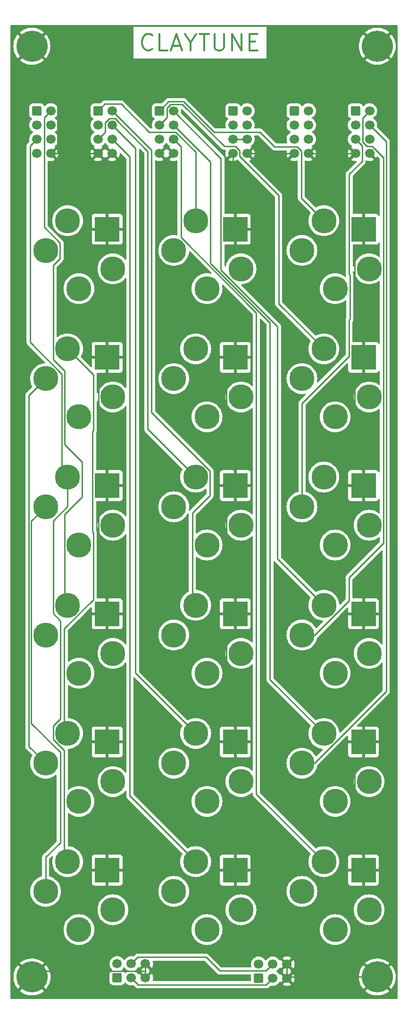
<source format=gbr>
%TF.GenerationSoftware,KiCad,Pcbnew,7.0.1*%
%TF.CreationDate,2023-03-13T20:41:13+00:00*%
%TF.ProjectId,KOSMO-POLY6-JACKS,4b4f534d-4f2d-4504-9f4c-59362d4a4143,v0.1.1*%
%TF.SameCoordinates,Original*%
%TF.FileFunction,Copper,L1,Top*%
%TF.FilePolarity,Positive*%
%FSLAX46Y46*%
G04 Gerber Fmt 4.6, Leading zero omitted, Abs format (unit mm)*
G04 Created by KiCad (PCBNEW 7.0.1) date 2023-03-13 20:41:13*
%MOMM*%
%LPD*%
G01*
G04 APERTURE LIST*
G04 Aperture macros list*
%AMRoundRect*
0 Rectangle with rounded corners*
0 $1 Rounding radius*
0 $2 $3 $4 $5 $6 $7 $8 $9 X,Y pos of 4 corners*
0 Add a 4 corners polygon primitive as box body*
4,1,4,$2,$3,$4,$5,$6,$7,$8,$9,$2,$3,0*
0 Add four circle primitives for the rounded corners*
1,1,$1+$1,$2,$3*
1,1,$1+$1,$4,$5*
1,1,$1+$1,$6,$7*
1,1,$1+$1,$8,$9*
0 Add four rect primitives between the rounded corners*
20,1,$1+$1,$2,$3,$4,$5,0*
20,1,$1+$1,$4,$5,$6,$7,0*
20,1,$1+$1,$6,$7,$8,$9,0*
20,1,$1+$1,$8,$9,$2,$3,0*%
G04 Aperture macros list end*
%ADD10C,0.300000*%
%TA.AperFunction,NonConductor*%
%ADD11C,0.300000*%
%TD*%
%TA.AperFunction,ComponentPad*%
%ADD12RoundRect,0.250000X-0.600000X-0.600000X0.600000X-0.600000X0.600000X0.600000X-0.600000X0.600000X0*%
%TD*%
%TA.AperFunction,ComponentPad*%
%ADD13C,1.700000*%
%TD*%
%TA.AperFunction,ComponentPad*%
%ADD14C,5.600000*%
%TD*%
%TA.AperFunction,ComponentPad*%
%ADD15RoundRect,0.250000X0.600000X-0.600000X0.600000X0.600000X-0.600000X0.600000X-0.600000X-0.600000X0*%
%TD*%
%TA.AperFunction,ComponentPad*%
%ADD16R,4.500000X4.500000*%
%TD*%
%TA.AperFunction,ComponentPad*%
%ADD17C,4.500000*%
%TD*%
%TA.AperFunction,Conductor*%
%ADD18C,0.250000*%
%TD*%
G04 APERTURE END LIST*
D10*
D11*
X79304000Y-20322142D02*
X79161143Y-20465000D01*
X79161143Y-20465000D02*
X78732571Y-20607857D01*
X78732571Y-20607857D02*
X78446857Y-20607857D01*
X78446857Y-20607857D02*
X78018286Y-20465000D01*
X78018286Y-20465000D02*
X77732571Y-20179285D01*
X77732571Y-20179285D02*
X77589714Y-19893571D01*
X77589714Y-19893571D02*
X77446857Y-19322142D01*
X77446857Y-19322142D02*
X77446857Y-18893571D01*
X77446857Y-18893571D02*
X77589714Y-18322142D01*
X77589714Y-18322142D02*
X77732571Y-18036428D01*
X77732571Y-18036428D02*
X78018286Y-17750714D01*
X78018286Y-17750714D02*
X78446857Y-17607857D01*
X78446857Y-17607857D02*
X78732571Y-17607857D01*
X78732571Y-17607857D02*
X79161143Y-17750714D01*
X79161143Y-17750714D02*
X79304000Y-17893571D01*
X82018286Y-20607857D02*
X80589714Y-20607857D01*
X80589714Y-20607857D02*
X80589714Y-17607857D01*
X82875428Y-19750714D02*
X84304000Y-19750714D01*
X82589714Y-20607857D02*
X83589714Y-17607857D01*
X83589714Y-17607857D02*
X84589714Y-20607857D01*
X86161143Y-19179285D02*
X86161143Y-20607857D01*
X85161143Y-17607857D02*
X86161143Y-19179285D01*
X86161143Y-19179285D02*
X87161143Y-17607857D01*
X87732572Y-17607857D02*
X89446858Y-17607857D01*
X88589715Y-20607857D02*
X88589715Y-17607857D01*
X90446857Y-17607857D02*
X90446857Y-20036428D01*
X90446857Y-20036428D02*
X90589714Y-20322142D01*
X90589714Y-20322142D02*
X90732572Y-20465000D01*
X90732572Y-20465000D02*
X91018286Y-20607857D01*
X91018286Y-20607857D02*
X91589714Y-20607857D01*
X91589714Y-20607857D02*
X91875429Y-20465000D01*
X91875429Y-20465000D02*
X92018286Y-20322142D01*
X92018286Y-20322142D02*
X92161143Y-20036428D01*
X92161143Y-20036428D02*
X92161143Y-17607857D01*
X93589714Y-20607857D02*
X93589714Y-17607857D01*
X93589714Y-17607857D02*
X95304000Y-20607857D01*
X95304000Y-20607857D02*
X95304000Y-17607857D01*
X96732571Y-19036428D02*
X97732571Y-19036428D01*
X98161143Y-20607857D02*
X96732571Y-20607857D01*
X96732571Y-20607857D02*
X96732571Y-17607857D01*
X96732571Y-17607857D02*
X98161143Y-17607857D01*
D12*
%TO.P,GATE_OUT1,1*%
%TO.N,GATE_OUT0-N*%
X58538000Y-31435000D03*
D13*
%TO.P,GATE_OUT1,2*%
%TO.N,GATE_OUT3-N*%
X61078000Y-31435000D03*
%TO.P,GATE_OUT1,3*%
%TO.N,GATE_OUT1-N*%
X58538000Y-33975000D03*
%TO.P,GATE_OUT1,4*%
X61078000Y-33975000D03*
%TO.P,GATE_OUT1,5*%
%TO.N,GATE_OUT2-N*%
X58538000Y-36515000D03*
%TO.P,GATE_OUT1,6*%
X61078000Y-36515000D03*
%TO.P,GATE_OUT1,7*%
%TO.N,GND-S*%
X58538000Y-39055000D03*
%TO.P,GATE_OUT1,8*%
X61078000Y-39055000D03*
%TD*%
D14*
%TO.P,H1,1*%
%TO.N,GND-S*%
X119657000Y-19835000D03*
%TD*%
%TO.P,H2,1*%
%TO.N,GND-S*%
X57657000Y-19837000D03*
%TD*%
%TO.P,H3,1*%
%TO.N,GND-S*%
X57669000Y-186831000D03*
%TD*%
%TO.P,H4,1*%
%TO.N,GND-S*%
X119655000Y-186829000D03*
%TD*%
D12*
%TO.P,PULSE_IN1,1*%
%TO.N,PULSE_OUT0-S*%
X115743000Y-31435000D03*
D13*
%TO.P,PULSE_IN1,2*%
%TO.N,PULSE_OUT3-S*%
X118283000Y-31435000D03*
%TO.P,PULSE_IN1,3*%
%TO.N,PULSE_OUT1-S*%
X115743000Y-33975000D03*
%TO.P,PULSE_IN1,4*%
%TO.N,PULSE_OUT4-S*%
X118283000Y-33975000D03*
%TO.P,PULSE_IN1,5*%
%TO.N,PULSE_OUT2-S*%
X115743000Y-36515000D03*
%TO.P,PULSE_IN1,6*%
%TO.N,PULSE_OUT5-S*%
X118283000Y-36515000D03*
%TO.P,PULSE_IN1,7*%
%TO.N,GND-S*%
X115743000Y-39055000D03*
%TO.P,PULSE_IN1,8*%
X118283000Y-39055000D03*
%TD*%
D12*
%TO.P,PULSE_OUT1,1*%
%TO.N,PULSE_OUT0-N*%
X80538000Y-31435000D03*
D13*
%TO.P,PULSE_OUT1,2*%
%TO.N,PULSE_OUT3-N*%
X83078000Y-31435000D03*
%TO.P,PULSE_OUT1,3*%
%TO.N,PULSE_OUT1-N*%
X80538000Y-33975000D03*
%TO.P,PULSE_OUT1,4*%
%TO.N,PULSE_OUT4-N*%
X83078000Y-33975000D03*
%TO.P,PULSE_OUT1,5*%
%TO.N,PULSE_OUT2-N*%
X80538000Y-36515000D03*
%TO.P,PULSE_OUT1,6*%
%TO.N,PULSE_OUT5-N*%
X83078000Y-36515000D03*
%TO.P,PULSE_OUT1,7*%
%TO.N,GND-S*%
X80538000Y-39055000D03*
%TO.P,PULSE_OUT1,8*%
X83078000Y-39055000D03*
%TD*%
D12*
%TO.P,RAMP_IN1,1*%
%TO.N,RAMP_OUT0-S*%
X104743000Y-31435000D03*
D13*
%TO.P,RAMP_IN1,2*%
%TO.N,RAMP_OUT3-S*%
X107283000Y-31435000D03*
%TO.P,RAMP_IN1,3*%
%TO.N,RAMP_OUT1-S*%
X104743000Y-33975000D03*
%TO.P,RAMP_IN1,4*%
%TO.N,RAMP_OUT4-S*%
X107283000Y-33975000D03*
%TO.P,RAMP_IN1,5*%
%TO.N,RAMP_OUT2-S*%
X104743000Y-36515000D03*
%TO.P,RAMP_IN1,6*%
%TO.N,RAMP_OUT5-S*%
X107283000Y-36515000D03*
%TO.P,RAMP_IN1,7*%
%TO.N,GND-S*%
X104743000Y-39055000D03*
%TO.P,RAMP_IN1,8*%
X107283000Y-39055000D03*
%TD*%
D12*
%TO.P,RAMP_OUT1,1*%
%TO.N,RAMP_OUT0-N*%
X69538000Y-31435000D03*
D13*
%TO.P,RAMP_OUT1,2*%
%TO.N,RAMP_OUT3-N*%
X72078000Y-31435000D03*
%TO.P,RAMP_OUT1,3*%
%TO.N,RAMP_OUT1-N*%
X69538000Y-33975000D03*
%TO.P,RAMP_OUT1,4*%
%TO.N,RAMP_OUT4-N*%
X72078000Y-33975000D03*
%TO.P,RAMP_OUT1,5*%
%TO.N,RAMP_OUT2-N*%
X69538000Y-36515000D03*
%TO.P,RAMP_OUT1,6*%
%TO.N,RAMP_OUT5-N*%
X72078000Y-36515000D03*
%TO.P,RAMP_OUT1,7*%
%TO.N,GND-S*%
X69538000Y-39055000D03*
%TO.P,RAMP_OUT1,8*%
X72078000Y-39055000D03*
%TD*%
D15*
%TO.P,PowerIN1,1*%
%TO.N,+12V*%
X72973000Y-186988000D03*
D13*
%TO.P,PowerIN1,2*%
%TO.N,-12V*%
X72973000Y-184448000D03*
%TO.P,PowerIN1,3*%
%TO.N,+5V*%
X75513000Y-186988000D03*
%TO.P,PowerIN1,4*%
%TO.N,+3V3*%
X75513000Y-184448000D03*
%TO.P,PowerIN1,5*%
%TO.N,GND-S*%
X78053000Y-186988000D03*
%TO.P,PowerIN1,6*%
X78053000Y-184448000D03*
%TD*%
D15*
%TO.P,PowerOUT1,1*%
%TO.N,+12V*%
X98368000Y-187057000D03*
D13*
%TO.P,PowerOUT1,2*%
%TO.N,-12V*%
X98368000Y-184517000D03*
%TO.P,PowerOUT1,3*%
%TO.N,+5V*%
X100908000Y-187057000D03*
%TO.P,PowerOUT1,4*%
%TO.N,+3V3*%
X100908000Y-184517000D03*
%TO.P,PowerOUT1,5*%
%TO.N,GND-S*%
X103448000Y-187057000D03*
%TO.P,PowerOUT1,6*%
X103448000Y-184517000D03*
%TD*%
D12*
%TO.P,GATE_IN1,1*%
%TO.N,GATE_OUT0-S*%
X93743000Y-31435000D03*
D13*
%TO.P,GATE_IN1,2*%
%TO.N,GATE_OUT3-S*%
X96283000Y-31435000D03*
%TO.P,GATE_IN1,3*%
%TO.N,GATE_OUT1-S*%
X93743000Y-33975000D03*
%TO.P,GATE_IN1,4*%
X96283000Y-33975000D03*
%TO.P,GATE_IN1,5*%
%TO.N,GATE_OUT2-S*%
X93743000Y-36515000D03*
%TO.P,GATE_IN1,6*%
X96283000Y-36515000D03*
%TO.P,GATE_IN1,7*%
%TO.N,GND-S*%
X93743000Y-39055000D03*
%TO.P,GATE_IN1,8*%
X96283000Y-39055000D03*
%TD*%
D16*
%TO.P,J1,G*%
%TO.N,GND-S*%
X94181000Y-52666000D03*
D17*
%TO.P,J1,S*%
%TO.N,Net-(J1-PadS)*%
X89101000Y-63334000D03*
%TO.P,J1,SN*%
%TO.N,Net-(J1-PadSN)*%
X95197000Y-59778000D03*
%TO.P,J1,T*%
%TO.N,RAMP_OUT0-S*%
X83132000Y-56476000D03*
%TO.P,J1,TN*%
%TO.N,RAMP_OUT0-N*%
X87069000Y-51142000D03*
%TD*%
D16*
%TO.P,J2,G*%
%TO.N,GND-S*%
X117181000Y-52666000D03*
D17*
%TO.P,J2,S*%
%TO.N,Net-(J2-PadS)*%
X112101000Y-63334000D03*
%TO.P,J2,SN*%
%TO.N,Net-(J2-PadSN)*%
X118197000Y-59778000D03*
%TO.P,J2,T*%
%TO.N,PULSE_OUT0-S*%
X106132000Y-56476000D03*
%TO.P,J2,TN*%
%TO.N,PULSE_OUT0-N*%
X110069000Y-51142000D03*
%TD*%
D16*
%TO.P,J3,G*%
%TO.N,GND-S*%
X71181000Y-52666000D03*
D17*
%TO.P,J3,S*%
%TO.N,Net-(J3-PadS)*%
X66101000Y-63334000D03*
%TO.P,J3,SN*%
%TO.N,Net-(J3-PadSN)*%
X72197000Y-59778000D03*
%TO.P,J3,T*%
%TO.N,GATE_OUT0-S*%
X60132000Y-56476000D03*
%TO.P,J3,TN*%
%TO.N,GATE_OUT0-N*%
X64069000Y-51142000D03*
%TD*%
D16*
%TO.P,J4,G*%
%TO.N,GND-S*%
X94181000Y-75666000D03*
D17*
%TO.P,J4,S*%
%TO.N,Net-(J4-PadS)*%
X89101000Y-86334000D03*
%TO.P,J4,SN*%
%TO.N,Net-(J4-PadSN)*%
X95197000Y-82778000D03*
%TO.P,J4,T*%
%TO.N,RAMP_OUT1-S*%
X83132000Y-79476000D03*
%TO.P,J4,TN*%
%TO.N,RAMP_OUT1-N*%
X87069000Y-74142000D03*
%TD*%
D16*
%TO.P,J5,G*%
%TO.N,GND-S*%
X117181000Y-75666000D03*
D17*
%TO.P,J5,S*%
%TO.N,Net-(J5-PadS)*%
X112101000Y-86334000D03*
%TO.P,J5,SN*%
%TO.N,Net-(J5-PadSN)*%
X118197000Y-82778000D03*
%TO.P,J5,T*%
%TO.N,PULSE_OUT1-S*%
X106132000Y-79476000D03*
%TO.P,J5,TN*%
%TO.N,PULSE_OUT1-N*%
X110069000Y-74142000D03*
%TD*%
D16*
%TO.P,J6,G*%
%TO.N,GND-S*%
X71181000Y-75666000D03*
D17*
%TO.P,J6,S*%
%TO.N,Net-(J6-PadS)*%
X66101000Y-86334000D03*
%TO.P,J6,SN*%
%TO.N,Net-(J6-PadSN)*%
X72197000Y-82778000D03*
%TO.P,J6,T*%
%TO.N,GATE_OUT1-S*%
X60132000Y-79476000D03*
%TO.P,J6,TN*%
%TO.N,GATE_OUT1-N*%
X64069000Y-74142000D03*
%TD*%
D16*
%TO.P,J7,G*%
%TO.N,GND-S*%
X94181000Y-98666000D03*
D17*
%TO.P,J7,S*%
%TO.N,Net-(J7-PadS)*%
X89101000Y-109334000D03*
%TO.P,J7,SN*%
%TO.N,Net-(J7-PadSN)*%
X95197000Y-105778000D03*
%TO.P,J7,T*%
%TO.N,RAMP_OUT2-S*%
X83132000Y-102476000D03*
%TO.P,J7,TN*%
%TO.N,RAMP_OUT2-N*%
X87069000Y-97142000D03*
%TD*%
D16*
%TO.P,J8,G*%
%TO.N,GND-S*%
X117181000Y-98666000D03*
D17*
%TO.P,J8,S*%
%TO.N,Net-(J8-PadS)*%
X112101000Y-109334000D03*
%TO.P,J8,SN*%
%TO.N,Net-(J8-PadSN)*%
X118197000Y-105778000D03*
%TO.P,J8,T*%
%TO.N,PULSE_OUT2-S*%
X106132000Y-102476000D03*
%TO.P,J8,TN*%
%TO.N,PULSE_OUT2-N*%
X110069000Y-97142000D03*
%TD*%
D16*
%TO.P,J9,G*%
%TO.N,GND-S*%
X71181000Y-98666000D03*
D17*
%TO.P,J9,S*%
%TO.N,Net-(J9-PadS)*%
X66101000Y-109334000D03*
%TO.P,J9,SN*%
%TO.N,Net-(J9-PadSN)*%
X72197000Y-105778000D03*
%TO.P,J9,T*%
%TO.N,GATE_OUT2-S*%
X60132000Y-102476000D03*
%TO.P,J9,TN*%
%TO.N,GATE_OUT2-N*%
X64069000Y-97142000D03*
%TD*%
D16*
%TO.P,J10,G*%
%TO.N,GND-S*%
X94181000Y-121666000D03*
D17*
%TO.P,J10,S*%
%TO.N,Net-(J10-PadS)*%
X89101000Y-132334000D03*
%TO.P,J10,SN*%
%TO.N,Net-(J10-PadSN)*%
X95197000Y-128778000D03*
%TO.P,J10,T*%
%TO.N,RAMP_OUT3-S*%
X83132000Y-125476000D03*
%TO.P,J10,TN*%
%TO.N,RAMP_OUT3-N*%
X87069000Y-120142000D03*
%TD*%
D16*
%TO.P,J11,G*%
%TO.N,GND-S*%
X117181000Y-121666000D03*
D17*
%TO.P,J11,S*%
%TO.N,Net-(J11-PadS)*%
X112101000Y-132334000D03*
%TO.P,J11,SN*%
%TO.N,Net-(J11-PadSN)*%
X118197000Y-128778000D03*
%TO.P,J11,T*%
%TO.N,PULSE_OUT3-S*%
X106132000Y-125476000D03*
%TO.P,J11,TN*%
%TO.N,PULSE_OUT3-N*%
X110069000Y-120142000D03*
%TD*%
D16*
%TO.P,J12,G*%
%TO.N,GND-S*%
X71181000Y-121666000D03*
D17*
%TO.P,J12,S*%
%TO.N,Net-(J12-PadS)*%
X66101000Y-132334000D03*
%TO.P,J12,SN*%
%TO.N,Net-(J12-PadSN)*%
X72197000Y-128778000D03*
%TO.P,J12,T*%
%TO.N,GATE_OUT3-S*%
X60132000Y-125476000D03*
%TO.P,J12,TN*%
%TO.N,GATE_OUT3-N*%
X64069000Y-120142000D03*
%TD*%
D16*
%TO.P,J13,G*%
%TO.N,GND-S*%
X94181000Y-144666000D03*
D17*
%TO.P,J13,S*%
%TO.N,Net-(J13-PadS)*%
X89101000Y-155334000D03*
%TO.P,J13,SN*%
%TO.N,Net-(J13-PadSN)*%
X95197000Y-151778000D03*
%TO.P,J13,T*%
%TO.N,RAMP_OUT4-S*%
X83132000Y-148476000D03*
%TO.P,J13,TN*%
%TO.N,RAMP_OUT4-N*%
X87069000Y-143142000D03*
%TD*%
D16*
%TO.P,J14,G*%
%TO.N,GND-S*%
X117181000Y-144666000D03*
D17*
%TO.P,J14,S*%
%TO.N,Net-(J14-PadS)*%
X112101000Y-155334000D03*
%TO.P,J14,SN*%
%TO.N,Net-(J14-PadSN)*%
X118197000Y-151778000D03*
%TO.P,J14,T*%
%TO.N,PULSE_OUT4-S*%
X106132000Y-148476000D03*
%TO.P,J14,TN*%
%TO.N,PULSE_OUT4-N*%
X110069000Y-143142000D03*
%TD*%
D16*
%TO.P,J15,G*%
%TO.N,GND-S*%
X71181000Y-144666000D03*
D17*
%TO.P,J15,S*%
%TO.N,Net-(J15-PadS)*%
X66101000Y-155334000D03*
%TO.P,J15,SN*%
%TO.N,Net-(J15-PadSN)*%
X72197000Y-151778000D03*
%TO.P,J15,T*%
%TO.N,GATE_OUT1-S*%
X60132000Y-148476000D03*
%TO.P,J15,TN*%
%TO.N,GATE_OUT1-N*%
X64069000Y-143142000D03*
%TD*%
D16*
%TO.P,J16,G*%
%TO.N,GND-S*%
X94181000Y-167666000D03*
D17*
%TO.P,J16,S*%
%TO.N,Net-(J16-PadS)*%
X89101000Y-178334000D03*
%TO.P,J16,SN*%
%TO.N,Net-(J16-PadSN)*%
X95197000Y-174778000D03*
%TO.P,J16,T*%
%TO.N,RAMP_OUT5-S*%
X83132000Y-171476000D03*
%TO.P,J16,TN*%
%TO.N,RAMP_OUT5-N*%
X87069000Y-166142000D03*
%TD*%
D16*
%TO.P,J17,G*%
%TO.N,GND-S*%
X117181000Y-167666000D03*
D17*
%TO.P,J17,S*%
%TO.N,Net-(J17-PadS)*%
X112101000Y-178334000D03*
%TO.P,J17,SN*%
%TO.N,Net-(J17-PadSN)*%
X118197000Y-174778000D03*
%TO.P,J17,T*%
%TO.N,PULSE_OUT5-S*%
X106132000Y-171476000D03*
%TO.P,J17,TN*%
%TO.N,PULSE_OUT5-N*%
X110069000Y-166142000D03*
%TD*%
D16*
%TO.P,J18,G*%
%TO.N,GND-S*%
X71181000Y-167666000D03*
D17*
%TO.P,J18,S*%
%TO.N,Net-(J18-PadS)*%
X66101000Y-178334000D03*
%TO.P,J18,SN*%
%TO.N,Net-(J18-PadSN)*%
X72197000Y-174778000D03*
%TO.P,J18,T*%
%TO.N,GATE_OUT2-S*%
X60132000Y-171476000D03*
%TO.P,J18,TN*%
%TO.N,GATE_OUT2-N*%
X64069000Y-166142000D03*
%TD*%
D18*
%TO.N,GND-S*%
X94181000Y-101241300D02*
X92619600Y-102802700D01*
X92619600Y-79802700D02*
X92619600Y-94529300D01*
X115620100Y-94529800D02*
X115620100Y-79802200D01*
X71181000Y-98666000D02*
X71181000Y-96090700D01*
X62267500Y-24447500D02*
X57657000Y-19837000D01*
X103448000Y-186829000D02*
X119655000Y-186829000D01*
X71181000Y-119090700D02*
X69610000Y-117519700D01*
X115619600Y-163529300D02*
X117181000Y-165090700D01*
X117181000Y-147241300D02*
X115619600Y-148802700D01*
X69621600Y-94531300D02*
X71181000Y-96090700D01*
X78053000Y-186988000D02*
X78053000Y-185787100D01*
X103448000Y-187057000D02*
X103448000Y-186829000D01*
X58712900Y-185787100D02*
X57669000Y-186831000D01*
X115619600Y-148802700D02*
X115619600Y-163529300D01*
X92619600Y-94529300D02*
X94181000Y-96090700D01*
X96283000Y-39055000D02*
X104743000Y-39055000D01*
X69538000Y-39055000D02*
X62267500Y-39055000D01*
X78053000Y-185787100D02*
X78053000Y-184448000D01*
X94181000Y-121666000D02*
X94181000Y-124241300D01*
X71181000Y-75666000D02*
X71181000Y-78241300D01*
X117181000Y-75666000D02*
X117181000Y-73090700D01*
X69610000Y-117519700D02*
X69610000Y-102812300D01*
X115743000Y-39055000D02*
X107283000Y-39055000D01*
X92610000Y-125812300D02*
X94181000Y-124241300D01*
X69610000Y-102812300D02*
X71181000Y-101241300D01*
X94181000Y-52666000D02*
X94181000Y-50090700D01*
X93743000Y-49652700D02*
X93743000Y-39055000D01*
X94181000Y-98666000D02*
X94181000Y-96090700D01*
X115620100Y-79802200D02*
X117181000Y-78241300D01*
X94181000Y-121666000D02*
X94181000Y-119090700D01*
X94181000Y-144666000D02*
X94181000Y-142090700D01*
X78053000Y-185787100D02*
X58712900Y-185787100D01*
X115621600Y-71531300D02*
X117181000Y-73090700D01*
X117181000Y-98666000D02*
X117181000Y-96090700D01*
X94181000Y-78241300D02*
X92619600Y-79802700D01*
X70808000Y-40325000D02*
X71181000Y-40698000D01*
X62267500Y-39055000D02*
X62267500Y-24447500D01*
X92619600Y-117529300D02*
X94181000Y-119090700D01*
X115621600Y-56800700D02*
X115621600Y-71531300D01*
X71181000Y-78241300D02*
X69621600Y-79800700D01*
X117181000Y-52666000D02*
X117181000Y-55241300D01*
X69621600Y-79800700D02*
X69621600Y-94531300D01*
X103448000Y-186829000D02*
X103448000Y-184517000D01*
X117181000Y-96090700D02*
X115620100Y-94529800D01*
X71181000Y-40698000D02*
X71181000Y-52666000D01*
X71181000Y-121666000D02*
X71181000Y-119090700D01*
X117181000Y-167666000D02*
X117181000Y-165090700D01*
X117181000Y-75666000D02*
X117181000Y-78241300D01*
X94181000Y-75666000D02*
X94181000Y-78241300D01*
X94181000Y-142090700D02*
X92610000Y-140519700D01*
X117181000Y-144666000D02*
X117181000Y-147241300D01*
X92610000Y-140519700D02*
X92610000Y-125812300D01*
X92619600Y-102802700D02*
X92619600Y-117529300D01*
X94181000Y-50090700D02*
X93743000Y-49652700D01*
X94181000Y-98666000D02*
X94181000Y-101241300D01*
X71181000Y-98666000D02*
X71181000Y-101241300D01*
X62267500Y-39055000D02*
X61078000Y-39055000D01*
X117181000Y-55241300D02*
X115621600Y-56800700D01*
X70808000Y-40325000D02*
X72078000Y-39055000D01*
X70808000Y-40325000D02*
X69538000Y-39055000D01*
%TO.N,GATE_OUT2-S*%
X60132000Y-171476000D02*
X60132000Y-165331700D01*
X57556600Y-141358100D02*
X57556600Y-105051400D01*
X62739200Y-162724500D02*
X62739200Y-146540700D01*
X62739200Y-146540700D02*
X57556600Y-141358100D01*
X57556600Y-105051400D02*
X60132000Y-102476000D01*
X96283000Y-36515000D02*
X93743000Y-36515000D01*
X60132000Y-165331700D02*
X62739200Y-162724500D01*
%TO.N,GATE_OUT1-S*%
X60132000Y-79476000D02*
X57106200Y-82501800D01*
X57106200Y-82501800D02*
X57106200Y-145450200D01*
X57106200Y-145450200D02*
X60132000Y-148476000D01*
%TO.N,PULSE_OUT2-S*%
X114593500Y-75496100D02*
X114593500Y-68942100D01*
X114605600Y-42822200D02*
X116923600Y-40504200D01*
X114724800Y-68810800D02*
X114724800Y-60877800D01*
X106132000Y-102476000D02*
X106132000Y-83957600D01*
X114593500Y-68942100D02*
X114724800Y-68810800D01*
X114605600Y-60758600D02*
X114605600Y-42822200D01*
X116923600Y-40504200D02*
X116923600Y-37695600D01*
X114724800Y-60877800D02*
X114605600Y-60758600D01*
X116923600Y-37695600D02*
X115743000Y-36515000D01*
X106132000Y-83957600D02*
X114593500Y-75496100D01*
%TO.N,PULSE_OUT3-S*%
X114593500Y-119320900D02*
X114593500Y-115215900D01*
X117787900Y-37785000D02*
X117013000Y-37010100D01*
X114593500Y-115215900D02*
X120772400Y-109037000D01*
X108438400Y-125476000D02*
X114593500Y-119320900D01*
X120772400Y-39803600D02*
X118753800Y-37785000D01*
X117013000Y-37010100D02*
X117013000Y-32705000D01*
X106132000Y-125476000D02*
X108438400Y-125476000D01*
X118753800Y-37785000D02*
X117787900Y-37785000D01*
X117013000Y-32705000D02*
X118283000Y-31435000D01*
X120772400Y-109037000D02*
X120772400Y-39803600D01*
%TO.N,PULSE_OUT4-S*%
X106132000Y-148476000D02*
X108394500Y-148476000D01*
X121262100Y-36954100D02*
X118283000Y-33975000D01*
X121262100Y-135608400D02*
X121262100Y-36954100D01*
X108394500Y-148476000D02*
X121262100Y-135608400D01*
%TO.N,GATE_OUT2-N*%
X61470300Y-104982400D02*
X64069000Y-102383700D01*
X64069000Y-102383700D02*
X64069000Y-97142000D01*
X64069000Y-97142000D02*
X63050700Y-96123700D01*
X63477800Y-165550800D02*
X63477800Y-146192800D01*
X64069000Y-166142000D02*
X63477800Y-165550800D01*
X57344000Y-72951500D02*
X57344000Y-37709000D01*
X63477800Y-146192800D02*
X61493400Y-144208400D01*
X61470300Y-121651000D02*
X61470300Y-104982400D01*
X63050700Y-96123700D02*
X63050700Y-78658200D01*
X62747000Y-140527000D02*
X62747000Y-122927700D01*
X57344000Y-37709000D02*
X58538000Y-36515000D01*
X61493400Y-144208400D02*
X61493400Y-141780600D01*
X63050700Y-78658200D02*
X57344000Y-72951500D01*
X61493400Y-141780600D02*
X62747000Y-140527000D01*
X62747000Y-122927700D02*
X61470300Y-121651000D01*
%TO.N,GATE_OUT1-N*%
X68683300Y-88831700D02*
X68555200Y-88959800D01*
X68685700Y-107115100D02*
X68685700Y-119167500D01*
X68555200Y-88959800D02*
X68555200Y-106984600D01*
X68555200Y-106984600D02*
X68685700Y-107115100D01*
X64069000Y-74142000D02*
X68683300Y-78756300D01*
X68685700Y-119167500D02*
X63496700Y-124356500D01*
X63496700Y-124356500D02*
X63496700Y-142569700D01*
X63496700Y-142569700D02*
X64069000Y-143142000D01*
X68683300Y-78756300D02*
X68683300Y-88831700D01*
%TO.N,GATE_OUT3-N*%
X63507500Y-103845500D02*
X66672200Y-100680800D01*
X63525700Y-91319300D02*
X63525700Y-78073800D01*
X66672200Y-94465800D02*
X63525700Y-91319300D01*
X62724500Y-57921500D02*
X62724500Y-55131500D01*
X61493600Y-59152400D02*
X62724500Y-57921500D01*
X59887400Y-32625600D02*
X61078000Y-31435000D01*
X63507500Y-119580500D02*
X63507500Y-103845500D01*
X64069000Y-120142000D02*
X63507500Y-119580500D01*
X62724500Y-55131500D02*
X59887400Y-52294400D01*
X66672200Y-100680800D02*
X66672200Y-94465800D01*
X63525700Y-78073800D02*
X61493600Y-76041700D01*
X59887400Y-52294400D02*
X59887400Y-32625600D01*
X61493600Y-76041700D02*
X61493600Y-59152400D01*
%TO.N,RAMP_OUT0-N*%
X87069000Y-51142000D02*
X87069000Y-38839600D01*
X70763200Y-30209800D02*
X69538000Y-31435000D01*
X83474400Y-35245000D02*
X78723000Y-35245000D01*
X87069000Y-38839600D02*
X83474400Y-35245000D01*
X73687800Y-30209800D02*
X70763200Y-30209800D01*
X78723000Y-35245000D02*
X73687800Y-30209800D01*
%TO.N,PULSE_OUT0-N*%
X105248100Y-37879600D02*
X101247500Y-37879600D01*
X106013000Y-47086000D02*
X106013000Y-38644500D01*
X106013000Y-38644500D02*
X105248100Y-37879600D01*
X110069000Y-51142000D02*
X106013000Y-47086000D01*
X84867700Y-29767800D02*
X82205200Y-29767800D01*
X90344900Y-35245000D02*
X84867700Y-29767800D01*
X82205200Y-29767800D02*
X80538000Y-31435000D01*
X101247500Y-37879600D02*
X98612900Y-35245000D01*
X98612900Y-35245000D02*
X90344900Y-35245000D01*
%TO.N,PULSE_OUT1-N*%
X110069000Y-74142000D02*
X101960900Y-66033900D01*
X101960900Y-46633100D02*
X94918400Y-39590600D01*
X94174000Y-37785000D02*
X92204700Y-37785000D01*
X81901600Y-32611400D02*
X80538000Y-33975000D01*
X94918400Y-39590600D02*
X94918400Y-38529400D01*
X81901600Y-30927000D02*
X81901600Y-32611400D01*
X84663300Y-30243600D02*
X82585000Y-30243600D01*
X82585000Y-30243600D02*
X81901600Y-30927000D01*
X94918400Y-38529400D02*
X94174000Y-37785000D01*
X101960900Y-66033900D02*
X101960900Y-46633100D01*
X92204700Y-37785000D02*
X84663300Y-30243600D01*
%TO.N,RAMP_OUT2-N*%
X78461900Y-38692500D02*
X78461900Y-88534900D01*
X78461900Y-88534900D02*
X87069000Y-97142000D01*
X72569000Y-32799600D02*
X78461900Y-38692500D01*
X70808000Y-35245000D02*
X70808000Y-33544000D01*
X71552400Y-32799600D02*
X72569000Y-32799600D01*
X70808000Y-33544000D02*
X71552400Y-32799600D01*
X69538000Y-36515000D02*
X70808000Y-35245000D01*
%TO.N,RAMP_OUT3-N*%
X79137300Y-38494300D02*
X72078000Y-31435000D01*
X89651000Y-96071900D02*
X79137300Y-85558200D01*
X79137300Y-85558200D02*
X79137300Y-38494300D01*
X86473300Y-103616300D02*
X89651000Y-100438600D01*
X89651000Y-100438600D02*
X89651000Y-96071900D01*
X86473300Y-119546300D02*
X86473300Y-103616300D01*
X87069000Y-120142000D02*
X86473300Y-119546300D01*
%TO.N,PULSE_OUT3-N*%
X101747600Y-70097500D02*
X91605700Y-59955600D01*
X101747600Y-111820600D02*
X101747600Y-70097500D01*
X110069000Y-120142000D02*
X101747600Y-111820600D01*
X91605700Y-39962700D02*
X83078000Y-31435000D01*
X91605700Y-59955600D02*
X91605700Y-39962700D01*
%TO.N,RAMP_OUT4-N*%
X76242100Y-132315100D02*
X76242100Y-38139100D01*
X76242100Y-38139100D02*
X72078000Y-33975000D01*
X87069000Y-143142000D02*
X76242100Y-132315100D01*
%TO.N,PULSE_OUT4-N*%
X110069000Y-143142000D02*
X100412100Y-133485100D01*
X100412100Y-133485100D02*
X100412100Y-69473200D01*
X89711600Y-58772700D02*
X89711600Y-40608600D01*
X89711600Y-40608600D02*
X83078000Y-33975000D01*
X100412100Y-69473200D02*
X89711600Y-58772700D01*
%TO.N,RAMP_OUT5-N*%
X75257300Y-154330300D02*
X75257300Y-39694300D01*
X87069000Y-166142000D02*
X75257300Y-154330300D01*
X75257300Y-39694300D02*
X72078000Y-36515000D01*
%TO.N,PULSE_OUT5-N*%
X84442700Y-37879600D02*
X84442600Y-37879600D01*
X97943900Y-67645700D02*
X84442700Y-54144500D01*
X110069000Y-166142000D02*
X97943900Y-154016900D01*
X84442700Y-54144500D02*
X84442700Y-37879600D01*
X84442600Y-37879600D02*
X83078000Y-36515000D01*
X97943900Y-154016900D02*
X97943900Y-67645700D01*
%TO.N,+3V3*%
X75513000Y-184448000D02*
X76688400Y-183272600D01*
X91375300Y-185733800D02*
X99691200Y-185733800D01*
X99691200Y-185733800D02*
X100908000Y-184517000D01*
X88914100Y-183272600D02*
X91375300Y-185733800D01*
X76688400Y-183272600D02*
X88914100Y-183272600D01*
%TO.N,+5V*%
X76765200Y-188240200D02*
X99724800Y-188240200D01*
X99724800Y-188240200D02*
X100908000Y-187057000D01*
X75513000Y-186988000D02*
X76765200Y-188240200D01*
%TD*%
%TA.AperFunction,Conductor*%
%TO.N,GND-S*%
G36*
X88647724Y-183915691D02*
G01*
X88688601Y-183943005D01*
X90868051Y-186122455D01*
X90881134Y-186138785D01*
X90932965Y-186187456D01*
X90935777Y-186190181D01*
X90955530Y-186209934D01*
X90957483Y-186211449D01*
X90958724Y-186212412D01*
X90967744Y-186220116D01*
X90999979Y-186250386D01*
X91017735Y-186260147D01*
X91034251Y-186270996D01*
X91050259Y-186283413D01*
X91058782Y-186287101D01*
X91090825Y-186300967D01*
X91101488Y-186306191D01*
X91119320Y-186315994D01*
X91140240Y-186327495D01*
X91159862Y-186332533D01*
X91178567Y-186338937D01*
X91197155Y-186346981D01*
X91240822Y-186353896D01*
X91252429Y-186356300D01*
X91295270Y-186367300D01*
X91315531Y-186367300D01*
X91335239Y-186368850D01*
X91355243Y-186372019D01*
X91355243Y-186372018D01*
X91355244Y-186372019D01*
X91399254Y-186367859D01*
X91411111Y-186367300D01*
X96883500Y-186367300D01*
X96946500Y-186384181D01*
X96992619Y-186430300D01*
X97009500Y-186493300D01*
X97009500Y-186988000D01*
X97009501Y-187480700D01*
X96992620Y-187543700D01*
X96946501Y-187589819D01*
X96883501Y-187606700D01*
X79457370Y-187606700D01*
X79397401Y-187591514D01*
X79351888Y-187549617D01*
X79331801Y-187491108D01*
X79340192Y-187440810D01*
X79339258Y-187440574D01*
X79397068Y-187212283D01*
X79415653Y-186987999D01*
X79397068Y-186763716D01*
X79341819Y-186545543D01*
X79251417Y-186339446D01*
X79176077Y-186224132D01*
X79176075Y-186224132D01*
X78142094Y-187258114D01*
X78085610Y-187290726D01*
X78020388Y-187290726D01*
X77963904Y-187258114D01*
X76929922Y-186224132D01*
X76929921Y-186224132D01*
X76888782Y-186287101D01*
X76843268Y-186328999D01*
X76783299Y-186344185D01*
X76723330Y-186328999D01*
X76677816Y-186287101D01*
X76675407Y-186283413D01*
X76588722Y-186150732D01*
X76436240Y-185985094D01*
X76436239Y-185985093D01*
X76436237Y-185985091D01*
X76279506Y-185863101D01*
X77287310Y-185863101D01*
X78052999Y-186628790D01*
X78053000Y-186628790D01*
X78818689Y-185863100D01*
X78818688Y-185863099D01*
X78798302Y-185847232D01*
X78764265Y-185828812D01*
X78715994Y-185782495D01*
X78698236Y-185717997D01*
X78715996Y-185653500D01*
X78764268Y-185607184D01*
X78798306Y-185588763D01*
X78818688Y-185572899D01*
X78818689Y-185572898D01*
X78053001Y-184807210D01*
X78053000Y-184807210D01*
X77287310Y-185572899D01*
X77307699Y-185588768D01*
X77341733Y-185607187D01*
X77390004Y-185653503D01*
X77407763Y-185718000D01*
X77390004Y-185782497D01*
X77341733Y-185828813D01*
X77307702Y-185847229D01*
X77287310Y-185863099D01*
X77287310Y-185863101D01*
X76279506Y-185863101D01*
X76258578Y-185846812D01*
X76225317Y-185828812D01*
X76177046Y-185782495D01*
X76159288Y-185717997D01*
X76177049Y-185653499D01*
X76225317Y-185607187D01*
X76258576Y-185589189D01*
X76436240Y-185450906D01*
X76588722Y-185285268D01*
X76677816Y-185148898D01*
X76723329Y-185107000D01*
X76783299Y-185091814D01*
X76843268Y-185107000D01*
X76888782Y-185148898D01*
X76929921Y-185211866D01*
X76929923Y-185211866D01*
X77963904Y-184177885D01*
X78020388Y-184145273D01*
X78085610Y-184145273D01*
X78142094Y-184177885D01*
X79176076Y-185211867D01*
X79176077Y-185211866D01*
X79251418Y-185096551D01*
X79341819Y-184890457D01*
X79397068Y-184672283D01*
X79415653Y-184448000D01*
X79397068Y-184223715D01*
X79356378Y-184063031D01*
X79355205Y-184006243D01*
X79379091Y-183954709D01*
X79423184Y-183918903D01*
X79478523Y-183906100D01*
X88599506Y-183906100D01*
X88647724Y-183915691D01*
G37*
%TD.AperFunction*%
%TA.AperFunction,Conductor*%
G36*
X74302969Y-185107458D02*
G01*
X74348481Y-185149354D01*
X74359220Y-185165791D01*
X74437278Y-185285268D01*
X74589762Y-185450908D01*
X74624562Y-185477994D01*
X74767424Y-185589189D01*
X74800682Y-185607187D01*
X74848951Y-185653500D01*
X74866711Y-185717997D01*
X74848953Y-185782494D01*
X74800683Y-185828811D01*
X74767423Y-185846810D01*
X74589762Y-185985091D01*
X74476484Y-186108143D01*
X74421900Y-186142901D01*
X74357263Y-186145983D01*
X74299621Y-186116575D01*
X74273835Y-186077186D01*
X74272846Y-186077797D01*
X74265115Y-186065264D01*
X74265115Y-186065262D01*
X74172030Y-185914348D01*
X74172028Y-185914346D01*
X74172027Y-185914344D01*
X74046655Y-185788972D01*
X74043453Y-185786997D01*
X73895738Y-185695885D01*
X73895735Y-185695884D01*
X73883203Y-185688154D01*
X73884002Y-185686858D01*
X73843335Y-185659628D01*
X73814659Y-185598829D01*
X73821326Y-185531938D01*
X73861435Y-185477995D01*
X73896240Y-185450906D01*
X74048722Y-185285268D01*
X74137518Y-185149354D01*
X74183031Y-185107458D01*
X74243000Y-185092272D01*
X74302969Y-185107458D01*
G37*
%TD.AperFunction*%
%TA.AperFunction,Conductor*%
G36*
X120576661Y-110278958D02*
G01*
X120614867Y-110323691D01*
X120628600Y-110380894D01*
X120628600Y-127043710D01*
X120613452Y-127103609D01*
X120571649Y-127149105D01*
X120513244Y-127169260D01*
X120452280Y-127159226D01*
X120403415Y-127121416D01*
X120265540Y-126945431D01*
X120029568Y-126709459D01*
X119766873Y-126503651D01*
X119481280Y-126331004D01*
X119176968Y-126194044D01*
X118858357Y-126094761D01*
X118530107Y-126034606D01*
X118197000Y-126014458D01*
X117863892Y-126034606D01*
X117535642Y-126094761D01*
X117217031Y-126194044D01*
X116912719Y-126331004D01*
X116627126Y-126503651D01*
X116364431Y-126709459D01*
X116128459Y-126945431D01*
X115922651Y-127208126D01*
X115750004Y-127493719D01*
X115613044Y-127798031D01*
X115513761Y-128116642D01*
X115453606Y-128444892D01*
X115433458Y-128777999D01*
X115453606Y-129111107D01*
X115513761Y-129439357D01*
X115613044Y-129757968D01*
X115750004Y-130062280D01*
X115922651Y-130347873D01*
X116128459Y-130610568D01*
X116364431Y-130846540D01*
X116627126Y-131052348D01*
X116627129Y-131052350D01*
X116912718Y-131224995D01*
X117217035Y-131361957D01*
X117535641Y-131461238D01*
X117863892Y-131521393D01*
X118197000Y-131541542D01*
X118530108Y-131521393D01*
X118858359Y-131461238D01*
X119176965Y-131361957D01*
X119481282Y-131224995D01*
X119766871Y-131052350D01*
X120029567Y-130846541D01*
X120265541Y-130610567D01*
X120403414Y-130434584D01*
X120452280Y-130396774D01*
X120513244Y-130386740D01*
X120571649Y-130406895D01*
X120613452Y-130452391D01*
X120628600Y-130512290D01*
X120628600Y-135293805D01*
X120619009Y-135342023D01*
X120591695Y-135382900D01*
X113030506Y-142944087D01*
X112981792Y-142974346D01*
X112924712Y-142979881D01*
X112871092Y-142959545D01*
X112832038Y-142917551D01*
X112815641Y-142862600D01*
X112812393Y-142808892D01*
X112752238Y-142480641D01*
X112652957Y-142162035D01*
X112515995Y-141857718D01*
X112343350Y-141572129D01*
X112343348Y-141572126D01*
X112137540Y-141309431D01*
X111901568Y-141073459D01*
X111638873Y-140867651D01*
X111435090Y-140744460D01*
X111353282Y-140695005D01*
X111353278Y-140695003D01*
X111048968Y-140558044D01*
X110730357Y-140458761D01*
X110402107Y-140398606D01*
X110069000Y-140378458D01*
X109735892Y-140398606D01*
X109407642Y-140458761D01*
X109089031Y-140558044D01*
X108784721Y-140695003D01*
X108702909Y-140744460D01*
X108650390Y-140761993D01*
X108595426Y-140755319D01*
X108548630Y-140725726D01*
X101082505Y-133259600D01*
X101055191Y-133218723D01*
X101045600Y-133170505D01*
X101045600Y-132333999D01*
X109337458Y-132333999D01*
X109357606Y-132667107D01*
X109417761Y-132995357D01*
X109517044Y-133313968D01*
X109612002Y-133524956D01*
X109654005Y-133618282D01*
X109669488Y-133643894D01*
X109826651Y-133903873D01*
X110032459Y-134166568D01*
X110268431Y-134402540D01*
X110531126Y-134608348D01*
X110531129Y-134608350D01*
X110816718Y-134780995D01*
X111121035Y-134917957D01*
X111439641Y-135017238D01*
X111767892Y-135077393D01*
X112101000Y-135097542D01*
X112434108Y-135077393D01*
X112762359Y-135017238D01*
X113080965Y-134917957D01*
X113385282Y-134780995D01*
X113670871Y-134608350D01*
X113933567Y-134402541D01*
X114169541Y-134166567D01*
X114375350Y-133903871D01*
X114547995Y-133618282D01*
X114684957Y-133313965D01*
X114784238Y-132995359D01*
X114844393Y-132667108D01*
X114864542Y-132334000D01*
X114844393Y-132000892D01*
X114784238Y-131672641D01*
X114684957Y-131354035D01*
X114547995Y-131049718D01*
X114375350Y-130764129D01*
X114375348Y-130764126D01*
X114169540Y-130501431D01*
X113933568Y-130265459D01*
X113670873Y-130059651D01*
X113385280Y-129887004D01*
X113080968Y-129750044D01*
X112762357Y-129650761D01*
X112434107Y-129590606D01*
X112121148Y-129571676D01*
X112101000Y-129570458D01*
X112100999Y-129570458D01*
X111767892Y-129590606D01*
X111439642Y-129650761D01*
X111121031Y-129750044D01*
X110816719Y-129887004D01*
X110531126Y-130059651D01*
X110268431Y-130265459D01*
X110032459Y-130501431D01*
X109826651Y-130764126D01*
X109654004Y-131049719D01*
X109517044Y-131354031D01*
X109417761Y-131672642D01*
X109357606Y-132000892D01*
X109337458Y-132333999D01*
X101045600Y-132333999D01*
X101045600Y-112319942D01*
X101061186Y-112259241D01*
X101104086Y-112213556D01*
X101163689Y-112194191D01*
X101225249Y-112205934D01*
X101273537Y-112245882D01*
X101282128Y-112257708D01*
X101316198Y-112285892D01*
X101324978Y-112293882D01*
X107652726Y-118621630D01*
X107682319Y-118668426D01*
X107688993Y-118723390D01*
X107671460Y-118775909D01*
X107622003Y-118857721D01*
X107485044Y-119162031D01*
X107385761Y-119480642D01*
X107325606Y-119808892D01*
X107305458Y-120142000D01*
X107325606Y-120475107D01*
X107385761Y-120803357D01*
X107485044Y-121121968D01*
X107622004Y-121426280D01*
X107794651Y-121711873D01*
X108000459Y-121974568D01*
X108236431Y-122210540D01*
X108499126Y-122416348D01*
X108499129Y-122416350D01*
X108784718Y-122588995D01*
X109089035Y-122725957D01*
X109407641Y-122825238D01*
X109735892Y-122885393D01*
X109830998Y-122891145D01*
X109885948Y-122907542D01*
X109927942Y-122946596D01*
X109948278Y-123000217D01*
X109942743Y-123057296D01*
X109912484Y-123106010D01*
X108784976Y-124233517D01*
X108733365Y-124264717D01*
X108673167Y-124268358D01*
X108618172Y-124243605D01*
X108580981Y-124196132D01*
X108578995Y-124191718D01*
X108406350Y-123906129D01*
X108406348Y-123906126D01*
X108200540Y-123643431D01*
X107964568Y-123407459D01*
X107701873Y-123201651D01*
X107559076Y-123115327D01*
X107416282Y-123029005D01*
X107416280Y-123029004D01*
X107111968Y-122892044D01*
X106793357Y-122792761D01*
X106465107Y-122732606D01*
X106132000Y-122712458D01*
X105798892Y-122732606D01*
X105470642Y-122792761D01*
X105152031Y-122892044D01*
X104847719Y-123029004D01*
X104562126Y-123201651D01*
X104299431Y-123407459D01*
X104063459Y-123643431D01*
X103857651Y-123906126D01*
X103685004Y-124191719D01*
X103548044Y-124496031D01*
X103448761Y-124814642D01*
X103388606Y-125142892D01*
X103368458Y-125476000D01*
X103388606Y-125809107D01*
X103448761Y-126137357D01*
X103548044Y-126455968D01*
X103685004Y-126760280D01*
X103857651Y-127045873D01*
X104063459Y-127308568D01*
X104299431Y-127544540D01*
X104520407Y-127717663D01*
X104562129Y-127750350D01*
X104847718Y-127922995D01*
X105152035Y-128059957D01*
X105470641Y-128159238D01*
X105798892Y-128219393D01*
X106132000Y-128239542D01*
X106465108Y-128219393D01*
X106793359Y-128159238D01*
X107111965Y-128059957D01*
X107416282Y-127922995D01*
X107701871Y-127750350D01*
X107964567Y-127544541D01*
X108200541Y-127308567D01*
X108406350Y-127045871D01*
X108578995Y-126760282D01*
X108715957Y-126455965D01*
X108815238Y-126137359D01*
X108838304Y-126011487D01*
X108855712Y-125966913D01*
X108866896Y-125955012D01*
X108865358Y-125953740D01*
X108875505Y-125941472D01*
X108875507Y-125941472D01*
X108903703Y-125907386D01*
X108911672Y-125898630D01*
X112890303Y-121920000D01*
X114423000Y-121920000D01*
X114423000Y-123964589D01*
X114429505Y-124025093D01*
X114480554Y-124161962D01*
X114568095Y-124278904D01*
X114685037Y-124366445D01*
X114821906Y-124417494D01*
X114882411Y-124424000D01*
X116927000Y-124424000D01*
X116927000Y-121920000D01*
X117435000Y-121920000D01*
X117435000Y-124424000D01*
X119479589Y-124424000D01*
X119540093Y-124417494D01*
X119676962Y-124366445D01*
X119793904Y-124278904D01*
X119881445Y-124161962D01*
X119932494Y-124025093D01*
X119939000Y-123964589D01*
X119939000Y-121920000D01*
X117435000Y-121920000D01*
X116927000Y-121920000D01*
X114423000Y-121920000D01*
X112890303Y-121920000D01*
X114207904Y-120602399D01*
X114258064Y-120571661D01*
X114316711Y-120567045D01*
X114371061Y-120589558D01*
X114409267Y-120634291D01*
X114423000Y-120691494D01*
X114423000Y-121412000D01*
X116927000Y-121412000D01*
X116927000Y-118908000D01*
X117435000Y-118908000D01*
X117435000Y-121412000D01*
X119939000Y-121412000D01*
X119939000Y-119367411D01*
X119932494Y-119306906D01*
X119881445Y-119170037D01*
X119793904Y-119053095D01*
X119676962Y-118965554D01*
X119540093Y-118914505D01*
X119479589Y-118908000D01*
X117435000Y-118908000D01*
X116927000Y-118908000D01*
X115353000Y-118908000D01*
X115290000Y-118891119D01*
X115243881Y-118845000D01*
X115227000Y-118782000D01*
X115227000Y-115530494D01*
X115236591Y-115482276D01*
X115263905Y-115441399D01*
X120413505Y-110291799D01*
X120463664Y-110261061D01*
X120522311Y-110256445D01*
X120576661Y-110278958D01*
G37*
%TD.AperFunction*%
%TA.AperFunction,Conductor*%
G36*
X118372094Y-38784885D02*
G01*
X119406076Y-39818867D01*
X119406077Y-39818866D01*
X119481415Y-39703555D01*
X119497292Y-39667361D01*
X119534266Y-39619347D01*
X119589377Y-39594148D01*
X119649878Y-39597590D01*
X119701775Y-39628879D01*
X120101995Y-40029099D01*
X120129309Y-40069976D01*
X120138900Y-40118194D01*
X120138900Y-50161928D01*
X120119860Y-50228528D01*
X120068494Y-50275000D01*
X120000326Y-50287299D01*
X119935958Y-50261707D01*
X119894844Y-50205960D01*
X119881445Y-50170037D01*
X119793904Y-50053095D01*
X119676962Y-49965554D01*
X119540093Y-49914505D01*
X119479589Y-49908000D01*
X117435000Y-49908000D01*
X117435000Y-55424000D01*
X119479589Y-55424000D01*
X119540093Y-55417494D01*
X119676962Y-55366445D01*
X119793904Y-55278904D01*
X119881445Y-55161962D01*
X119894844Y-55126040D01*
X119935958Y-55070293D01*
X120000326Y-55044701D01*
X120068494Y-55057000D01*
X120119860Y-55103472D01*
X120138900Y-55170072D01*
X120138900Y-57536337D01*
X120119732Y-57603143D01*
X120068059Y-57649622D01*
X119999603Y-57661633D01*
X119935194Y-57635522D01*
X119766873Y-57503651D01*
X119481280Y-57331004D01*
X119176968Y-57194044D01*
X118858357Y-57094761D01*
X118530107Y-57034606D01*
X118197000Y-57014458D01*
X117863892Y-57034606D01*
X117535642Y-57094761D01*
X117217031Y-57194044D01*
X116912719Y-57331004D01*
X116627126Y-57503651D01*
X116364431Y-57709459D01*
X116128459Y-57945431D01*
X115922651Y-58208126D01*
X115750004Y-58493719D01*
X115613044Y-58798031D01*
X115513761Y-59116642D01*
X115489036Y-59251565D01*
X115463497Y-59307555D01*
X115414488Y-59344770D01*
X115353697Y-59354336D01*
X115295626Y-59333969D01*
X115254128Y-59288528D01*
X115239100Y-59228853D01*
X115239100Y-55550000D01*
X115255981Y-55487000D01*
X115302100Y-55440881D01*
X115365100Y-55424000D01*
X116927000Y-55424000D01*
X116927000Y-49908000D01*
X115365100Y-49908000D01*
X115302100Y-49891119D01*
X115255981Y-49845000D01*
X115239100Y-49782000D01*
X115239100Y-43136794D01*
X115248691Y-43088576D01*
X115276005Y-43047699D01*
X116008747Y-42314957D01*
X117312259Y-41011444D01*
X117328580Y-40998369D01*
X117330614Y-40996201D01*
X117330618Y-40996200D01*
X117377260Y-40946529D01*
X117379951Y-40943752D01*
X117399735Y-40923970D01*
X117402221Y-40920764D01*
X117409910Y-40911761D01*
X117440186Y-40879521D01*
X117449942Y-40861771D01*
X117460795Y-40845250D01*
X117473214Y-40829241D01*
X117490775Y-40788654D01*
X117495988Y-40778013D01*
X117517295Y-40739260D01*
X117522333Y-40719634D01*
X117528737Y-40700932D01*
X117536781Y-40682345D01*
X117543696Y-40638681D01*
X117546104Y-40627053D01*
X117553399Y-40598642D01*
X117557100Y-40584230D01*
X117557100Y-40563976D01*
X117558651Y-40544266D01*
X117561820Y-40524257D01*
X117557659Y-40480239D01*
X117557100Y-40468381D01*
X117557100Y-40417723D01*
X117573548Y-40355478D01*
X117618598Y-40309485D01*
X117680488Y-40291750D01*
X117724732Y-40302465D01*
X117725753Y-40299492D01*
X117948491Y-40375957D01*
X118170470Y-40413000D01*
X118395530Y-40413000D01*
X118617508Y-40375957D01*
X118830368Y-40302883D01*
X119028305Y-40195764D01*
X119048688Y-40179899D01*
X119048689Y-40179898D01*
X118012885Y-39144094D01*
X117980273Y-39087610D01*
X117980273Y-39022388D01*
X118012885Y-38965904D01*
X118193904Y-38784885D01*
X118250388Y-38752273D01*
X118315610Y-38752273D01*
X118372094Y-38784885D01*
G37*
%TD.AperFunction*%
%TA.AperFunction,Conductor*%
G36*
X123238000Y-16041881D02*
G01*
X123284119Y-16088000D01*
X123301000Y-16151000D01*
X123301000Y-190644000D01*
X123284119Y-190707000D01*
X123238000Y-190753119D01*
X123175000Y-190770000D01*
X53936000Y-190770000D01*
X53873000Y-190753119D01*
X53826881Y-190707000D01*
X53810000Y-190644000D01*
X53810000Y-189345706D01*
X55513502Y-189345706D01*
X55524307Y-189355940D01*
X55809860Y-189573013D01*
X56117233Y-189757953D01*
X56442782Y-189908568D01*
X56782715Y-190023105D01*
X57133040Y-190100217D01*
X57489642Y-190139000D01*
X57848358Y-190139000D01*
X58204959Y-190100217D01*
X58555284Y-190023105D01*
X58895217Y-189908568D01*
X59220766Y-189757953D01*
X59528139Y-189573013D01*
X59813693Y-189355939D01*
X59824496Y-189345706D01*
X59822496Y-189343706D01*
X117499502Y-189343706D01*
X117510307Y-189353940D01*
X117795860Y-189571013D01*
X118103233Y-189755953D01*
X118428782Y-189906568D01*
X118768715Y-190021105D01*
X119119040Y-190098217D01*
X119475642Y-190137000D01*
X119834358Y-190137000D01*
X120190959Y-190098217D01*
X120541284Y-190021105D01*
X120881217Y-189906568D01*
X121206766Y-189755953D01*
X121514139Y-189571013D01*
X121799693Y-189353939D01*
X121810496Y-189343706D01*
X119655001Y-187188210D01*
X119654999Y-187188210D01*
X117499502Y-189343706D01*
X59822496Y-189343706D01*
X57669001Y-187190210D01*
X57668999Y-187190210D01*
X55513502Y-189345706D01*
X53810000Y-189345706D01*
X53810000Y-186830999D01*
X54356140Y-186830999D01*
X54375561Y-187189183D01*
X54433593Y-187543166D01*
X54529557Y-187888797D01*
X54662331Y-188222032D01*
X54830352Y-188538955D01*
X55031655Y-188835854D01*
X55157168Y-188983620D01*
X57309789Y-186831001D01*
X58028210Y-186831001D01*
X60180831Y-188983620D01*
X60306344Y-188835854D01*
X60507647Y-188538955D01*
X60675668Y-188222032D01*
X60808442Y-187888797D01*
X60904406Y-187543166D01*
X60962438Y-187189183D01*
X60981859Y-186830999D01*
X60962438Y-186472816D01*
X60904406Y-186118833D01*
X60808442Y-185773202D01*
X60675668Y-185439967D01*
X60507647Y-185123044D01*
X60306341Y-184826140D01*
X60180831Y-184678377D01*
X58028210Y-186830999D01*
X58028210Y-186831001D01*
X57309789Y-186831001D01*
X57309789Y-186830999D01*
X55157167Y-184678377D01*
X55157166Y-184678378D01*
X55031658Y-184826139D01*
X54830352Y-185123044D01*
X54662331Y-185439967D01*
X54529557Y-185773202D01*
X54433593Y-186118833D01*
X54375561Y-186472816D01*
X54356140Y-186830999D01*
X53810000Y-186830999D01*
X53810000Y-184316292D01*
X55513502Y-184316292D01*
X57668999Y-186471789D01*
X57669001Y-186471789D01*
X59692788Y-184448000D01*
X71609844Y-184448000D01*
X71628436Y-184672368D01*
X71628436Y-184672371D01*
X71628437Y-184672372D01*
X71683702Y-184890611D01*
X71774139Y-185096790D01*
X71780810Y-185107000D01*
X71897278Y-185285268D01*
X72049760Y-185450906D01*
X72084564Y-185477995D01*
X72124674Y-185531938D01*
X72131341Y-185598829D01*
X72102665Y-185659628D01*
X72061997Y-185686858D01*
X72062797Y-185688154D01*
X72050264Y-185695884D01*
X72050262Y-185695885D01*
X72007108Y-185722503D01*
X71899344Y-185788972D01*
X71773972Y-185914344D01*
X71730335Y-185985091D01*
X71680885Y-186065262D01*
X71625113Y-186233574D01*
X71617987Y-186303329D01*
X71614500Y-186337459D01*
X71614500Y-187638540D01*
X71622413Y-187716000D01*
X71625113Y-187742426D01*
X71680885Y-187910738D01*
X71730335Y-187990908D01*
X71773972Y-188061655D01*
X71899344Y-188187027D01*
X71899346Y-188187028D01*
X71899348Y-188187030D01*
X72050262Y-188280115D01*
X72218574Y-188335887D01*
X72322455Y-188346500D01*
X73623544Y-188346499D01*
X73727426Y-188335887D01*
X73895738Y-188280115D01*
X74046652Y-188187030D01*
X74172030Y-188061652D01*
X74265115Y-187910738D01*
X74265115Y-187910735D01*
X74272846Y-187898203D01*
X74273835Y-187898813D01*
X74299619Y-187859426D01*
X74357262Y-187830017D01*
X74421900Y-187833098D01*
X74476482Y-187867855D01*
X74589760Y-187990906D01*
X74589762Y-187990908D01*
X74680653Y-188061652D01*
X74767424Y-188129189D01*
X74965426Y-188236342D01*
X75178365Y-188309444D01*
X75400431Y-188346500D01*
X75625566Y-188346500D01*
X75625569Y-188346500D01*
X75847635Y-188309444D01*
X75847637Y-188309443D01*
X75857934Y-188307725D01*
X75858454Y-188310846D01*
X75910220Y-188308163D01*
X75970924Y-188341828D01*
X76257951Y-188628855D01*
X76271034Y-188645185D01*
X76322865Y-188693856D01*
X76325677Y-188696581D01*
X76345430Y-188716334D01*
X76347026Y-188717572D01*
X76348624Y-188718812D01*
X76357644Y-188726516D01*
X76389879Y-188756786D01*
X76407635Y-188766547D01*
X76424151Y-188777396D01*
X76440159Y-188789813D01*
X76480353Y-188807206D01*
X76480725Y-188807367D01*
X76491388Y-188812591D01*
X76530135Y-188833893D01*
X76530137Y-188833893D01*
X76530140Y-188833895D01*
X76549774Y-188838936D01*
X76568459Y-188845334D01*
X76587055Y-188853381D01*
X76630730Y-188860298D01*
X76642325Y-188862698D01*
X76685170Y-188873700D01*
X76705424Y-188873700D01*
X76725134Y-188875251D01*
X76745142Y-188878420D01*
X76745142Y-188878419D01*
X76745143Y-188878420D01*
X76789161Y-188874258D01*
X76801019Y-188873700D01*
X99640947Y-188873700D01*
X99661735Y-188875995D01*
X99664707Y-188875901D01*
X99664709Y-188875902D01*
X99732785Y-188873762D01*
X99736745Y-188873700D01*
X99764652Y-188873700D01*
X99764656Y-188873700D01*
X99768665Y-188873193D01*
X99780499Y-188872261D01*
X99824689Y-188870873D01*
X99844138Y-188865221D01*
X99863498Y-188861212D01*
X99883597Y-188858674D01*
X99924715Y-188842393D01*
X99935917Y-188838557D01*
X99978393Y-188826218D01*
X99995839Y-188815899D01*
X100013580Y-188807209D01*
X100032417Y-188799752D01*
X100068192Y-188773758D01*
X100078103Y-188767248D01*
X100116162Y-188744742D01*
X100130491Y-188730412D01*
X100145519Y-188717577D01*
X100161907Y-188705672D01*
X100190103Y-188671586D01*
X100198072Y-188662830D01*
X100450076Y-188410826D01*
X100510766Y-188377166D01*
X100562545Y-188379842D01*
X100563066Y-188376725D01*
X100573362Y-188378443D01*
X100573365Y-188378444D01*
X100795431Y-188415500D01*
X101020566Y-188415500D01*
X101020569Y-188415500D01*
X101242635Y-188378444D01*
X101455574Y-188305342D01*
X101653576Y-188198189D01*
X101674505Y-188181899D01*
X102682310Y-188181899D01*
X102702697Y-188197767D01*
X102900628Y-188304882D01*
X103113491Y-188377957D01*
X103335470Y-188415000D01*
X103560530Y-188415000D01*
X103782508Y-188377957D01*
X103995368Y-188304883D01*
X104193305Y-188197764D01*
X104213688Y-188181899D01*
X104213689Y-188181898D01*
X103448001Y-187416210D01*
X103448000Y-187416210D01*
X102682310Y-188181899D01*
X101674505Y-188181899D01*
X101831240Y-188059906D01*
X101983722Y-187894268D01*
X102072816Y-187757898D01*
X102118329Y-187716000D01*
X102178299Y-187700814D01*
X102238268Y-187716000D01*
X102283782Y-187757898D01*
X102324922Y-187820866D01*
X103088789Y-187057001D01*
X103807210Y-187057001D01*
X104571076Y-187820867D01*
X104571077Y-187820866D01*
X104646418Y-187705551D01*
X104736819Y-187499457D01*
X104792068Y-187281283D01*
X104810653Y-187057000D01*
X104792068Y-186832716D01*
X104791127Y-186829000D01*
X116342140Y-186829000D01*
X116361561Y-187187183D01*
X116419593Y-187541166D01*
X116515557Y-187886797D01*
X116648331Y-188220032D01*
X116816352Y-188536955D01*
X117017655Y-188833854D01*
X117143168Y-188981620D01*
X119295789Y-186829001D01*
X120014210Y-186829001D01*
X122166831Y-188981620D01*
X122292344Y-188833854D01*
X122493647Y-188536955D01*
X122661668Y-188220032D01*
X122794442Y-187886797D01*
X122890406Y-187541166D01*
X122948438Y-187187183D01*
X122967859Y-186829000D01*
X122948438Y-186470816D01*
X122890406Y-186116833D01*
X122794442Y-185771202D01*
X122661668Y-185437967D01*
X122493647Y-185121044D01*
X122292341Y-184824140D01*
X122166831Y-184676377D01*
X120014210Y-186828999D01*
X120014210Y-186829001D01*
X119295789Y-186829001D01*
X119295789Y-186828999D01*
X117143167Y-184676377D01*
X117143166Y-184676378D01*
X117017658Y-184824139D01*
X116816352Y-185121044D01*
X116648331Y-185437967D01*
X116515557Y-185771202D01*
X116419593Y-186116833D01*
X116361561Y-186470816D01*
X116342140Y-186829000D01*
X104791127Y-186829000D01*
X104736819Y-186614543D01*
X104646417Y-186408446D01*
X104571076Y-186293132D01*
X103807210Y-187057000D01*
X103807210Y-187057001D01*
X103088789Y-187057001D01*
X103088790Y-187057000D01*
X102324921Y-186293132D01*
X102283782Y-186356101D01*
X102238268Y-186397999D01*
X102178299Y-186413185D01*
X102118330Y-186397999D01*
X102072816Y-186356101D01*
X101983722Y-186219732D01*
X101831240Y-186054094D01*
X101831239Y-186054093D01*
X101831237Y-186054091D01*
X101674506Y-185932101D01*
X102682310Y-185932101D01*
X103447999Y-186697790D01*
X103448000Y-186697790D01*
X104213689Y-185932100D01*
X104213688Y-185932099D01*
X104193302Y-185916232D01*
X104159265Y-185897812D01*
X104110994Y-185851495D01*
X104093236Y-185786997D01*
X104110996Y-185722500D01*
X104159268Y-185676184D01*
X104193306Y-185657763D01*
X104213688Y-185641899D01*
X104213689Y-185641898D01*
X103448001Y-184876210D01*
X103448000Y-184876210D01*
X102682310Y-185641899D01*
X102702699Y-185657768D01*
X102736733Y-185676187D01*
X102785004Y-185722503D01*
X102802763Y-185787000D01*
X102785004Y-185851497D01*
X102736733Y-185897813D01*
X102702702Y-185916229D01*
X102682310Y-185932099D01*
X102682310Y-185932101D01*
X101674506Y-185932101D01*
X101653579Y-185915813D01*
X101653577Y-185915812D01*
X101653576Y-185915811D01*
X101620317Y-185897812D01*
X101572047Y-185851498D01*
X101554288Y-185787000D01*
X101572047Y-185722502D01*
X101620317Y-185676187D01*
X101653576Y-185658189D01*
X101831240Y-185519906D01*
X101983722Y-185354268D01*
X102072816Y-185217898D01*
X102118329Y-185176000D01*
X102178299Y-185160814D01*
X102238268Y-185176000D01*
X102283782Y-185217898D01*
X102324922Y-185280866D01*
X103088789Y-184517001D01*
X103807210Y-184517001D01*
X104571076Y-185280867D01*
X104571077Y-185280866D01*
X104646418Y-185165551D01*
X104736819Y-184959457D01*
X104792068Y-184741283D01*
X104810653Y-184517000D01*
X104793856Y-184314292D01*
X117499502Y-184314292D01*
X119654999Y-186469789D01*
X119655001Y-186469789D01*
X121810496Y-184314292D01*
X121799692Y-184304059D01*
X121514139Y-184086986D01*
X121206766Y-183902046D01*
X120881217Y-183751431D01*
X120541284Y-183636894D01*
X120190959Y-183559782D01*
X119834358Y-183521000D01*
X119475642Y-183521000D01*
X119119040Y-183559782D01*
X118768715Y-183636894D01*
X118428782Y-183751431D01*
X118103233Y-183902046D01*
X117795860Y-184086986D01*
X117510303Y-184304062D01*
X117499502Y-184314292D01*
X104793856Y-184314292D01*
X104792068Y-184292716D01*
X104736819Y-184074543D01*
X104646417Y-183868446D01*
X104571076Y-183753132D01*
X103807210Y-184517000D01*
X103807210Y-184517001D01*
X103088789Y-184517001D01*
X103088790Y-184517000D01*
X102324921Y-183753132D01*
X102283782Y-183816101D01*
X102238268Y-183857999D01*
X102178299Y-183873185D01*
X102118330Y-183857999D01*
X102072816Y-183816101D01*
X102031872Y-183753431D01*
X101983722Y-183679732D01*
X101831240Y-183514094D01*
X101831239Y-183514093D01*
X101831237Y-183514091D01*
X101674506Y-183392101D01*
X102682310Y-183392101D01*
X103447999Y-184157790D01*
X103448000Y-184157790D01*
X104213689Y-183392100D01*
X104213688Y-183392099D01*
X104193302Y-183376232D01*
X103995371Y-183269117D01*
X103782508Y-183196042D01*
X103560530Y-183159000D01*
X103335470Y-183159000D01*
X103113491Y-183196042D01*
X102900628Y-183269117D01*
X102702700Y-183376231D01*
X102682310Y-183392099D01*
X102682310Y-183392101D01*
X101674506Y-183392101D01*
X101653578Y-183375812D01*
X101455573Y-183268657D01*
X101311427Y-183219172D01*
X101242635Y-183195556D01*
X101020569Y-183158500D01*
X100795431Y-183158500D01*
X100573365Y-183195556D01*
X100573362Y-183195556D01*
X100573362Y-183195557D01*
X100360426Y-183268657D01*
X100162421Y-183375812D01*
X99984762Y-183514091D01*
X99832278Y-183679731D01*
X99743483Y-183815643D01*
X99697969Y-183857541D01*
X99638000Y-183872727D01*
X99578031Y-183857541D01*
X99532517Y-183815643D01*
X99491872Y-183753431D01*
X99443722Y-183679732D01*
X99291240Y-183514094D01*
X99291239Y-183514093D01*
X99291237Y-183514091D01*
X99113578Y-183375812D01*
X98915573Y-183268657D01*
X98771427Y-183219172D01*
X98702635Y-183195556D01*
X98480569Y-183158500D01*
X98255431Y-183158500D01*
X98033365Y-183195556D01*
X98033362Y-183195556D01*
X98033362Y-183195557D01*
X97820426Y-183268657D01*
X97622421Y-183375812D01*
X97444762Y-183514091D01*
X97292278Y-183679731D01*
X97169139Y-183868209D01*
X97078702Y-184074388D01*
X97040910Y-184223627D01*
X97023436Y-184292632D01*
X97004844Y-184517000D01*
X97023436Y-184741368D01*
X97040109Y-184807210D01*
X97074590Y-184943369D01*
X97075764Y-185000157D01*
X97051878Y-185051691D01*
X97007785Y-185087497D01*
X96952446Y-185100300D01*
X91689895Y-185100300D01*
X91641677Y-185090709D01*
X91600800Y-185063395D01*
X89421344Y-182883939D01*
X89408271Y-182867621D01*
X89356449Y-182818957D01*
X89353637Y-182816232D01*
X89333870Y-182796465D01*
X89330675Y-182793986D01*
X89321653Y-182786281D01*
X89289420Y-182756013D01*
X89271667Y-182746253D01*
X89255141Y-182735397D01*
X89239141Y-182722986D01*
X89198566Y-182705428D01*
X89187904Y-182700204D01*
X89149163Y-182678905D01*
X89135413Y-182675375D01*
X89129537Y-182673866D01*
X89110831Y-182667462D01*
X89092245Y-182659419D01*
X89048575Y-182652502D01*
X89036953Y-182650095D01*
X89027150Y-182647578D01*
X88994130Y-182639100D01*
X88994129Y-182639100D01*
X88973876Y-182639100D01*
X88954166Y-182637549D01*
X88934157Y-182634379D01*
X88890139Y-182638541D01*
X88878281Y-182639100D01*
X76772254Y-182639100D01*
X76751464Y-182636804D01*
X76680402Y-182639038D01*
X76676444Y-182639100D01*
X76648542Y-182639100D01*
X76644534Y-182639606D01*
X76632713Y-182640536D01*
X76588509Y-182641925D01*
X76569053Y-182647578D01*
X76549701Y-182651586D01*
X76529600Y-182654126D01*
X76488494Y-182670400D01*
X76477270Y-182674243D01*
X76434805Y-182686581D01*
X76417360Y-182696897D01*
X76399617Y-182705589D01*
X76380784Y-182713046D01*
X76345016Y-182739033D01*
X76335097Y-182745549D01*
X76297036Y-182768058D01*
X76282711Y-182782383D01*
X76267684Y-182795217D01*
X76251294Y-182807125D01*
X76223101Y-182841204D01*
X76215113Y-182849981D01*
X75970923Y-183094171D01*
X75910236Y-183127832D01*
X75858453Y-183125158D01*
X75857933Y-183128275D01*
X75847638Y-183126557D01*
X75847635Y-183126556D01*
X75625569Y-183089500D01*
X75400431Y-183089500D01*
X75178365Y-183126556D01*
X75178362Y-183126556D01*
X75178362Y-183126557D01*
X74965426Y-183199657D01*
X74767421Y-183306812D01*
X74589762Y-183445091D01*
X74437278Y-183610731D01*
X74348483Y-183746643D01*
X74302969Y-183788541D01*
X74243000Y-183803727D01*
X74183031Y-183788541D01*
X74137517Y-183746643D01*
X74048721Y-183610731D01*
X73966117Y-183521000D01*
X73896240Y-183445094D01*
X73896239Y-183445093D01*
X73896237Y-183445091D01*
X73718578Y-183306812D01*
X73520573Y-183199657D01*
X73375308Y-183149788D01*
X73307635Y-183126556D01*
X73085569Y-183089500D01*
X72860431Y-183089500D01*
X72638365Y-183126556D01*
X72638362Y-183126556D01*
X72638362Y-183126557D01*
X72425426Y-183199657D01*
X72227421Y-183306812D01*
X72049762Y-183445091D01*
X71897278Y-183610731D01*
X71774139Y-183799209D01*
X71683702Y-184005388D01*
X71628437Y-184223627D01*
X71628436Y-184223632D01*
X71609844Y-184448000D01*
X59692788Y-184448000D01*
X59824496Y-184316292D01*
X59813692Y-184306059D01*
X59528139Y-184088986D01*
X59220766Y-183904046D01*
X58895217Y-183753431D01*
X58555284Y-183638894D01*
X58204959Y-183561782D01*
X57848358Y-183523000D01*
X57489642Y-183523000D01*
X57133040Y-183561782D01*
X56782715Y-183638894D01*
X56442782Y-183753431D01*
X56117233Y-183904046D01*
X55809860Y-184088986D01*
X55524303Y-184306062D01*
X55513502Y-184316292D01*
X53810000Y-184316292D01*
X53810000Y-178334000D01*
X63337458Y-178334000D01*
X63357606Y-178667107D01*
X63417761Y-178995357D01*
X63517044Y-179313968D01*
X63654004Y-179618280D01*
X63826651Y-179903873D01*
X64032459Y-180166568D01*
X64268431Y-180402540D01*
X64531126Y-180608348D01*
X64531129Y-180608350D01*
X64816718Y-180780995D01*
X65121035Y-180917957D01*
X65439641Y-181017238D01*
X65767892Y-181077393D01*
X66101000Y-181097542D01*
X66434108Y-181077393D01*
X66762359Y-181017238D01*
X67080965Y-180917957D01*
X67385282Y-180780995D01*
X67670871Y-180608350D01*
X67933567Y-180402541D01*
X68169541Y-180166567D01*
X68375350Y-179903871D01*
X68547995Y-179618282D01*
X68684957Y-179313965D01*
X68784238Y-178995359D01*
X68844393Y-178667108D01*
X68864542Y-178334000D01*
X86337458Y-178334000D01*
X86357606Y-178667107D01*
X86417761Y-178995357D01*
X86517044Y-179313968D01*
X86654004Y-179618280D01*
X86826651Y-179903873D01*
X87032459Y-180166568D01*
X87268431Y-180402540D01*
X87531126Y-180608348D01*
X87531129Y-180608350D01*
X87816718Y-180780995D01*
X88121035Y-180917957D01*
X88439641Y-181017238D01*
X88767892Y-181077393D01*
X89101000Y-181097542D01*
X89434108Y-181077393D01*
X89762359Y-181017238D01*
X90080965Y-180917957D01*
X90385282Y-180780995D01*
X90670871Y-180608350D01*
X90933567Y-180402541D01*
X91169541Y-180166567D01*
X91375350Y-179903871D01*
X91547995Y-179618282D01*
X91684957Y-179313965D01*
X91784238Y-178995359D01*
X91844393Y-178667108D01*
X91864542Y-178334000D01*
X109337458Y-178334000D01*
X109357606Y-178667107D01*
X109417761Y-178995357D01*
X109517044Y-179313968D01*
X109654004Y-179618280D01*
X109826651Y-179903873D01*
X110032459Y-180166568D01*
X110268431Y-180402540D01*
X110531126Y-180608348D01*
X110531129Y-180608350D01*
X110816718Y-180780995D01*
X111121035Y-180917957D01*
X111439641Y-181017238D01*
X111767892Y-181077393D01*
X112101000Y-181097542D01*
X112434108Y-181077393D01*
X112762359Y-181017238D01*
X113080965Y-180917957D01*
X113385282Y-180780995D01*
X113670871Y-180608350D01*
X113933567Y-180402541D01*
X114169541Y-180166567D01*
X114375350Y-179903871D01*
X114547995Y-179618282D01*
X114684957Y-179313965D01*
X114784238Y-178995359D01*
X114844393Y-178667108D01*
X114864542Y-178334000D01*
X114844393Y-178000892D01*
X114784238Y-177672641D01*
X114684957Y-177354035D01*
X114547995Y-177049718D01*
X114375350Y-176764129D01*
X114255042Y-176610567D01*
X114169540Y-176501431D01*
X113933568Y-176265459D01*
X113670873Y-176059651D01*
X113385280Y-175887004D01*
X113080968Y-175750044D01*
X112762357Y-175650761D01*
X112434107Y-175590606D01*
X112101000Y-175570458D01*
X111767892Y-175590606D01*
X111439642Y-175650761D01*
X111121031Y-175750044D01*
X110816719Y-175887004D01*
X110531126Y-176059651D01*
X110268431Y-176265459D01*
X110032459Y-176501431D01*
X109826651Y-176764126D01*
X109654004Y-177049719D01*
X109517044Y-177354031D01*
X109417761Y-177672642D01*
X109357606Y-178000892D01*
X109337458Y-178334000D01*
X91864542Y-178334000D01*
X91844393Y-178000892D01*
X91784238Y-177672641D01*
X91684957Y-177354035D01*
X91547995Y-177049718D01*
X91375350Y-176764129D01*
X91255042Y-176610567D01*
X91169540Y-176501431D01*
X90933568Y-176265459D01*
X90670873Y-176059651D01*
X90385280Y-175887004D01*
X90080968Y-175750044D01*
X89762357Y-175650761D01*
X89434107Y-175590606D01*
X89101000Y-175570458D01*
X88767892Y-175590606D01*
X88439642Y-175650761D01*
X88121031Y-175750044D01*
X87816719Y-175887004D01*
X87531126Y-176059651D01*
X87268431Y-176265459D01*
X87032459Y-176501431D01*
X86826651Y-176764126D01*
X86654004Y-177049719D01*
X86517044Y-177354031D01*
X86417761Y-177672642D01*
X86357606Y-178000892D01*
X86337458Y-178334000D01*
X68864542Y-178334000D01*
X68844393Y-178000892D01*
X68784238Y-177672641D01*
X68684957Y-177354035D01*
X68547995Y-177049718D01*
X68375350Y-176764129D01*
X68255042Y-176610567D01*
X68169540Y-176501431D01*
X67933568Y-176265459D01*
X67670873Y-176059651D01*
X67385280Y-175887004D01*
X67080968Y-175750044D01*
X66762357Y-175650761D01*
X66434107Y-175590606D01*
X66101000Y-175570458D01*
X65767892Y-175590606D01*
X65439642Y-175650761D01*
X65121031Y-175750044D01*
X64816719Y-175887004D01*
X64531126Y-176059651D01*
X64268431Y-176265459D01*
X64032459Y-176501431D01*
X63826651Y-176764126D01*
X63654004Y-177049719D01*
X63517044Y-177354031D01*
X63417761Y-177672642D01*
X63357606Y-178000892D01*
X63337458Y-178334000D01*
X53810000Y-178334000D01*
X53810000Y-174778000D01*
X69433458Y-174778000D01*
X69453606Y-175111107D01*
X69513761Y-175439357D01*
X69613044Y-175757968D01*
X69750004Y-176062280D01*
X69922651Y-176347873D01*
X70128459Y-176610568D01*
X70364431Y-176846540D01*
X70627126Y-177052348D01*
X70627129Y-177052350D01*
X70912718Y-177224995D01*
X71217035Y-177361957D01*
X71535641Y-177461238D01*
X71863892Y-177521393D01*
X72197000Y-177541542D01*
X72530108Y-177521393D01*
X72858359Y-177461238D01*
X73176965Y-177361957D01*
X73481282Y-177224995D01*
X73766871Y-177052350D01*
X74029567Y-176846541D01*
X74265541Y-176610567D01*
X74471350Y-176347871D01*
X74643995Y-176062282D01*
X74780957Y-175757965D01*
X74880238Y-175439359D01*
X74940393Y-175111108D01*
X74960542Y-174778000D01*
X92433458Y-174778000D01*
X92453606Y-175111107D01*
X92513761Y-175439357D01*
X92613044Y-175757968D01*
X92750004Y-176062280D01*
X92922651Y-176347873D01*
X93128459Y-176610568D01*
X93364431Y-176846540D01*
X93627126Y-177052348D01*
X93627129Y-177052350D01*
X93912718Y-177224995D01*
X94217035Y-177361957D01*
X94535641Y-177461238D01*
X94863892Y-177521393D01*
X95197000Y-177541542D01*
X95530108Y-177521393D01*
X95858359Y-177461238D01*
X96176965Y-177361957D01*
X96481282Y-177224995D01*
X96766871Y-177052350D01*
X97029567Y-176846541D01*
X97265541Y-176610567D01*
X97471350Y-176347871D01*
X97643995Y-176062282D01*
X97780957Y-175757965D01*
X97880238Y-175439359D01*
X97940393Y-175111108D01*
X97960542Y-174778000D01*
X115433458Y-174778000D01*
X115453606Y-175111107D01*
X115513761Y-175439357D01*
X115613044Y-175757968D01*
X115750004Y-176062280D01*
X115922651Y-176347873D01*
X116128459Y-176610568D01*
X116364431Y-176846540D01*
X116627126Y-177052348D01*
X116627129Y-177052350D01*
X116912718Y-177224995D01*
X117217035Y-177361957D01*
X117535641Y-177461238D01*
X117863892Y-177521393D01*
X118197000Y-177541542D01*
X118530108Y-177521393D01*
X118858359Y-177461238D01*
X119176965Y-177361957D01*
X119481282Y-177224995D01*
X119766871Y-177052350D01*
X120029567Y-176846541D01*
X120265541Y-176610567D01*
X120471350Y-176347871D01*
X120643995Y-176062282D01*
X120780957Y-175757965D01*
X120880238Y-175439359D01*
X120940393Y-175111108D01*
X120960542Y-174778000D01*
X120940393Y-174444892D01*
X120880238Y-174116641D01*
X120780957Y-173798035D01*
X120643995Y-173493718D01*
X120471350Y-173208129D01*
X120344231Y-173045873D01*
X120265540Y-172945431D01*
X120029568Y-172709459D01*
X119766873Y-172503651D01*
X119481280Y-172331004D01*
X119176968Y-172194044D01*
X118858357Y-172094761D01*
X118530107Y-172034606D01*
X118197000Y-172014458D01*
X117863892Y-172034606D01*
X117535642Y-172094761D01*
X117217031Y-172194044D01*
X116912719Y-172331004D01*
X116627126Y-172503651D01*
X116364431Y-172709459D01*
X116128459Y-172945431D01*
X115922651Y-173208126D01*
X115750004Y-173493719D01*
X115613044Y-173798031D01*
X115513761Y-174116642D01*
X115453606Y-174444892D01*
X115433458Y-174778000D01*
X97960542Y-174778000D01*
X97940393Y-174444892D01*
X97880238Y-174116641D01*
X97780957Y-173798035D01*
X97643995Y-173493718D01*
X97471350Y-173208129D01*
X97344231Y-173045873D01*
X97265540Y-172945431D01*
X97029568Y-172709459D01*
X96766873Y-172503651D01*
X96481280Y-172331004D01*
X96176968Y-172194044D01*
X95858357Y-172094761D01*
X95530107Y-172034606D01*
X95197000Y-172014458D01*
X94863892Y-172034606D01*
X94535642Y-172094761D01*
X94217031Y-172194044D01*
X93912719Y-172331004D01*
X93627126Y-172503651D01*
X93364431Y-172709459D01*
X93128459Y-172945431D01*
X92922651Y-173208126D01*
X92750004Y-173493719D01*
X92613044Y-173798031D01*
X92513761Y-174116642D01*
X92453606Y-174444892D01*
X92433458Y-174778000D01*
X74960542Y-174778000D01*
X74940393Y-174444892D01*
X74880238Y-174116641D01*
X74780957Y-173798035D01*
X74643995Y-173493718D01*
X74471350Y-173208129D01*
X74344231Y-173045873D01*
X74265540Y-172945431D01*
X74029568Y-172709459D01*
X73766873Y-172503651D01*
X73481280Y-172331004D01*
X73176968Y-172194044D01*
X72858357Y-172094761D01*
X72530107Y-172034606D01*
X72197000Y-172014458D01*
X71863892Y-172034606D01*
X71535642Y-172094761D01*
X71217031Y-172194044D01*
X70912719Y-172331004D01*
X70627126Y-172503651D01*
X70364431Y-172709459D01*
X70128459Y-172945431D01*
X69922651Y-173208126D01*
X69750004Y-173493719D01*
X69613044Y-173798031D01*
X69513761Y-174116642D01*
X69453606Y-174444892D01*
X69433458Y-174778000D01*
X53810000Y-174778000D01*
X53810000Y-82481742D01*
X56467979Y-82481742D01*
X56472141Y-82525761D01*
X56472700Y-82537619D01*
X56472700Y-145366347D01*
X56470404Y-145387135D01*
X56472638Y-145458186D01*
X56472700Y-145462145D01*
X56472700Y-145490057D01*
X56473207Y-145494073D01*
X56474137Y-145505896D01*
X56475526Y-145550092D01*
X56481177Y-145569541D01*
X56485186Y-145588896D01*
X56487725Y-145608994D01*
X56504001Y-145650103D01*
X56507844Y-145661330D01*
X56520180Y-145703790D01*
X56530494Y-145721230D01*
X56539187Y-145738974D01*
X56542915Y-145748388D01*
X56546649Y-145757819D01*
X56572631Y-145793580D01*
X56579148Y-145803501D01*
X56601658Y-145841563D01*
X56615978Y-145855883D01*
X56628818Y-145870916D01*
X56640726Y-145887305D01*
X56640727Y-145887306D01*
X56640728Y-145887307D01*
X56672067Y-145913233D01*
X56674798Y-145915492D01*
X56683578Y-145923482D01*
X57715726Y-146955630D01*
X57745319Y-147002426D01*
X57751993Y-147057390D01*
X57734460Y-147109909D01*
X57685003Y-147191721D01*
X57548044Y-147496031D01*
X57448761Y-147814642D01*
X57388606Y-148142892D01*
X57368458Y-148476000D01*
X57388606Y-148809107D01*
X57448761Y-149137357D01*
X57548044Y-149455968D01*
X57685004Y-149760280D01*
X57857651Y-150045873D01*
X58063459Y-150308568D01*
X58299431Y-150544540D01*
X58562126Y-150750348D01*
X58562129Y-150750350D01*
X58847718Y-150922995D01*
X59152035Y-151059957D01*
X59470641Y-151159238D01*
X59798892Y-151219393D01*
X60132000Y-151239542D01*
X60465108Y-151219393D01*
X60793359Y-151159238D01*
X61111965Y-151059957D01*
X61416282Y-150922995D01*
X61701871Y-150750350D01*
X61901993Y-150593564D01*
X61966403Y-150567453D01*
X62034859Y-150579464D01*
X62086532Y-150625943D01*
X62105700Y-150692749D01*
X62105700Y-162409906D01*
X62096109Y-162458124D01*
X62068797Y-162498998D01*
X60028799Y-164538995D01*
X59743336Y-164824458D01*
X59727015Y-164837534D01*
X59678370Y-164889335D01*
X59675620Y-164892173D01*
X59655868Y-164911926D01*
X59655864Y-164911930D01*
X59655865Y-164911930D01*
X59653379Y-164915133D01*
X59645687Y-164924139D01*
X59615413Y-164956378D01*
X59605652Y-164974134D01*
X59594801Y-164990652D01*
X59582385Y-165006659D01*
X59564824Y-165047239D01*
X59559604Y-165057895D01*
X59538304Y-165096640D01*
X59533267Y-165116259D01*
X59526864Y-165134961D01*
X59518818Y-165153555D01*
X59511901Y-165197224D01*
X59509495Y-165208844D01*
X59498500Y-165251670D01*
X59498500Y-165271924D01*
X59496949Y-165291634D01*
X59493779Y-165311642D01*
X59497941Y-165355661D01*
X59498500Y-165367519D01*
X59498500Y-168691368D01*
X59487399Y-168743080D01*
X59456053Y-168785680D01*
X59409985Y-168811663D01*
X59152031Y-168892044D01*
X58847719Y-169029004D01*
X58562126Y-169201651D01*
X58299431Y-169407459D01*
X58063459Y-169643431D01*
X57857651Y-169906126D01*
X57685004Y-170191719D01*
X57548044Y-170496031D01*
X57448761Y-170814642D01*
X57388606Y-171142892D01*
X57368458Y-171476000D01*
X57388606Y-171809107D01*
X57448761Y-172137357D01*
X57548044Y-172455968D01*
X57685004Y-172760280D01*
X57857651Y-173045873D01*
X58063459Y-173308568D01*
X58299431Y-173544540D01*
X58562126Y-173750348D01*
X58562129Y-173750350D01*
X58847718Y-173922995D01*
X59152035Y-174059957D01*
X59470641Y-174159238D01*
X59798892Y-174219393D01*
X60132000Y-174239542D01*
X60465108Y-174219393D01*
X60793359Y-174159238D01*
X61111965Y-174059957D01*
X61416282Y-173922995D01*
X61701871Y-173750350D01*
X61964567Y-173544541D01*
X62200541Y-173308567D01*
X62406350Y-173045871D01*
X62578995Y-172760282D01*
X62715957Y-172455965D01*
X62815238Y-172137359D01*
X62875393Y-171809108D01*
X62895542Y-171476000D01*
X80368458Y-171476000D01*
X80388606Y-171809107D01*
X80448761Y-172137357D01*
X80548044Y-172455968D01*
X80685004Y-172760280D01*
X80857651Y-173045873D01*
X81063459Y-173308568D01*
X81299431Y-173544540D01*
X81562126Y-173750348D01*
X81562129Y-173750350D01*
X81847718Y-173922995D01*
X82152035Y-174059957D01*
X82470641Y-174159238D01*
X82798892Y-174219393D01*
X83132000Y-174239542D01*
X83465108Y-174219393D01*
X83793359Y-174159238D01*
X84111965Y-174059957D01*
X84416282Y-173922995D01*
X84701871Y-173750350D01*
X84964567Y-173544541D01*
X85200541Y-173308567D01*
X85406350Y-173045871D01*
X85578995Y-172760282D01*
X85715957Y-172455965D01*
X85815238Y-172137359D01*
X85875393Y-171809108D01*
X85895542Y-171476000D01*
X103368458Y-171476000D01*
X103388606Y-171809107D01*
X103448761Y-172137357D01*
X103548044Y-172455968D01*
X103685004Y-172760280D01*
X103857651Y-173045873D01*
X104063459Y-173308568D01*
X104299431Y-173544540D01*
X104562126Y-173750348D01*
X104562129Y-173750350D01*
X104847718Y-173922995D01*
X105152035Y-174059957D01*
X105470641Y-174159238D01*
X105798892Y-174219393D01*
X106132000Y-174239542D01*
X106465108Y-174219393D01*
X106793359Y-174159238D01*
X107111965Y-174059957D01*
X107416282Y-173922995D01*
X107701871Y-173750350D01*
X107964567Y-173544541D01*
X108200541Y-173308567D01*
X108406350Y-173045871D01*
X108578995Y-172760282D01*
X108715957Y-172455965D01*
X108815238Y-172137359D01*
X108875393Y-171809108D01*
X108895542Y-171476000D01*
X108875393Y-171142892D01*
X108815238Y-170814641D01*
X108715957Y-170496035D01*
X108578995Y-170191718D01*
X108406350Y-169906129D01*
X108406348Y-169906126D01*
X108200540Y-169643431D01*
X107964568Y-169407459D01*
X107701873Y-169201651D01*
X107416280Y-169029004D01*
X107111968Y-168892044D01*
X106793357Y-168792761D01*
X106465107Y-168732606D01*
X106132000Y-168712458D01*
X105798892Y-168732606D01*
X105470642Y-168792761D01*
X105152031Y-168892044D01*
X104847719Y-169029004D01*
X104562126Y-169201651D01*
X104299431Y-169407459D01*
X104063459Y-169643431D01*
X103857651Y-169906126D01*
X103685004Y-170191719D01*
X103548044Y-170496031D01*
X103448761Y-170814642D01*
X103388606Y-171142892D01*
X103368458Y-171476000D01*
X85895542Y-171476000D01*
X85875393Y-171142892D01*
X85815238Y-170814641D01*
X85715957Y-170496035D01*
X85578995Y-170191718D01*
X85406350Y-169906129D01*
X85406348Y-169906126D01*
X85200540Y-169643431D01*
X84964568Y-169407459D01*
X84701873Y-169201651D01*
X84416280Y-169029004D01*
X84111968Y-168892044D01*
X83793357Y-168792761D01*
X83465107Y-168732606D01*
X83132000Y-168712458D01*
X82798892Y-168732606D01*
X82470642Y-168792761D01*
X82152031Y-168892044D01*
X81847719Y-169029004D01*
X81562126Y-169201651D01*
X81299431Y-169407459D01*
X81063459Y-169643431D01*
X80857651Y-169906126D01*
X80685004Y-170191719D01*
X80548044Y-170496031D01*
X80448761Y-170814642D01*
X80388606Y-171142892D01*
X80368458Y-171476000D01*
X62895542Y-171476000D01*
X62875393Y-171142892D01*
X62815238Y-170814641D01*
X62715957Y-170496035D01*
X62578995Y-170191718D01*
X62406350Y-169906129D01*
X62406348Y-169906126D01*
X62200540Y-169643431D01*
X61964568Y-169407459D01*
X61701873Y-169201651D01*
X61416280Y-169029004D01*
X61111968Y-168892044D01*
X60854015Y-168811663D01*
X60807947Y-168785680D01*
X60776601Y-168743080D01*
X60765500Y-168691368D01*
X60765500Y-165646294D01*
X60775091Y-165598076D01*
X60802402Y-165557201D01*
X61253703Y-165105899D01*
X61311166Y-165073032D01*
X61377363Y-165073831D01*
X61434018Y-165108080D01*
X61465490Y-165166323D01*
X61463091Y-165232482D01*
X61385761Y-165480642D01*
X61325606Y-165808892D01*
X61305458Y-166142000D01*
X61325606Y-166475107D01*
X61385761Y-166803357D01*
X61485044Y-167121968D01*
X61622004Y-167426280D01*
X61794651Y-167711873D01*
X62000459Y-167974568D01*
X62236431Y-168210540D01*
X62499126Y-168416348D01*
X62499129Y-168416350D01*
X62784718Y-168588995D01*
X63089035Y-168725957D01*
X63407641Y-168825238D01*
X63735892Y-168885393D01*
X64069000Y-168905542D01*
X64402108Y-168885393D01*
X64730359Y-168825238D01*
X65048965Y-168725957D01*
X65353282Y-168588995D01*
X65638871Y-168416350D01*
X65901567Y-168210541D01*
X66137541Y-167974567D01*
X66180291Y-167920000D01*
X68423000Y-167920000D01*
X68423000Y-169964589D01*
X68429505Y-170025093D01*
X68480554Y-170161962D01*
X68568095Y-170278904D01*
X68685037Y-170366445D01*
X68821906Y-170417494D01*
X68882411Y-170424000D01*
X70927000Y-170424000D01*
X70927000Y-167920000D01*
X71435000Y-167920000D01*
X71435000Y-170424000D01*
X73479589Y-170424000D01*
X73540093Y-170417494D01*
X73676962Y-170366445D01*
X73793904Y-170278904D01*
X73881445Y-170161962D01*
X73932494Y-170025093D01*
X73939000Y-169964589D01*
X73939000Y-167920000D01*
X71435000Y-167920000D01*
X70927000Y-167920000D01*
X68423000Y-167920000D01*
X66180291Y-167920000D01*
X66343350Y-167711871D01*
X66515995Y-167426282D01*
X66522423Y-167412000D01*
X68423000Y-167412000D01*
X70927000Y-167412000D01*
X70927000Y-164908000D01*
X71435000Y-164908000D01*
X71435000Y-167412000D01*
X73939000Y-167412000D01*
X73939000Y-165367411D01*
X73932494Y-165306906D01*
X73881445Y-165170037D01*
X73793904Y-165053095D01*
X73676962Y-164965554D01*
X73540093Y-164914505D01*
X73479589Y-164908000D01*
X71435000Y-164908000D01*
X70927000Y-164908000D01*
X68882411Y-164908000D01*
X68821906Y-164914505D01*
X68685037Y-164965554D01*
X68568095Y-165053095D01*
X68480554Y-165170037D01*
X68429505Y-165306906D01*
X68423000Y-165367411D01*
X68423000Y-167412000D01*
X66522423Y-167412000D01*
X66652957Y-167121965D01*
X66752238Y-166803359D01*
X66812393Y-166475108D01*
X66832542Y-166142000D01*
X66812393Y-165808892D01*
X66752238Y-165480641D01*
X66652957Y-165162035D01*
X66515995Y-164857718D01*
X66343350Y-164572129D01*
X66343348Y-164572126D01*
X66137540Y-164309431D01*
X65901568Y-164073459D01*
X65638873Y-163867651D01*
X65435090Y-163744460D01*
X65353282Y-163695005D01*
X65353278Y-163695003D01*
X65048968Y-163558044D01*
X64730357Y-163458761D01*
X64402107Y-163398606D01*
X64229693Y-163388178D01*
X64169957Y-163368902D01*
X64126934Y-163323198D01*
X64111300Y-163262408D01*
X64111300Y-157538214D01*
X64130468Y-157471408D01*
X64182141Y-157424929D01*
X64250597Y-157412918D01*
X64315006Y-157439029D01*
X64531126Y-157608348D01*
X64531129Y-157608350D01*
X64816718Y-157780995D01*
X65121035Y-157917957D01*
X65439641Y-158017238D01*
X65767892Y-158077393D01*
X66101000Y-158097542D01*
X66434108Y-158077393D01*
X66762359Y-158017238D01*
X67080965Y-157917957D01*
X67385282Y-157780995D01*
X67670871Y-157608350D01*
X67933567Y-157402541D01*
X68169541Y-157166567D01*
X68375350Y-156903871D01*
X68547995Y-156618282D01*
X68684957Y-156313965D01*
X68784238Y-155995359D01*
X68844393Y-155667108D01*
X68864542Y-155334000D01*
X68844393Y-155000892D01*
X68784238Y-154672641D01*
X68684957Y-154354035D01*
X68547995Y-154049718D01*
X68375350Y-153764129D01*
X68375348Y-153764126D01*
X68169540Y-153501431D01*
X67933568Y-153265459D01*
X67670873Y-153059651D01*
X67385280Y-152887004D01*
X67080968Y-152750044D01*
X66762357Y-152650761D01*
X66434107Y-152590606D01*
X66101000Y-152570458D01*
X65767892Y-152590606D01*
X65439642Y-152650761D01*
X65121031Y-152750044D01*
X64816719Y-152887004D01*
X64531126Y-153059651D01*
X64315006Y-153228971D01*
X64250597Y-153255082D01*
X64182141Y-153243071D01*
X64130468Y-153196592D01*
X64111300Y-153129786D01*
X64111300Y-146276649D01*
X64113594Y-146255864D01*
X64111890Y-146201651D01*
X64111361Y-146184832D01*
X64111300Y-146180875D01*
X64111300Y-146152948D01*
X64111300Y-146152944D01*
X64110792Y-146148924D01*
X64109861Y-146137095D01*
X64108473Y-146092910D01*
X64102820Y-146073456D01*
X64098813Y-146054104D01*
X64098747Y-146053587D01*
X64096819Y-146038320D01*
X64106759Y-145971188D01*
X64150081Y-145918948D01*
X64214217Y-145896758D01*
X64402108Y-145885393D01*
X64730359Y-145825238D01*
X65048965Y-145725957D01*
X65353282Y-145588995D01*
X65638871Y-145416350D01*
X65901567Y-145210541D01*
X66137541Y-144974567D01*
X66180291Y-144920000D01*
X68423000Y-144920000D01*
X68423000Y-146964589D01*
X68429505Y-147025093D01*
X68480554Y-147161962D01*
X68568095Y-147278904D01*
X68685037Y-147366445D01*
X68821906Y-147417494D01*
X68882411Y-147424000D01*
X70927000Y-147424000D01*
X70927000Y-144920000D01*
X71435000Y-144920000D01*
X71435000Y-147424000D01*
X73479589Y-147424000D01*
X73540093Y-147417494D01*
X73676962Y-147366445D01*
X73793904Y-147278904D01*
X73881445Y-147161962D01*
X73932494Y-147025093D01*
X73939000Y-146964589D01*
X73939000Y-144920000D01*
X71435000Y-144920000D01*
X70927000Y-144920000D01*
X68423000Y-144920000D01*
X66180291Y-144920000D01*
X66343350Y-144711871D01*
X66515995Y-144426282D01*
X66522423Y-144412000D01*
X68423000Y-144412000D01*
X70927000Y-144412000D01*
X70927000Y-141908000D01*
X71435000Y-141908000D01*
X71435000Y-144412000D01*
X73939000Y-144412000D01*
X73939000Y-142367411D01*
X73932494Y-142306906D01*
X73881445Y-142170037D01*
X73793904Y-142053095D01*
X73676962Y-141965554D01*
X73540093Y-141914505D01*
X73479589Y-141908000D01*
X71435000Y-141908000D01*
X70927000Y-141908000D01*
X68882411Y-141908000D01*
X68821906Y-141914505D01*
X68685037Y-141965554D01*
X68568095Y-142053095D01*
X68480554Y-142170037D01*
X68429505Y-142306906D01*
X68423000Y-142367411D01*
X68423000Y-144412000D01*
X66522423Y-144412000D01*
X66652957Y-144121965D01*
X66752238Y-143803359D01*
X66812393Y-143475108D01*
X66832542Y-143142000D01*
X66812393Y-142808892D01*
X66752238Y-142480641D01*
X66652957Y-142162035D01*
X66515995Y-141857718D01*
X66343350Y-141572129D01*
X66343348Y-141572126D01*
X66137540Y-141309431D01*
X65901568Y-141073459D01*
X65638873Y-140867651D01*
X65435090Y-140744460D01*
X65353282Y-140695005D01*
X65353278Y-140695003D01*
X65048968Y-140558044D01*
X64730357Y-140458761D01*
X64402107Y-140398606D01*
X64248592Y-140389321D01*
X64188857Y-140370045D01*
X64145834Y-140324341D01*
X64130200Y-140263551D01*
X64130200Y-134553021D01*
X64149368Y-134486215D01*
X64201041Y-134439736D01*
X64269497Y-134427725D01*
X64333906Y-134453836D01*
X64460506Y-134553021D01*
X64531129Y-134608350D01*
X64816718Y-134780995D01*
X65121035Y-134917957D01*
X65439641Y-135017238D01*
X65767892Y-135077393D01*
X66101000Y-135097542D01*
X66434108Y-135077393D01*
X66762359Y-135017238D01*
X67080965Y-134917957D01*
X67385282Y-134780995D01*
X67670871Y-134608350D01*
X67933567Y-134402541D01*
X68169541Y-134166567D01*
X68375350Y-133903871D01*
X68547995Y-133618282D01*
X68684957Y-133313965D01*
X68784238Y-132995359D01*
X68844393Y-132667108D01*
X68864542Y-132334000D01*
X68844393Y-132000892D01*
X68784238Y-131672641D01*
X68684957Y-131354035D01*
X68547995Y-131049718D01*
X68375350Y-130764129D01*
X68375348Y-130764126D01*
X68169540Y-130501431D01*
X67933568Y-130265459D01*
X67670873Y-130059651D01*
X67385280Y-129887004D01*
X67080968Y-129750044D01*
X66762357Y-129650761D01*
X66434107Y-129590606D01*
X66121148Y-129571676D01*
X66101000Y-129570458D01*
X66100999Y-129570458D01*
X65767892Y-129590606D01*
X65439642Y-129650761D01*
X65121031Y-129750044D01*
X64816719Y-129887004D01*
X64531126Y-130059651D01*
X64333906Y-130214164D01*
X64269497Y-130240275D01*
X64201041Y-130228264D01*
X64149368Y-130181785D01*
X64130200Y-130114979D01*
X64130200Y-124671094D01*
X64139791Y-124622876D01*
X64167105Y-124581999D01*
X66160109Y-122588995D01*
X66829103Y-121920000D01*
X68423000Y-121920000D01*
X68423000Y-123964589D01*
X68429505Y-124025093D01*
X68480554Y-124161962D01*
X68568095Y-124278904D01*
X68685037Y-124366445D01*
X68821906Y-124417494D01*
X68882411Y-124424000D01*
X70927000Y-124424000D01*
X70927000Y-121920000D01*
X71435000Y-121920000D01*
X71435000Y-124424000D01*
X73479589Y-124424000D01*
X73540093Y-124417494D01*
X73676962Y-124366445D01*
X73793904Y-124278904D01*
X73881445Y-124161962D01*
X73932494Y-124025093D01*
X73939000Y-123964589D01*
X73939000Y-121920000D01*
X71435000Y-121920000D01*
X70927000Y-121920000D01*
X68423000Y-121920000D01*
X66829103Y-121920000D01*
X68207905Y-120541197D01*
X68258064Y-120510460D01*
X68316711Y-120505844D01*
X68371061Y-120528357D01*
X68409267Y-120573090D01*
X68423000Y-120630293D01*
X68423000Y-121412000D01*
X70927000Y-121412000D01*
X70927000Y-118908000D01*
X71435000Y-118908000D01*
X71435000Y-121412000D01*
X73939000Y-121412000D01*
X73939000Y-119367411D01*
X73932494Y-119306906D01*
X73881445Y-119170037D01*
X73793904Y-119053095D01*
X73676962Y-118965554D01*
X73540093Y-118914505D01*
X73479589Y-118908000D01*
X71435000Y-118908000D01*
X70927000Y-118908000D01*
X69445200Y-118908000D01*
X69382200Y-118891119D01*
X69336081Y-118845000D01*
X69319200Y-118782000D01*
X69319200Y-107198953D01*
X69321495Y-107178163D01*
X69319262Y-107107101D01*
X69319200Y-107103143D01*
X69319200Y-107075249D01*
X69319200Y-107075244D01*
X69318693Y-107071238D01*
X69317762Y-107059405D01*
X69316374Y-107015211D01*
X69310720Y-106995752D01*
X69306713Y-106976406D01*
X69304174Y-106956303D01*
X69287894Y-106915186D01*
X69284053Y-106903966D01*
X69283118Y-106900747D01*
X69271718Y-106861507D01*
X69261406Y-106844070D01*
X69252708Y-106826315D01*
X69245252Y-106807483D01*
X69219265Y-106771716D01*
X69212746Y-106761792D01*
X69206245Y-106750799D01*
X69188700Y-106686662D01*
X69188700Y-105901531D01*
X69204952Y-105839633D01*
X69249516Y-105793703D01*
X69302722Y-105778000D01*
X69249516Y-105762297D01*
X69204952Y-105716367D01*
X69188700Y-105654469D01*
X69188700Y-101550000D01*
X69205581Y-101487000D01*
X69251700Y-101440881D01*
X69314700Y-101424000D01*
X70927000Y-101424000D01*
X70927000Y-98920000D01*
X71435000Y-98920000D01*
X71435000Y-101424000D01*
X73479589Y-101424000D01*
X73540093Y-101417494D01*
X73676962Y-101366445D01*
X73793904Y-101278904D01*
X73881445Y-101161962D01*
X73932494Y-101025093D01*
X73939000Y-100964589D01*
X73939000Y-98920000D01*
X71435000Y-98920000D01*
X70927000Y-98920000D01*
X70927000Y-95908000D01*
X71435000Y-95908000D01*
X71435000Y-98412000D01*
X73939000Y-98412000D01*
X73939000Y-96367411D01*
X73932494Y-96306906D01*
X73881445Y-96170037D01*
X73793904Y-96053095D01*
X73676962Y-95965554D01*
X73540093Y-95914505D01*
X73479589Y-95908000D01*
X71435000Y-95908000D01*
X70927000Y-95908000D01*
X69314700Y-95908000D01*
X69251700Y-95891119D01*
X69205581Y-95845000D01*
X69188700Y-95782000D01*
X69188700Y-89259719D01*
X69204278Y-89199031D01*
X69209643Y-89189271D01*
X69220495Y-89172750D01*
X69232914Y-89156741D01*
X69250475Y-89116154D01*
X69255688Y-89105513D01*
X69276995Y-89066760D01*
X69282033Y-89047134D01*
X69288437Y-89028432D01*
X69296481Y-89009845D01*
X69303396Y-88966181D01*
X69305804Y-88954553D01*
X69313068Y-88926263D01*
X69316800Y-88911730D01*
X69316800Y-88891476D01*
X69318351Y-88871766D01*
X69321520Y-88851757D01*
X69317359Y-88807739D01*
X69316800Y-88795881D01*
X69316800Y-83635159D01*
X69336578Y-83567388D01*
X69389704Y-83520893D01*
X69459498Y-83510270D01*
X69524050Y-83538855D01*
X69563094Y-83597672D01*
X69610575Y-83750044D01*
X69613044Y-83757968D01*
X69750004Y-84062280D01*
X69922651Y-84347873D01*
X70128459Y-84610568D01*
X70364431Y-84846540D01*
X70627126Y-85052348D01*
X70627129Y-85052350D01*
X70912718Y-85224995D01*
X71217035Y-85361957D01*
X71535641Y-85461238D01*
X71863892Y-85521393D01*
X72197000Y-85541542D01*
X72530108Y-85521393D01*
X72858359Y-85461238D01*
X73176965Y-85361957D01*
X73481282Y-85224995D01*
X73766871Y-85052350D01*
X74029567Y-84846541D01*
X74265541Y-84610567D01*
X74398613Y-84440711D01*
X74447480Y-84402901D01*
X74508444Y-84392867D01*
X74566850Y-84413022D01*
X74608652Y-84458518D01*
X74623800Y-84518417D01*
X74623800Y-104037583D01*
X74608652Y-104097482D01*
X74566850Y-104142978D01*
X74508444Y-104163133D01*
X74447480Y-104153099D01*
X74398615Y-104115289D01*
X74265540Y-103945431D01*
X74029568Y-103709459D01*
X73766873Y-103503651D01*
X73612725Y-103410465D01*
X73481282Y-103331005D01*
X73392970Y-103291259D01*
X73176968Y-103194044D01*
X72858357Y-103094761D01*
X72530107Y-103034606D01*
X72197000Y-103014458D01*
X71863892Y-103034606D01*
X71535642Y-103094761D01*
X71217031Y-103194044D01*
X70912719Y-103331004D01*
X70627126Y-103503651D01*
X70364431Y-103709459D01*
X70128459Y-103945431D01*
X69922651Y-104208126D01*
X69750004Y-104493719D01*
X69613044Y-104798031D01*
X69513761Y-105116642D01*
X69453606Y-105444892D01*
X69440470Y-105662076D01*
X69420511Y-105722880D01*
X69373255Y-105766036D01*
X69321357Y-105778000D01*
X69373255Y-105789964D01*
X69420511Y-105833120D01*
X69440470Y-105893924D01*
X69453606Y-106111107D01*
X69513761Y-106439357D01*
X69613044Y-106757968D01*
X69748820Y-107059650D01*
X69750005Y-107062282D01*
X69780944Y-107113461D01*
X69922651Y-107347873D01*
X70128459Y-107610568D01*
X70364431Y-107846540D01*
X70627126Y-108052348D01*
X70627129Y-108052350D01*
X70912718Y-108224995D01*
X71217035Y-108361957D01*
X71535641Y-108461238D01*
X71863892Y-108521393D01*
X72197000Y-108541542D01*
X72530108Y-108521393D01*
X72858359Y-108461238D01*
X73176965Y-108361957D01*
X73481282Y-108224995D01*
X73766871Y-108052350D01*
X74029567Y-107846541D01*
X74265541Y-107610567D01*
X74398613Y-107440711D01*
X74447480Y-107402901D01*
X74508444Y-107392867D01*
X74566850Y-107413022D01*
X74608652Y-107458518D01*
X74623800Y-107518417D01*
X74623800Y-127037583D01*
X74608652Y-127097482D01*
X74566850Y-127142978D01*
X74508444Y-127163133D01*
X74447480Y-127153099D01*
X74398615Y-127115289D01*
X74265540Y-126945431D01*
X74029568Y-126709459D01*
X73766873Y-126503651D01*
X73481280Y-126331004D01*
X73176968Y-126194044D01*
X72858357Y-126094761D01*
X72530107Y-126034606D01*
X72197000Y-126014458D01*
X71863892Y-126034606D01*
X71535642Y-126094761D01*
X71217031Y-126194044D01*
X70912719Y-126331004D01*
X70627126Y-126503651D01*
X70364431Y-126709459D01*
X70128459Y-126945431D01*
X69922651Y-127208126D01*
X69750004Y-127493719D01*
X69613044Y-127798031D01*
X69513761Y-128116642D01*
X69453606Y-128444892D01*
X69433458Y-128777999D01*
X69453606Y-129111107D01*
X69513761Y-129439357D01*
X69613044Y-129757968D01*
X69750004Y-130062280D01*
X69922651Y-130347873D01*
X70128459Y-130610568D01*
X70364431Y-130846540D01*
X70627126Y-131052348D01*
X70627129Y-131052350D01*
X70912718Y-131224995D01*
X71217035Y-131361957D01*
X71535641Y-131461238D01*
X71863892Y-131521393D01*
X72197000Y-131541542D01*
X72530108Y-131521393D01*
X72858359Y-131461238D01*
X73176965Y-131361957D01*
X73481282Y-131224995D01*
X73766871Y-131052350D01*
X74029567Y-130846541D01*
X74265541Y-130610567D01*
X74398613Y-130440711D01*
X74447480Y-130402901D01*
X74508444Y-130392867D01*
X74566850Y-130413022D01*
X74608652Y-130458518D01*
X74623800Y-130518417D01*
X74623800Y-150037583D01*
X74608652Y-150097482D01*
X74566850Y-150142978D01*
X74508444Y-150163133D01*
X74447480Y-150153099D01*
X74398615Y-150115289D01*
X74265540Y-149945431D01*
X74029568Y-149709459D01*
X73766873Y-149503651D01*
X73481280Y-149331004D01*
X73176968Y-149194044D01*
X72858357Y-149094761D01*
X72530107Y-149034606D01*
X72197000Y-149014458D01*
X71863892Y-149034606D01*
X71535642Y-149094761D01*
X71217031Y-149194044D01*
X70912719Y-149331004D01*
X70627126Y-149503651D01*
X70364431Y-149709459D01*
X70128459Y-149945431D01*
X69922651Y-150208126D01*
X69750004Y-150493719D01*
X69613044Y-150798031D01*
X69513761Y-151116642D01*
X69453606Y-151444892D01*
X69433458Y-151778000D01*
X69453606Y-152111107D01*
X69513761Y-152439357D01*
X69613044Y-152757968D01*
X69750004Y-153062280D01*
X69922651Y-153347873D01*
X70128459Y-153610568D01*
X70364431Y-153846540D01*
X70627126Y-154052348D01*
X70627129Y-154052350D01*
X70912718Y-154224995D01*
X71217035Y-154361957D01*
X71535641Y-154461238D01*
X71863892Y-154521393D01*
X72197000Y-154541542D01*
X72530108Y-154521393D01*
X72858359Y-154461238D01*
X73176965Y-154361957D01*
X73481282Y-154224995D01*
X73766871Y-154052350D01*
X74029567Y-153846541D01*
X74265541Y-153610567D01*
X74398613Y-153440711D01*
X74447480Y-153402901D01*
X74508444Y-153392867D01*
X74566850Y-153413022D01*
X74608652Y-153458518D01*
X74623800Y-153518417D01*
X74623800Y-154246447D01*
X74621504Y-154267235D01*
X74623738Y-154338286D01*
X74623800Y-154342245D01*
X74623800Y-154370157D01*
X74624307Y-154374173D01*
X74625237Y-154385996D01*
X74626626Y-154430192D01*
X74632277Y-154449641D01*
X74636286Y-154468996D01*
X74638825Y-154489094D01*
X74655101Y-154530203D01*
X74658944Y-154541430D01*
X74671280Y-154583890D01*
X74681594Y-154601330D01*
X74690287Y-154619074D01*
X74697748Y-154637917D01*
X74697749Y-154637919D01*
X74723731Y-154673680D01*
X74730248Y-154683601D01*
X74752758Y-154721663D01*
X74767078Y-154735983D01*
X74779918Y-154751016D01*
X74791826Y-154767405D01*
X74825898Y-154795592D01*
X74834678Y-154803582D01*
X84652726Y-164621630D01*
X84682319Y-164668426D01*
X84688993Y-164723390D01*
X84671460Y-164775909D01*
X84622003Y-164857721D01*
X84485044Y-165162031D01*
X84385761Y-165480642D01*
X84325606Y-165808892D01*
X84305458Y-166142000D01*
X84325606Y-166475107D01*
X84385761Y-166803357D01*
X84485044Y-167121968D01*
X84622004Y-167426280D01*
X84794651Y-167711873D01*
X85000459Y-167974568D01*
X85236431Y-168210540D01*
X85499126Y-168416348D01*
X85499129Y-168416350D01*
X85784718Y-168588995D01*
X86089035Y-168725957D01*
X86407641Y-168825238D01*
X86735892Y-168885393D01*
X87069000Y-168905542D01*
X87402108Y-168885393D01*
X87730359Y-168825238D01*
X88048965Y-168725957D01*
X88353282Y-168588995D01*
X88638871Y-168416350D01*
X88901567Y-168210541D01*
X89137541Y-167974567D01*
X89180291Y-167920000D01*
X91423000Y-167920000D01*
X91423000Y-169964589D01*
X91429505Y-170025093D01*
X91480554Y-170161962D01*
X91568095Y-170278904D01*
X91685037Y-170366445D01*
X91821906Y-170417494D01*
X91882411Y-170424000D01*
X93927000Y-170424000D01*
X93927000Y-167920000D01*
X94435000Y-167920000D01*
X94435000Y-170424000D01*
X96479589Y-170424000D01*
X96540093Y-170417494D01*
X96676962Y-170366445D01*
X96793904Y-170278904D01*
X96881445Y-170161962D01*
X96932494Y-170025093D01*
X96939000Y-169964589D01*
X96939000Y-167920000D01*
X94435000Y-167920000D01*
X93927000Y-167920000D01*
X91423000Y-167920000D01*
X89180291Y-167920000D01*
X89343350Y-167711871D01*
X89515995Y-167426282D01*
X89522423Y-167412000D01*
X91423000Y-167412000D01*
X93927000Y-167412000D01*
X93927000Y-164908000D01*
X94435000Y-164908000D01*
X94435000Y-167412000D01*
X96939000Y-167412000D01*
X96939000Y-165367411D01*
X96932494Y-165306906D01*
X96881445Y-165170037D01*
X96793904Y-165053095D01*
X96676962Y-164965554D01*
X96540093Y-164914505D01*
X96479589Y-164908000D01*
X94435000Y-164908000D01*
X93927000Y-164908000D01*
X91882411Y-164908000D01*
X91821906Y-164914505D01*
X91685037Y-164965554D01*
X91568095Y-165053095D01*
X91480554Y-165170037D01*
X91429505Y-165306906D01*
X91423000Y-165367411D01*
X91423000Y-167412000D01*
X89522423Y-167412000D01*
X89652957Y-167121965D01*
X89752238Y-166803359D01*
X89812393Y-166475108D01*
X89832542Y-166142000D01*
X89812393Y-165808892D01*
X89752238Y-165480641D01*
X89652957Y-165162035D01*
X89515995Y-164857718D01*
X89343350Y-164572129D01*
X89343348Y-164572126D01*
X89137540Y-164309431D01*
X88901568Y-164073459D01*
X88638873Y-163867651D01*
X88435090Y-163744460D01*
X88353282Y-163695005D01*
X88353278Y-163695003D01*
X88048968Y-163558044D01*
X87730357Y-163458761D01*
X87402107Y-163398606D01*
X87069000Y-163378458D01*
X86735892Y-163398606D01*
X86407642Y-163458761D01*
X86089031Y-163558044D01*
X85784721Y-163695003D01*
X85702910Y-163744460D01*
X85650392Y-163761993D01*
X85595427Y-163755319D01*
X85548631Y-163725726D01*
X77156905Y-155334000D01*
X86337458Y-155334000D01*
X86357606Y-155667107D01*
X86417761Y-155995357D01*
X86517044Y-156313968D01*
X86654004Y-156618280D01*
X86826651Y-156903873D01*
X87032459Y-157166568D01*
X87268431Y-157402540D01*
X87531126Y-157608348D01*
X87531129Y-157608350D01*
X87816718Y-157780995D01*
X88121035Y-157917957D01*
X88439641Y-158017238D01*
X88767892Y-158077393D01*
X89101000Y-158097542D01*
X89434108Y-158077393D01*
X89762359Y-158017238D01*
X90080965Y-157917957D01*
X90385282Y-157780995D01*
X90670871Y-157608350D01*
X90933567Y-157402541D01*
X91169541Y-157166567D01*
X91375350Y-156903871D01*
X91547995Y-156618282D01*
X91684957Y-156313965D01*
X91784238Y-155995359D01*
X91844393Y-155667108D01*
X91864542Y-155334000D01*
X91844393Y-155000892D01*
X91784238Y-154672641D01*
X91684957Y-154354035D01*
X91547995Y-154049718D01*
X91375350Y-153764129D01*
X91375348Y-153764126D01*
X91169540Y-153501431D01*
X90933568Y-153265459D01*
X90670873Y-153059651D01*
X90385280Y-152887004D01*
X90080968Y-152750044D01*
X89762357Y-152650761D01*
X89434107Y-152590606D01*
X89101000Y-152570458D01*
X88767892Y-152590606D01*
X88439642Y-152650761D01*
X88121031Y-152750044D01*
X87816719Y-152887004D01*
X87531126Y-153059651D01*
X87268431Y-153265459D01*
X87032459Y-153501431D01*
X86826651Y-153764126D01*
X86654004Y-154049719D01*
X86517044Y-154354031D01*
X86417761Y-154672642D01*
X86357606Y-155000892D01*
X86337458Y-155334000D01*
X77156905Y-155334000D01*
X75927705Y-154104800D01*
X75900391Y-154063923D01*
X75890800Y-154015705D01*
X75890800Y-148475999D01*
X80368458Y-148475999D01*
X80388606Y-148809107D01*
X80448761Y-149137357D01*
X80548044Y-149455968D01*
X80685004Y-149760280D01*
X80857651Y-150045873D01*
X81063459Y-150308568D01*
X81299431Y-150544540D01*
X81562126Y-150750348D01*
X81562129Y-150750350D01*
X81847718Y-150922995D01*
X82152035Y-151059957D01*
X82470641Y-151159238D01*
X82798892Y-151219393D01*
X83132000Y-151239542D01*
X83465108Y-151219393D01*
X83793359Y-151159238D01*
X84111965Y-151059957D01*
X84416282Y-150922995D01*
X84701871Y-150750350D01*
X84964567Y-150544541D01*
X85200541Y-150308567D01*
X85406350Y-150045871D01*
X85578995Y-149760282D01*
X85715957Y-149455965D01*
X85815238Y-149137359D01*
X85875393Y-148809108D01*
X85895542Y-148476000D01*
X85875393Y-148142892D01*
X85815238Y-147814641D01*
X85715957Y-147496035D01*
X85578995Y-147191718D01*
X85406350Y-146906129D01*
X85406348Y-146906126D01*
X85200540Y-146643431D01*
X84964568Y-146407459D01*
X84701873Y-146201651D01*
X84521995Y-146092911D01*
X84416282Y-146029005D01*
X84287818Y-145971188D01*
X84111968Y-145892044D01*
X84101047Y-145888641D01*
X83949965Y-145841562D01*
X83793357Y-145792761D01*
X83465107Y-145732606D01*
X83132000Y-145712458D01*
X82798892Y-145732606D01*
X82470642Y-145792761D01*
X82152031Y-145892044D01*
X81847719Y-146029004D01*
X81562126Y-146201651D01*
X81299431Y-146407459D01*
X81063459Y-146643431D01*
X80857651Y-146906126D01*
X80685004Y-147191719D01*
X80548044Y-147496031D01*
X80448761Y-147814642D01*
X80388606Y-148142892D01*
X80368458Y-148475999D01*
X75890800Y-148475999D01*
X75890800Y-133163894D01*
X75904533Y-133106691D01*
X75942739Y-133061958D01*
X75997089Y-133039445D01*
X76055736Y-133044061D01*
X76105895Y-133074799D01*
X84652726Y-141621630D01*
X84682319Y-141668426D01*
X84688993Y-141723390D01*
X84671460Y-141775909D01*
X84622003Y-141857721D01*
X84485044Y-142162031D01*
X84385761Y-142480642D01*
X84325606Y-142808892D01*
X84305458Y-143141999D01*
X84325606Y-143475107D01*
X84385761Y-143803357D01*
X84485044Y-144121968D01*
X84622004Y-144426280D01*
X84794651Y-144711873D01*
X85000459Y-144974568D01*
X85236431Y-145210540D01*
X85499126Y-145416348D01*
X85499129Y-145416350D01*
X85784718Y-145588995D01*
X86089035Y-145725957D01*
X86407641Y-145825238D01*
X86735892Y-145885393D01*
X87069000Y-145905542D01*
X87402108Y-145885393D01*
X87730359Y-145825238D01*
X88048965Y-145725957D01*
X88353282Y-145588995D01*
X88638871Y-145416350D01*
X88901567Y-145210541D01*
X89137541Y-144974567D01*
X89180291Y-144920000D01*
X91423000Y-144920000D01*
X91423000Y-146964589D01*
X91429505Y-147025093D01*
X91480554Y-147161962D01*
X91568095Y-147278904D01*
X91685037Y-147366445D01*
X91821906Y-147417494D01*
X91882411Y-147424000D01*
X93927000Y-147424000D01*
X93927000Y-144920000D01*
X94435000Y-144920000D01*
X94435000Y-147424000D01*
X96479589Y-147424000D01*
X96540093Y-147417494D01*
X96676962Y-147366445D01*
X96793904Y-147278904D01*
X96881445Y-147161962D01*
X96932494Y-147025093D01*
X96939000Y-146964589D01*
X96939000Y-144920000D01*
X94435000Y-144920000D01*
X93927000Y-144920000D01*
X91423000Y-144920000D01*
X89180291Y-144920000D01*
X89343350Y-144711871D01*
X89515995Y-144426282D01*
X89522423Y-144412000D01*
X91423000Y-144412000D01*
X93927000Y-144412000D01*
X93927000Y-141908000D01*
X94435000Y-141908000D01*
X94435000Y-144412000D01*
X96939000Y-144412000D01*
X96939000Y-142367411D01*
X96932494Y-142306906D01*
X96881445Y-142170037D01*
X96793904Y-142053095D01*
X96676962Y-141965554D01*
X96540093Y-141914505D01*
X96479589Y-141908000D01*
X94435000Y-141908000D01*
X93927000Y-141908000D01*
X91882411Y-141908000D01*
X91821906Y-141914505D01*
X91685037Y-141965554D01*
X91568095Y-142053095D01*
X91480554Y-142170037D01*
X91429505Y-142306906D01*
X91423000Y-142367411D01*
X91423000Y-144412000D01*
X89522423Y-144412000D01*
X89652957Y-144121965D01*
X89752238Y-143803359D01*
X89812393Y-143475108D01*
X89832542Y-143142000D01*
X89812393Y-142808892D01*
X89752238Y-142480641D01*
X89652957Y-142162035D01*
X89515995Y-141857718D01*
X89343350Y-141572129D01*
X89343348Y-141572126D01*
X89137540Y-141309431D01*
X88901568Y-141073459D01*
X88638873Y-140867651D01*
X88435090Y-140744460D01*
X88353282Y-140695005D01*
X88353278Y-140695003D01*
X88048968Y-140558044D01*
X87730357Y-140458761D01*
X87402107Y-140398606D01*
X87069000Y-140378458D01*
X86735892Y-140398606D01*
X86407642Y-140458761D01*
X86089031Y-140558044D01*
X85784721Y-140695003D01*
X85702909Y-140744460D01*
X85650390Y-140761993D01*
X85595426Y-140755319D01*
X85548630Y-140725726D01*
X77156904Y-132333999D01*
X86337458Y-132333999D01*
X86357606Y-132667107D01*
X86417761Y-132995357D01*
X86517044Y-133313968D01*
X86612002Y-133524956D01*
X86654005Y-133618282D01*
X86669488Y-133643894D01*
X86826651Y-133903873D01*
X87032459Y-134166568D01*
X87268431Y-134402540D01*
X87531126Y-134608348D01*
X87531129Y-134608350D01*
X87816718Y-134780995D01*
X88121035Y-134917957D01*
X88439641Y-135017238D01*
X88767892Y-135077393D01*
X89101000Y-135097542D01*
X89434108Y-135077393D01*
X89762359Y-135017238D01*
X90080965Y-134917957D01*
X90385282Y-134780995D01*
X90670871Y-134608350D01*
X90933567Y-134402541D01*
X91169541Y-134166567D01*
X91375350Y-133903871D01*
X91547995Y-133618282D01*
X91684957Y-133313965D01*
X91784238Y-132995359D01*
X91844393Y-132667108D01*
X91864542Y-132334000D01*
X91844393Y-132000892D01*
X91784238Y-131672641D01*
X91684957Y-131354035D01*
X91547995Y-131049718D01*
X91375350Y-130764129D01*
X91375348Y-130764126D01*
X91169540Y-130501431D01*
X90933568Y-130265459D01*
X90670873Y-130059651D01*
X90385280Y-129887004D01*
X90080968Y-129750044D01*
X89762357Y-129650761D01*
X89434107Y-129590606D01*
X89121148Y-129571676D01*
X89101000Y-129570458D01*
X89100999Y-129570458D01*
X88767892Y-129590606D01*
X88439642Y-129650761D01*
X88121031Y-129750044D01*
X87816719Y-129887004D01*
X87531126Y-130059651D01*
X87268431Y-130265459D01*
X87032459Y-130501431D01*
X86826651Y-130764126D01*
X86654004Y-131049719D01*
X86517044Y-131354031D01*
X86417761Y-131672642D01*
X86357606Y-132000892D01*
X86337458Y-132333999D01*
X77156904Y-132333999D01*
X76912505Y-132089600D01*
X76885191Y-132048723D01*
X76875600Y-132000505D01*
X76875600Y-125476000D01*
X80368458Y-125476000D01*
X80388606Y-125809107D01*
X80448761Y-126137357D01*
X80548044Y-126455968D01*
X80685004Y-126760280D01*
X80857651Y-127045873D01*
X81063459Y-127308568D01*
X81299431Y-127544540D01*
X81520407Y-127717663D01*
X81562129Y-127750350D01*
X81847718Y-127922995D01*
X82152035Y-128059957D01*
X82470641Y-128159238D01*
X82798892Y-128219393D01*
X83132000Y-128239542D01*
X83465108Y-128219393D01*
X83793359Y-128159238D01*
X84111965Y-128059957D01*
X84416282Y-127922995D01*
X84701871Y-127750350D01*
X84964567Y-127544541D01*
X85200541Y-127308567D01*
X85406350Y-127045871D01*
X85578995Y-126760282D01*
X85715957Y-126455965D01*
X85815238Y-126137359D01*
X85875393Y-125809108D01*
X85895542Y-125476000D01*
X85875393Y-125142892D01*
X85815238Y-124814641D01*
X85715957Y-124496035D01*
X85578995Y-124191718D01*
X85406350Y-123906129D01*
X85406348Y-123906126D01*
X85200540Y-123643431D01*
X84964568Y-123407459D01*
X84701873Y-123201651D01*
X84559076Y-123115327D01*
X84416282Y-123029005D01*
X84416280Y-123029004D01*
X84111968Y-122892044D01*
X83793357Y-122792761D01*
X83465107Y-122732606D01*
X83132000Y-122712458D01*
X82798892Y-122732606D01*
X82470642Y-122792761D01*
X82152031Y-122892044D01*
X81847719Y-123029004D01*
X81562126Y-123201651D01*
X81299431Y-123407459D01*
X81063459Y-123643431D01*
X80857651Y-123906126D01*
X80685004Y-124191719D01*
X80548044Y-124496031D01*
X80448761Y-124814642D01*
X80388606Y-125142892D01*
X80368458Y-125476000D01*
X76875600Y-125476000D01*
X76875600Y-38306295D01*
X76889333Y-38249092D01*
X76927539Y-38204359D01*
X76981889Y-38181846D01*
X77040536Y-38186462D01*
X77090695Y-38217200D01*
X77791495Y-38918000D01*
X77818809Y-38958877D01*
X77828400Y-39007095D01*
X77828400Y-88451047D01*
X77826104Y-88471835D01*
X77828338Y-88542886D01*
X77828400Y-88546845D01*
X77828400Y-88574757D01*
X77828907Y-88578773D01*
X77829837Y-88590596D01*
X77831226Y-88634792D01*
X77836877Y-88654241D01*
X77840886Y-88673596D01*
X77843425Y-88693694D01*
X77859701Y-88734803D01*
X77863544Y-88746030D01*
X77875880Y-88788490D01*
X77886194Y-88805930D01*
X77894887Y-88823674D01*
X77902348Y-88842517D01*
X77902349Y-88842519D01*
X77928331Y-88878280D01*
X77934848Y-88888201D01*
X77957358Y-88926263D01*
X77971678Y-88940583D01*
X77984518Y-88955616D01*
X77996426Y-88972005D01*
X78030498Y-89000192D01*
X78039278Y-89008182D01*
X84652726Y-95621630D01*
X84682319Y-95668426D01*
X84688993Y-95723390D01*
X84671460Y-95775909D01*
X84622003Y-95857721D01*
X84485044Y-96162031D01*
X84385761Y-96480642D01*
X84325606Y-96808892D01*
X84305458Y-97141999D01*
X84325606Y-97475107D01*
X84385761Y-97803357D01*
X84485044Y-98121968D01*
X84622004Y-98426280D01*
X84794651Y-98711873D01*
X85000459Y-98974568D01*
X85236431Y-99210540D01*
X85499126Y-99416348D01*
X85499129Y-99416350D01*
X85784718Y-99588995D01*
X86089035Y-99725957D01*
X86407641Y-99825238D01*
X86735892Y-99885393D01*
X87069000Y-99905542D01*
X87402108Y-99885393D01*
X87730359Y-99825238D01*
X88048965Y-99725957D01*
X88353282Y-99588995D01*
X88638871Y-99416350D01*
X88813793Y-99279307D01*
X88878203Y-99253196D01*
X88946659Y-99265207D01*
X88998332Y-99311686D01*
X89017500Y-99378492D01*
X89017500Y-100124005D01*
X89007909Y-100172223D01*
X88980595Y-100213100D01*
X86084636Y-103109057D01*
X86068316Y-103122133D01*
X86050258Y-103141363D01*
X85996009Y-103175368D01*
X85932052Y-103178322D01*
X85874900Y-103149461D01*
X85839311Y-103096239D01*
X85834473Y-103032396D01*
X85875393Y-102809108D01*
X85895542Y-102476000D01*
X85875393Y-102142892D01*
X85815238Y-101814641D01*
X85715957Y-101496035D01*
X85578995Y-101191718D01*
X85406350Y-100906129D01*
X85406348Y-100906126D01*
X85200540Y-100643431D01*
X84964568Y-100407459D01*
X84701873Y-100201651D01*
X84416280Y-100029004D01*
X84111968Y-99892044D01*
X83793357Y-99792761D01*
X83465107Y-99732606D01*
X83132000Y-99712458D01*
X82798892Y-99732606D01*
X82470642Y-99792761D01*
X82152031Y-99892044D01*
X81847719Y-100029004D01*
X81562126Y-100201651D01*
X81299431Y-100407459D01*
X81063459Y-100643431D01*
X80857651Y-100906126D01*
X80685004Y-101191719D01*
X80548044Y-101496031D01*
X80448761Y-101814642D01*
X80388606Y-102142892D01*
X80368458Y-102476000D01*
X80388606Y-102809107D01*
X80448761Y-103137357D01*
X80548044Y-103455968D01*
X80685004Y-103760280D01*
X80857651Y-104045873D01*
X81063459Y-104308568D01*
X81299431Y-104544540D01*
X81562126Y-104750348D01*
X81562129Y-104750350D01*
X81847718Y-104922995D01*
X82152035Y-105059957D01*
X82470641Y-105159238D01*
X82798892Y-105219393D01*
X83132000Y-105239542D01*
X83465108Y-105219393D01*
X83793359Y-105159238D01*
X84111965Y-105059957D01*
X84416282Y-104922995D01*
X84701871Y-104750350D01*
X84964567Y-104544541D01*
X85200541Y-104308567D01*
X85406350Y-104045871D01*
X85578995Y-103760282D01*
X85598900Y-103716053D01*
X85642224Y-103664069D01*
X85706193Y-103641995D01*
X85772355Y-103656198D01*
X85821628Y-103702581D01*
X85839800Y-103767765D01*
X85839800Y-117590642D01*
X85823548Y-117652540D01*
X85778985Y-117698470D01*
X85499126Y-117867651D01*
X85236431Y-118073459D01*
X85000459Y-118309431D01*
X84794651Y-118572126D01*
X84622004Y-118857719D01*
X84485044Y-119162031D01*
X84385761Y-119480642D01*
X84325606Y-119808892D01*
X84305458Y-120142000D01*
X84325606Y-120475107D01*
X84385761Y-120803357D01*
X84485044Y-121121968D01*
X84622004Y-121426280D01*
X84794651Y-121711873D01*
X85000459Y-121974568D01*
X85236431Y-122210540D01*
X85499126Y-122416348D01*
X85499129Y-122416350D01*
X85784718Y-122588995D01*
X86089035Y-122725957D01*
X86407641Y-122825238D01*
X86735892Y-122885393D01*
X87069000Y-122905542D01*
X87402108Y-122885393D01*
X87730359Y-122825238D01*
X88048965Y-122725957D01*
X88353282Y-122588995D01*
X88638871Y-122416350D01*
X88901567Y-122210541D01*
X89137541Y-121974567D01*
X89180291Y-121920000D01*
X91423000Y-121920000D01*
X91423000Y-123964589D01*
X91429505Y-124025093D01*
X91480554Y-124161962D01*
X91568095Y-124278904D01*
X91685037Y-124366445D01*
X91821906Y-124417494D01*
X91882411Y-124424000D01*
X93927000Y-124424000D01*
X93927000Y-121920000D01*
X94435000Y-121920000D01*
X94435000Y-124424000D01*
X96479589Y-124424000D01*
X96540093Y-124417494D01*
X96676962Y-124366445D01*
X96793904Y-124278904D01*
X96881445Y-124161962D01*
X96932494Y-124025093D01*
X96939000Y-123964589D01*
X96939000Y-121920000D01*
X94435000Y-121920000D01*
X93927000Y-121920000D01*
X91423000Y-121920000D01*
X89180291Y-121920000D01*
X89343350Y-121711871D01*
X89515995Y-121426282D01*
X89522423Y-121412000D01*
X91423000Y-121412000D01*
X93927000Y-121412000D01*
X93927000Y-118908000D01*
X94435000Y-118908000D01*
X94435000Y-121412000D01*
X96939000Y-121412000D01*
X96939000Y-119367411D01*
X96932494Y-119306906D01*
X96881445Y-119170037D01*
X96793904Y-119053095D01*
X96676962Y-118965554D01*
X96540093Y-118914505D01*
X96479589Y-118908000D01*
X94435000Y-118908000D01*
X93927000Y-118908000D01*
X91882411Y-118908000D01*
X91821906Y-118914505D01*
X91685037Y-118965554D01*
X91568095Y-119053095D01*
X91480554Y-119170037D01*
X91429505Y-119306906D01*
X91423000Y-119367411D01*
X91423000Y-121412000D01*
X89522423Y-121412000D01*
X89652957Y-121121965D01*
X89752238Y-120803359D01*
X89812393Y-120475108D01*
X89832542Y-120142000D01*
X89812393Y-119808892D01*
X89752238Y-119480641D01*
X89652957Y-119162035D01*
X89515995Y-118857718D01*
X89343350Y-118572129D01*
X89343348Y-118572126D01*
X89137540Y-118309431D01*
X88901568Y-118073459D01*
X88638873Y-117867651D01*
X88435090Y-117744460D01*
X88353282Y-117695005D01*
X88258929Y-117652540D01*
X88048968Y-117558044D01*
X88048965Y-117558043D01*
X87730359Y-117458762D01*
X87670203Y-117447737D01*
X87402107Y-117398606D01*
X87225192Y-117387905D01*
X87165457Y-117368629D01*
X87122434Y-117322925D01*
X87106800Y-117262135D01*
X87106800Y-111534689D01*
X87125968Y-111467883D01*
X87177641Y-111421404D01*
X87246097Y-111409393D01*
X87310506Y-111435504D01*
X87531126Y-111608348D01*
X87531129Y-111608350D01*
X87816718Y-111780995D01*
X88121035Y-111917957D01*
X88439641Y-112017238D01*
X88767892Y-112077393D01*
X89101000Y-112097542D01*
X89434108Y-112077393D01*
X89762359Y-112017238D01*
X90080965Y-111917957D01*
X90385282Y-111780995D01*
X90670871Y-111608350D01*
X90933567Y-111402541D01*
X91169541Y-111166567D01*
X91375350Y-110903871D01*
X91547995Y-110618282D01*
X91684957Y-110313965D01*
X91784238Y-109995359D01*
X91844393Y-109667108D01*
X91864542Y-109334000D01*
X91844393Y-109000892D01*
X91784238Y-108672641D01*
X91684957Y-108354035D01*
X91547995Y-108049718D01*
X91375350Y-107764129D01*
X91375348Y-107764126D01*
X91169540Y-107501431D01*
X90933568Y-107265459D01*
X90670873Y-107059651D01*
X90431917Y-106915197D01*
X90385282Y-106887005D01*
X90328628Y-106861507D01*
X90080968Y-106750044D01*
X89762357Y-106650761D01*
X89434107Y-106590606D01*
X89101000Y-106570458D01*
X88767892Y-106590606D01*
X88439642Y-106650761D01*
X88121031Y-106750044D01*
X87816719Y-106887004D01*
X87531126Y-107059651D01*
X87310506Y-107232496D01*
X87246097Y-107258607D01*
X87177641Y-107246596D01*
X87125968Y-107200117D01*
X87106800Y-107133311D01*
X87106800Y-103930894D01*
X87116391Y-103882676D01*
X87143705Y-103841799D01*
X87866611Y-103118893D01*
X90039658Y-100945844D01*
X90055979Y-100932770D01*
X90058014Y-100930602D01*
X90058018Y-100930600D01*
X90104677Y-100880911D01*
X90107368Y-100878134D01*
X90127134Y-100858370D01*
X90129605Y-100855183D01*
X90137312Y-100846159D01*
X90167586Y-100813921D01*
X90177343Y-100796170D01*
X90188199Y-100779643D01*
X90200613Y-100763641D01*
X90218172Y-100723061D01*
X90223392Y-100712409D01*
X90244694Y-100673661D01*
X90244695Y-100673660D01*
X90249732Y-100654039D01*
X90256138Y-100635330D01*
X90264181Y-100616745D01*
X90271096Y-100573076D01*
X90273496Y-100561481D01*
X90284500Y-100518630D01*
X90284500Y-100498369D01*
X90286051Y-100478658D01*
X90289219Y-100458655D01*
X90285059Y-100414646D01*
X90284500Y-100402789D01*
X90284500Y-98920000D01*
X91423000Y-98920000D01*
X91423000Y-100964589D01*
X91429505Y-101025093D01*
X91480554Y-101161962D01*
X91568095Y-101278904D01*
X91685037Y-101366445D01*
X91821906Y-101417494D01*
X91882411Y-101424000D01*
X93927000Y-101424000D01*
X93927000Y-98920000D01*
X94435000Y-98920000D01*
X94435000Y-101424000D01*
X96479589Y-101424000D01*
X96540093Y-101417494D01*
X96676962Y-101366445D01*
X96793904Y-101278904D01*
X96881445Y-101161962D01*
X96932494Y-101025093D01*
X96939000Y-100964589D01*
X96939000Y-98920000D01*
X94435000Y-98920000D01*
X93927000Y-98920000D01*
X91423000Y-98920000D01*
X90284500Y-98920000D01*
X90284500Y-98412000D01*
X91423000Y-98412000D01*
X93927000Y-98412000D01*
X93927000Y-95908000D01*
X94435000Y-95908000D01*
X94435000Y-98412000D01*
X96939000Y-98412000D01*
X96939000Y-96367411D01*
X96932494Y-96306906D01*
X96881445Y-96170037D01*
X96793904Y-96053095D01*
X96676962Y-95965554D01*
X96540093Y-95914505D01*
X96479589Y-95908000D01*
X94435000Y-95908000D01*
X93927000Y-95908000D01*
X91882411Y-95908000D01*
X91821906Y-95914505D01*
X91685037Y-95965554D01*
X91568095Y-96053095D01*
X91480554Y-96170037D01*
X91429505Y-96306906D01*
X91423000Y-96367411D01*
X91423000Y-98412000D01*
X90284500Y-98412000D01*
X90284500Y-96155753D01*
X90286795Y-96134964D01*
X90284562Y-96063914D01*
X90284500Y-96059955D01*
X90284500Y-96032049D01*
X90284500Y-96032044D01*
X90283992Y-96028031D01*
X90283061Y-96016197D01*
X90281673Y-95972010D01*
X90276020Y-95952556D01*
X90272012Y-95933198D01*
X90269474Y-95913103D01*
X90253195Y-95871990D01*
X90249353Y-95860769D01*
X90237018Y-95818307D01*
X90237017Y-95818306D01*
X90237017Y-95818304D01*
X90226707Y-95800871D01*
X90218008Y-95783115D01*
X90215155Y-95775909D01*
X90210552Y-95764283D01*
X90184565Y-95728516D01*
X90178047Y-95718593D01*
X90155542Y-95680538D01*
X90141212Y-95666208D01*
X90128378Y-95651181D01*
X90116472Y-95634793D01*
X90100561Y-95621630D01*
X90082394Y-95606600D01*
X90073616Y-95598612D01*
X80809005Y-86334000D01*
X86337458Y-86334000D01*
X86357606Y-86667107D01*
X86417761Y-86995357D01*
X86517044Y-87313968D01*
X86654004Y-87618280D01*
X86826651Y-87903873D01*
X87032459Y-88166568D01*
X87268431Y-88402540D01*
X87531126Y-88608348D01*
X87531129Y-88608350D01*
X87816718Y-88780995D01*
X88121035Y-88917957D01*
X88439641Y-89017238D01*
X88767892Y-89077393D01*
X89101000Y-89097542D01*
X89434108Y-89077393D01*
X89762359Y-89017238D01*
X90080965Y-88917957D01*
X90385282Y-88780995D01*
X90670871Y-88608350D01*
X90933567Y-88402541D01*
X91169541Y-88166567D01*
X91375350Y-87903871D01*
X91547995Y-87618282D01*
X91684957Y-87313965D01*
X91784238Y-86995359D01*
X91844393Y-86667108D01*
X91864542Y-86334000D01*
X91844393Y-86000892D01*
X91784238Y-85672641D01*
X91684957Y-85354035D01*
X91547995Y-85049718D01*
X91375350Y-84764129D01*
X91375348Y-84764126D01*
X91169540Y-84501431D01*
X90933568Y-84265459D01*
X90670873Y-84059651D01*
X90419585Y-83907742D01*
X90385282Y-83887005D01*
X90385280Y-83887004D01*
X90080968Y-83750044D01*
X89762357Y-83650761D01*
X89434107Y-83590606D01*
X89101000Y-83570458D01*
X88767892Y-83590606D01*
X88439642Y-83650761D01*
X88121031Y-83750044D01*
X87816719Y-83887004D01*
X87531126Y-84059651D01*
X87268431Y-84265459D01*
X87032459Y-84501431D01*
X86826651Y-84764126D01*
X86654004Y-85049719D01*
X86517044Y-85354031D01*
X86417761Y-85672642D01*
X86357606Y-86000892D01*
X86337458Y-86334000D01*
X80809005Y-86334000D01*
X79807705Y-85332700D01*
X79780391Y-85291823D01*
X79770800Y-85243605D01*
X79770800Y-79475999D01*
X80368458Y-79475999D01*
X80388606Y-79809107D01*
X80448761Y-80137357D01*
X80548044Y-80455968D01*
X80685004Y-80760280D01*
X80857651Y-81045873D01*
X81063459Y-81308568D01*
X81299431Y-81544540D01*
X81562126Y-81750348D01*
X81562129Y-81750350D01*
X81847718Y-81922995D01*
X82152035Y-82059957D01*
X82470641Y-82159238D01*
X82798892Y-82219393D01*
X83132000Y-82239542D01*
X83465108Y-82219393D01*
X83793359Y-82159238D01*
X84111965Y-82059957D01*
X84416282Y-81922995D01*
X84701871Y-81750350D01*
X84964567Y-81544541D01*
X85200541Y-81308567D01*
X85406350Y-81045871D01*
X85578995Y-80760282D01*
X85715957Y-80455965D01*
X85815238Y-80137359D01*
X85875393Y-79809108D01*
X85895542Y-79476000D01*
X85875393Y-79142892D01*
X85815238Y-78814641D01*
X85715957Y-78496035D01*
X85578995Y-78191718D01*
X85406350Y-77906129D01*
X85339034Y-77820206D01*
X85200540Y-77643431D01*
X84964568Y-77407459D01*
X84701873Y-77201651D01*
X84416280Y-77029004D01*
X84111968Y-76892044D01*
X83793357Y-76792761D01*
X83465107Y-76732606D01*
X83132000Y-76712458D01*
X82798892Y-76732606D01*
X82470642Y-76792761D01*
X82152031Y-76892044D01*
X81847719Y-77029004D01*
X81562126Y-77201651D01*
X81299431Y-77407459D01*
X81063459Y-77643431D01*
X80857651Y-77906126D01*
X80685004Y-78191719D01*
X80548044Y-78496031D01*
X80448761Y-78814642D01*
X80388606Y-79142892D01*
X80368458Y-79475999D01*
X79770800Y-79475999D01*
X79770800Y-74142000D01*
X84305458Y-74142000D01*
X84325606Y-74475107D01*
X84385761Y-74803357D01*
X84485044Y-75121968D01*
X84576291Y-75324709D01*
X84622005Y-75426282D01*
X84694352Y-75545958D01*
X84794651Y-75711873D01*
X85000459Y-75974568D01*
X85236431Y-76210540D01*
X85499126Y-76416348D01*
X85499129Y-76416350D01*
X85784718Y-76588995D01*
X86089035Y-76725957D01*
X86407641Y-76825238D01*
X86735892Y-76885393D01*
X87069000Y-76905542D01*
X87402108Y-76885393D01*
X87730359Y-76825238D01*
X88048965Y-76725957D01*
X88353282Y-76588995D01*
X88638871Y-76416350D01*
X88901567Y-76210541D01*
X89137541Y-75974567D01*
X89180291Y-75920000D01*
X91423000Y-75920000D01*
X91423000Y-77964589D01*
X91429505Y-78025093D01*
X91480554Y-78161962D01*
X91568095Y-78278904D01*
X91685037Y-78366445D01*
X91821906Y-78417494D01*
X91882411Y-78424000D01*
X93927000Y-78424000D01*
X93927000Y-75920000D01*
X94435000Y-75920000D01*
X94435000Y-78424000D01*
X96479589Y-78424000D01*
X96540093Y-78417494D01*
X96676962Y-78366445D01*
X96793904Y-78278904D01*
X96881445Y-78161962D01*
X96932494Y-78025093D01*
X96939000Y-77964589D01*
X96939000Y-75920000D01*
X94435000Y-75920000D01*
X93927000Y-75920000D01*
X91423000Y-75920000D01*
X89180291Y-75920000D01*
X89343350Y-75711871D01*
X89515995Y-75426282D01*
X89522423Y-75412000D01*
X91423000Y-75412000D01*
X93927000Y-75412000D01*
X93927000Y-72908000D01*
X94435000Y-72908000D01*
X94435000Y-75412000D01*
X96939000Y-75412000D01*
X96939000Y-73367411D01*
X96932494Y-73306906D01*
X96881445Y-73170037D01*
X96793904Y-73053095D01*
X96676962Y-72965554D01*
X96540093Y-72914505D01*
X96479589Y-72908000D01*
X94435000Y-72908000D01*
X93927000Y-72908000D01*
X91882411Y-72908000D01*
X91821906Y-72914505D01*
X91685037Y-72965554D01*
X91568095Y-73053095D01*
X91480554Y-73170037D01*
X91429505Y-73306906D01*
X91423000Y-73367411D01*
X91423000Y-75412000D01*
X89522423Y-75412000D01*
X89652957Y-75121965D01*
X89752238Y-74803359D01*
X89812393Y-74475108D01*
X89832542Y-74142000D01*
X89812393Y-73808892D01*
X89752238Y-73480641D01*
X89652957Y-73162035D01*
X89515995Y-72857718D01*
X89343350Y-72572129D01*
X89343348Y-72572126D01*
X89137540Y-72309431D01*
X88901568Y-72073459D01*
X88638873Y-71867651D01*
X88435090Y-71744460D01*
X88353282Y-71695005D01*
X88353278Y-71695003D01*
X88048968Y-71558044D01*
X87730357Y-71458761D01*
X87402107Y-71398606D01*
X87069000Y-71378458D01*
X86735892Y-71398606D01*
X86407642Y-71458761D01*
X86089031Y-71558044D01*
X85784719Y-71695004D01*
X85499126Y-71867651D01*
X85236431Y-72073459D01*
X85000459Y-72309431D01*
X84794651Y-72572126D01*
X84622004Y-72857719D01*
X84485044Y-73162031D01*
X84385761Y-73480642D01*
X84325606Y-73808892D01*
X84305458Y-74142000D01*
X79770800Y-74142000D01*
X79770800Y-40395372D01*
X79787249Y-40333125D01*
X79832303Y-40287131D01*
X79894197Y-40269399D01*
X79956770Y-40284559D01*
X79990626Y-40302881D01*
X80203491Y-40375957D01*
X80425470Y-40413000D01*
X80650530Y-40413000D01*
X80872508Y-40375957D01*
X81085368Y-40302883D01*
X81283305Y-40195764D01*
X81303688Y-40179899D01*
X81303689Y-40179898D01*
X80267885Y-39144094D01*
X80235273Y-39087610D01*
X80235273Y-39055001D01*
X80897210Y-39055001D01*
X81661076Y-39818867D01*
X81702516Y-39755439D01*
X81748030Y-39713541D01*
X81807999Y-39698355D01*
X81867968Y-39713541D01*
X81913482Y-39755439D01*
X81954922Y-39818866D01*
X82718790Y-39055000D01*
X81954921Y-38291132D01*
X81913482Y-38354560D01*
X81867968Y-38396458D01*
X81807999Y-38411644D01*
X81748030Y-38396458D01*
X81702516Y-38354560D01*
X81661076Y-38291132D01*
X80897210Y-39055000D01*
X80897210Y-39055001D01*
X80235273Y-39055001D01*
X80235273Y-39022388D01*
X80267885Y-38965903D01*
X80538000Y-38695789D01*
X81303689Y-37930100D01*
X81303688Y-37930099D01*
X81283300Y-37914230D01*
X81249792Y-37896097D01*
X81201521Y-37849781D01*
X81183762Y-37785282D01*
X81201522Y-37720785D01*
X81249791Y-37674471D01*
X81283576Y-37656189D01*
X81461240Y-37517906D01*
X81613722Y-37352268D01*
X81702518Y-37216354D01*
X81748031Y-37174458D01*
X81808000Y-37159272D01*
X81867969Y-37174458D01*
X81913481Y-37216354D01*
X82002278Y-37352268D01*
X82149563Y-37512261D01*
X82154762Y-37517908D01*
X82332422Y-37656188D01*
X82332424Y-37656189D01*
X82366205Y-37674470D01*
X82414477Y-37720785D01*
X82432237Y-37785282D01*
X82414479Y-37849780D01*
X82366208Y-37896097D01*
X82332700Y-37914230D01*
X82312310Y-37930099D01*
X82312310Y-37930100D01*
X83078000Y-38695789D01*
X83078000Y-38695790D01*
X83348114Y-38965904D01*
X83380726Y-39022388D01*
X83380726Y-39087610D01*
X83348114Y-39144094D01*
X82312309Y-40179898D01*
X82312310Y-40179899D01*
X82332697Y-40195767D01*
X82530628Y-40302882D01*
X82743491Y-40375957D01*
X82965470Y-40413000D01*
X83190530Y-40413000D01*
X83412508Y-40375957D01*
X83635247Y-40299492D01*
X83635765Y-40301003D01*
X83685808Y-40288882D01*
X83747700Y-40306616D01*
X83792751Y-40352609D01*
X83809200Y-40414855D01*
X83809200Y-53644476D01*
X83797305Y-53697918D01*
X83763867Y-53741269D01*
X83715198Y-53766345D01*
X83660488Y-53768412D01*
X83465107Y-53732606D01*
X83132000Y-53712458D01*
X82798892Y-53732606D01*
X82470642Y-53792761D01*
X82152031Y-53892044D01*
X81847719Y-54029004D01*
X81562126Y-54201651D01*
X81299431Y-54407459D01*
X81063459Y-54643431D01*
X80857651Y-54906126D01*
X80685004Y-55191719D01*
X80548044Y-55496031D01*
X80448761Y-55814642D01*
X80388606Y-56142892D01*
X80368458Y-56475999D01*
X80388606Y-56809107D01*
X80448761Y-57137357D01*
X80548044Y-57455968D01*
X80685004Y-57760280D01*
X80857651Y-58045873D01*
X81063459Y-58308568D01*
X81299431Y-58544540D01*
X81562126Y-58750348D01*
X81562129Y-58750350D01*
X81847718Y-58922995D01*
X82152035Y-59059957D01*
X82470641Y-59159238D01*
X82798892Y-59219393D01*
X83132000Y-59239542D01*
X83465108Y-59219393D01*
X83793359Y-59159238D01*
X84111965Y-59059957D01*
X84416282Y-58922995D01*
X84701871Y-58750350D01*
X84964567Y-58544541D01*
X85200541Y-58308567D01*
X85406350Y-58045871D01*
X85578995Y-57760282D01*
X85715957Y-57455965D01*
X85815238Y-57137359D01*
X85875393Y-56809108D01*
X85877654Y-56771712D01*
X85894053Y-56716759D01*
X85933107Y-56674766D01*
X85986727Y-56654430D01*
X86043806Y-56659965D01*
X86092520Y-56690224D01*
X89832367Y-60430071D01*
X89864438Y-60484598D01*
X89865966Y-60547840D01*
X89836568Y-60603853D01*
X89783653Y-60638520D01*
X89720560Y-60643102D01*
X89434107Y-60590606D01*
X89121148Y-60571676D01*
X89101000Y-60570458D01*
X89100999Y-60570458D01*
X88767892Y-60590606D01*
X88439642Y-60650761D01*
X88121031Y-60750044D01*
X87816719Y-60887004D01*
X87531126Y-61059651D01*
X87268431Y-61265459D01*
X87032459Y-61501431D01*
X86826651Y-61764126D01*
X86654004Y-62049719D01*
X86517044Y-62354031D01*
X86417761Y-62672642D01*
X86357606Y-63000892D01*
X86337458Y-63333999D01*
X86357606Y-63667107D01*
X86417761Y-63995357D01*
X86517044Y-64313968D01*
X86654004Y-64618280D01*
X86826651Y-64903873D01*
X87032459Y-65166568D01*
X87268431Y-65402540D01*
X87531126Y-65608348D01*
X87531129Y-65608350D01*
X87816718Y-65780995D01*
X88121035Y-65917957D01*
X88439641Y-66017238D01*
X88767892Y-66077393D01*
X89101000Y-66097542D01*
X89434108Y-66077393D01*
X89762359Y-66017238D01*
X90080965Y-65917957D01*
X90385282Y-65780995D01*
X90670871Y-65608350D01*
X90933567Y-65402541D01*
X91169541Y-65166567D01*
X91375350Y-64903871D01*
X91547995Y-64618282D01*
X91684957Y-64313965D01*
X91784238Y-63995359D01*
X91844393Y-63667108D01*
X91864542Y-63334000D01*
X91844393Y-63000892D01*
X91791897Y-62714435D01*
X91796479Y-62651346D01*
X91831146Y-62598431D01*
X91887159Y-62569033D01*
X91950401Y-62570561D01*
X92004928Y-62602632D01*
X97273495Y-67871199D01*
X97300809Y-67912076D01*
X97310400Y-67960294D01*
X97310400Y-80686101D01*
X97296667Y-80743304D01*
X97258461Y-80788037D01*
X97204111Y-80810550D01*
X97145464Y-80805934D01*
X97095305Y-80775196D01*
X97029568Y-80709459D01*
X96766873Y-80503651D01*
X96481280Y-80331004D01*
X96176968Y-80194044D01*
X95858357Y-80094761D01*
X95530107Y-80034606D01*
X95197000Y-80014458D01*
X94863892Y-80034606D01*
X94535642Y-80094761D01*
X94217031Y-80194044D01*
X93912719Y-80331004D01*
X93627126Y-80503651D01*
X93364431Y-80709459D01*
X93128459Y-80945431D01*
X92922651Y-81208126D01*
X92750004Y-81493719D01*
X92613044Y-81798031D01*
X92513761Y-82116642D01*
X92453606Y-82444892D01*
X92433458Y-82778000D01*
X92453606Y-83111107D01*
X92513761Y-83439357D01*
X92613044Y-83757968D01*
X92750004Y-84062280D01*
X92922651Y-84347873D01*
X93128459Y-84610568D01*
X93364431Y-84846540D01*
X93627126Y-85052348D01*
X93627129Y-85052350D01*
X93912718Y-85224995D01*
X94217035Y-85361957D01*
X94535641Y-85461238D01*
X94863892Y-85521393D01*
X95197000Y-85541542D01*
X95530108Y-85521393D01*
X95858359Y-85461238D01*
X96176965Y-85361957D01*
X96481282Y-85224995D01*
X96766871Y-85052350D01*
X97029567Y-84846541D01*
X97029568Y-84846539D01*
X97095305Y-84780804D01*
X97145464Y-84750066D01*
X97204111Y-84745450D01*
X97258461Y-84767963D01*
X97296667Y-84812696D01*
X97310400Y-84869899D01*
X97310400Y-103686101D01*
X97296667Y-103743304D01*
X97258461Y-103788037D01*
X97204111Y-103810550D01*
X97145464Y-103805934D01*
X97095305Y-103775196D01*
X97029568Y-103709459D01*
X96766873Y-103503651D01*
X96612725Y-103410465D01*
X96481282Y-103331005D01*
X96392970Y-103291259D01*
X96176968Y-103194044D01*
X95858357Y-103094761D01*
X95530107Y-103034606D01*
X95197000Y-103014458D01*
X94863892Y-103034606D01*
X94535642Y-103094761D01*
X94217031Y-103194044D01*
X93912719Y-103331004D01*
X93627126Y-103503651D01*
X93364431Y-103709459D01*
X93128459Y-103945431D01*
X92922651Y-104208126D01*
X92750004Y-104493719D01*
X92613044Y-104798031D01*
X92513761Y-105116642D01*
X92453606Y-105444892D01*
X92433458Y-105778000D01*
X92453606Y-106111107D01*
X92513761Y-106439357D01*
X92613044Y-106757968D01*
X92748820Y-107059650D01*
X92750005Y-107062282D01*
X92780944Y-107113461D01*
X92922651Y-107347873D01*
X93128459Y-107610568D01*
X93364431Y-107846540D01*
X93627126Y-108052348D01*
X93627129Y-108052350D01*
X93912718Y-108224995D01*
X94217035Y-108361957D01*
X94535641Y-108461238D01*
X94863892Y-108521393D01*
X95197000Y-108541542D01*
X95530108Y-108521393D01*
X95858359Y-108461238D01*
X96176965Y-108361957D01*
X96481282Y-108224995D01*
X96766871Y-108052350D01*
X97029567Y-107846541D01*
X97029568Y-107846539D01*
X97095305Y-107780804D01*
X97145464Y-107750066D01*
X97204111Y-107745450D01*
X97258461Y-107767963D01*
X97296667Y-107812696D01*
X97310400Y-107869899D01*
X97310400Y-126686101D01*
X97296667Y-126743304D01*
X97258461Y-126788037D01*
X97204111Y-126810550D01*
X97145464Y-126805934D01*
X97095305Y-126775196D01*
X97029568Y-126709459D01*
X96766873Y-126503651D01*
X96481280Y-126331004D01*
X96176968Y-126194044D01*
X95858357Y-126094761D01*
X95530107Y-126034606D01*
X95197000Y-126014458D01*
X94863892Y-126034606D01*
X94535642Y-126094761D01*
X94217031Y-126194044D01*
X93912719Y-126331004D01*
X93627126Y-126503651D01*
X93364431Y-126709459D01*
X93128459Y-126945431D01*
X92922651Y-127208126D01*
X92750004Y-127493719D01*
X92613044Y-127798031D01*
X92513761Y-128116642D01*
X92453606Y-128444892D01*
X92433458Y-128777999D01*
X92453606Y-129111107D01*
X92513761Y-129439357D01*
X92613044Y-129757968D01*
X92750004Y-130062280D01*
X92922651Y-130347873D01*
X93128459Y-130610568D01*
X93364431Y-130846540D01*
X93627126Y-131052348D01*
X93627129Y-131052350D01*
X93912718Y-131224995D01*
X94217035Y-131361957D01*
X94535641Y-131461238D01*
X94863892Y-131521393D01*
X95197000Y-131541542D01*
X95530108Y-131521393D01*
X95858359Y-131461238D01*
X96176965Y-131361957D01*
X96481282Y-131224995D01*
X96766871Y-131052350D01*
X97029567Y-130846541D01*
X97029568Y-130846539D01*
X97095305Y-130780804D01*
X97145464Y-130750066D01*
X97204111Y-130745450D01*
X97258461Y-130767963D01*
X97296667Y-130812696D01*
X97310400Y-130869899D01*
X97310400Y-149686101D01*
X97296667Y-149743304D01*
X97258461Y-149788037D01*
X97204111Y-149810550D01*
X97145464Y-149805934D01*
X97095305Y-149775196D01*
X97029568Y-149709459D01*
X96766873Y-149503651D01*
X96481280Y-149331004D01*
X96176968Y-149194044D01*
X95858357Y-149094761D01*
X95530107Y-149034606D01*
X95197000Y-149014458D01*
X94863892Y-149034606D01*
X94535642Y-149094761D01*
X94217031Y-149194044D01*
X93912719Y-149331004D01*
X93627126Y-149503651D01*
X93364431Y-149709459D01*
X93128459Y-149945431D01*
X92922651Y-150208126D01*
X92750004Y-150493719D01*
X92613044Y-150798031D01*
X92513761Y-151116642D01*
X92453606Y-151444892D01*
X92433458Y-151778000D01*
X92453606Y-152111107D01*
X92513761Y-152439357D01*
X92613044Y-152757968D01*
X92750004Y-153062280D01*
X92922651Y-153347873D01*
X93128459Y-153610568D01*
X93364431Y-153846540D01*
X93627126Y-154052348D01*
X93627129Y-154052350D01*
X93912718Y-154224995D01*
X94217035Y-154361957D01*
X94535641Y-154461238D01*
X94863892Y-154521393D01*
X95197000Y-154541542D01*
X95530108Y-154521393D01*
X95858359Y-154461238D01*
X96176965Y-154361957D01*
X96481282Y-154224995D01*
X96766871Y-154052350D01*
X97029567Y-153846541D01*
X97029567Y-153846540D01*
X97095305Y-153780804D01*
X97145464Y-153750066D01*
X97204111Y-153745450D01*
X97258461Y-153767963D01*
X97296667Y-153812696D01*
X97310400Y-153869899D01*
X97310400Y-153933047D01*
X97308104Y-153953835D01*
X97310338Y-154024886D01*
X97310400Y-154028845D01*
X97310400Y-154056757D01*
X97310907Y-154060773D01*
X97311837Y-154072596D01*
X97313226Y-154116792D01*
X97318877Y-154136241D01*
X97322886Y-154155596D01*
X97325425Y-154175694D01*
X97341701Y-154216803D01*
X97345544Y-154228030D01*
X97357880Y-154270490D01*
X97368194Y-154287930D01*
X97376887Y-154305674D01*
X97384348Y-154324517D01*
X97384349Y-154324519D01*
X97410331Y-154360280D01*
X97416848Y-154370201D01*
X97439358Y-154408263D01*
X97453678Y-154422583D01*
X97466518Y-154437616D01*
X97478426Y-154454005D01*
X97512498Y-154482192D01*
X97521278Y-154490182D01*
X107652726Y-164621630D01*
X107682319Y-164668426D01*
X107688993Y-164723390D01*
X107671460Y-164775909D01*
X107622003Y-164857721D01*
X107485044Y-165162031D01*
X107385761Y-165480642D01*
X107325606Y-165808892D01*
X107305458Y-166142000D01*
X107325606Y-166475107D01*
X107385761Y-166803357D01*
X107485044Y-167121968D01*
X107622004Y-167426280D01*
X107794651Y-167711873D01*
X108000459Y-167974568D01*
X108236431Y-168210540D01*
X108499126Y-168416348D01*
X108499129Y-168416350D01*
X108784718Y-168588995D01*
X109089035Y-168725957D01*
X109407641Y-168825238D01*
X109735892Y-168885393D01*
X110069000Y-168905542D01*
X110402108Y-168885393D01*
X110730359Y-168825238D01*
X111048965Y-168725957D01*
X111353282Y-168588995D01*
X111638871Y-168416350D01*
X111901567Y-168210541D01*
X112137541Y-167974567D01*
X112180291Y-167920000D01*
X114423000Y-167920000D01*
X114423000Y-169964589D01*
X114429505Y-170025093D01*
X114480554Y-170161962D01*
X114568095Y-170278904D01*
X114685037Y-170366445D01*
X114821906Y-170417494D01*
X114882411Y-170424000D01*
X116927000Y-170424000D01*
X116927000Y-167920000D01*
X117435000Y-167920000D01*
X117435000Y-170424000D01*
X119479589Y-170424000D01*
X119540093Y-170417494D01*
X119676962Y-170366445D01*
X119793904Y-170278904D01*
X119881445Y-170161962D01*
X119932494Y-170025093D01*
X119939000Y-169964589D01*
X119939000Y-167920000D01*
X117435000Y-167920000D01*
X116927000Y-167920000D01*
X114423000Y-167920000D01*
X112180291Y-167920000D01*
X112343350Y-167711871D01*
X112515995Y-167426282D01*
X112522423Y-167412000D01*
X114423000Y-167412000D01*
X116927000Y-167412000D01*
X116927000Y-164908000D01*
X117435000Y-164908000D01*
X117435000Y-167412000D01*
X119939000Y-167412000D01*
X119939000Y-165367411D01*
X119932494Y-165306906D01*
X119881445Y-165170037D01*
X119793904Y-165053095D01*
X119676962Y-164965554D01*
X119540093Y-164914505D01*
X119479589Y-164908000D01*
X117435000Y-164908000D01*
X116927000Y-164908000D01*
X114882411Y-164908000D01*
X114821906Y-164914505D01*
X114685037Y-164965554D01*
X114568095Y-165053095D01*
X114480554Y-165170037D01*
X114429505Y-165306906D01*
X114423000Y-165367411D01*
X114423000Y-167412000D01*
X112522423Y-167412000D01*
X112652957Y-167121965D01*
X112752238Y-166803359D01*
X112812393Y-166475108D01*
X112832542Y-166142000D01*
X112812393Y-165808892D01*
X112752238Y-165480641D01*
X112652957Y-165162035D01*
X112515995Y-164857718D01*
X112343350Y-164572129D01*
X112343348Y-164572126D01*
X112137540Y-164309431D01*
X111901568Y-164073459D01*
X111638873Y-163867651D01*
X111435090Y-163744460D01*
X111353282Y-163695005D01*
X111353278Y-163695003D01*
X111048968Y-163558044D01*
X110730357Y-163458761D01*
X110402107Y-163398606D01*
X110069000Y-163378458D01*
X109735892Y-163398606D01*
X109407642Y-163458761D01*
X109089031Y-163558044D01*
X108784721Y-163695003D01*
X108702909Y-163744460D01*
X108650390Y-163761993D01*
X108595426Y-163755319D01*
X108548630Y-163725726D01*
X100156905Y-155334000D01*
X109337458Y-155334000D01*
X109357606Y-155667107D01*
X109417761Y-155995357D01*
X109517044Y-156313968D01*
X109654004Y-156618280D01*
X109826651Y-156903873D01*
X110032459Y-157166568D01*
X110268431Y-157402540D01*
X110531126Y-157608348D01*
X110531129Y-157608350D01*
X110816718Y-157780995D01*
X111121035Y-157917957D01*
X111439641Y-158017238D01*
X111767892Y-158077393D01*
X112101000Y-158097542D01*
X112434108Y-158077393D01*
X112762359Y-158017238D01*
X113080965Y-157917957D01*
X113385282Y-157780995D01*
X113670871Y-157608350D01*
X113933567Y-157402541D01*
X114169541Y-157166567D01*
X114375350Y-156903871D01*
X114547995Y-156618282D01*
X114684957Y-156313965D01*
X114784238Y-155995359D01*
X114844393Y-155667108D01*
X114864542Y-155334000D01*
X114844393Y-155000892D01*
X114784238Y-154672641D01*
X114684957Y-154354035D01*
X114547995Y-154049718D01*
X114375350Y-153764129D01*
X114375348Y-153764126D01*
X114169540Y-153501431D01*
X113933568Y-153265459D01*
X113670873Y-153059651D01*
X113385280Y-152887004D01*
X113080968Y-152750044D01*
X112762357Y-152650761D01*
X112434107Y-152590606D01*
X112101000Y-152570458D01*
X111767892Y-152590606D01*
X111439642Y-152650761D01*
X111121031Y-152750044D01*
X110816719Y-152887004D01*
X110531126Y-153059651D01*
X110268431Y-153265459D01*
X110032459Y-153501431D01*
X109826651Y-153764126D01*
X109654004Y-154049719D01*
X109517044Y-154354031D01*
X109417761Y-154672642D01*
X109357606Y-155000892D01*
X109337458Y-155334000D01*
X100156905Y-155334000D01*
X98614305Y-153791400D01*
X98586991Y-153750523D01*
X98577400Y-153702305D01*
X98577400Y-151778000D01*
X115433458Y-151778000D01*
X115453606Y-152111107D01*
X115513761Y-152439357D01*
X115613044Y-152757968D01*
X115750004Y-153062280D01*
X115922651Y-153347873D01*
X116128459Y-153610568D01*
X116364431Y-153846540D01*
X116627126Y-154052348D01*
X116627129Y-154052350D01*
X116912718Y-154224995D01*
X117217035Y-154361957D01*
X117535641Y-154461238D01*
X117863892Y-154521393D01*
X118197000Y-154541542D01*
X118530108Y-154521393D01*
X118858359Y-154461238D01*
X119176965Y-154361957D01*
X119481282Y-154224995D01*
X119766871Y-154052350D01*
X120029567Y-153846541D01*
X120265541Y-153610567D01*
X120471350Y-153347871D01*
X120643995Y-153062282D01*
X120780957Y-152757965D01*
X120880238Y-152439359D01*
X120940393Y-152111108D01*
X120960542Y-151778000D01*
X120940393Y-151444892D01*
X120880238Y-151116641D01*
X120780957Y-150798035D01*
X120643995Y-150493718D01*
X120471350Y-150208129D01*
X120428237Y-150153099D01*
X120265540Y-149945431D01*
X120029568Y-149709459D01*
X119766873Y-149503651D01*
X119481280Y-149331004D01*
X119176968Y-149194044D01*
X118858357Y-149094761D01*
X118530107Y-149034606D01*
X118197000Y-149014458D01*
X117863892Y-149034606D01*
X117535642Y-149094761D01*
X117217031Y-149194044D01*
X116912719Y-149331004D01*
X116627126Y-149503651D01*
X116364431Y-149709459D01*
X116128459Y-149945431D01*
X115922651Y-150208126D01*
X115750004Y-150493719D01*
X115613044Y-150798031D01*
X115513761Y-151116642D01*
X115453606Y-151444892D01*
X115433458Y-151778000D01*
X98577400Y-151778000D01*
X98577400Y-68838594D01*
X98591133Y-68781391D01*
X98629339Y-68736658D01*
X98683689Y-68714145D01*
X98742336Y-68718761D01*
X98792495Y-68749499D01*
X99741695Y-69698699D01*
X99769009Y-69739576D01*
X99778600Y-69787794D01*
X99778600Y-133401247D01*
X99776304Y-133422035D01*
X99778538Y-133493086D01*
X99778600Y-133497045D01*
X99778600Y-133524957D01*
X99779107Y-133528973D01*
X99780037Y-133540796D01*
X99781426Y-133584992D01*
X99787077Y-133604441D01*
X99791086Y-133623796D01*
X99793625Y-133643894D01*
X99809901Y-133685003D01*
X99813744Y-133696230D01*
X99826080Y-133738690D01*
X99836394Y-133756130D01*
X99845087Y-133773874D01*
X99852548Y-133792717D01*
X99852549Y-133792719D01*
X99878531Y-133828480D01*
X99885048Y-133838401D01*
X99907558Y-133876463D01*
X99921878Y-133890783D01*
X99934718Y-133905816D01*
X99946626Y-133922205D01*
X99980698Y-133950392D01*
X99989478Y-133958382D01*
X107652726Y-141621630D01*
X107682319Y-141668426D01*
X107688993Y-141723390D01*
X107671460Y-141775909D01*
X107622003Y-141857721D01*
X107485044Y-142162031D01*
X107385761Y-142480642D01*
X107325606Y-142808892D01*
X107305458Y-143141999D01*
X107325606Y-143475107D01*
X107385761Y-143803357D01*
X107485044Y-144121968D01*
X107622004Y-144426280D01*
X107794651Y-144711873D01*
X108000459Y-144974568D01*
X108236431Y-145210540D01*
X108499126Y-145416348D01*
X108499129Y-145416350D01*
X108784718Y-145588995D01*
X109089035Y-145725957D01*
X109407641Y-145825238D01*
X109735892Y-145885393D01*
X109789600Y-145888641D01*
X109844551Y-145905038D01*
X109886545Y-145944092D01*
X109906881Y-145997712D01*
X109901346Y-146054792D01*
X109871087Y-146103506D01*
X108769531Y-147205062D01*
X108721538Y-147235075D01*
X108665249Y-147241048D01*
X108612025Y-147221778D01*
X108572608Y-147181152D01*
X108406348Y-146906126D01*
X108200540Y-146643431D01*
X107964568Y-146407459D01*
X107701873Y-146201651D01*
X107521995Y-146092911D01*
X107416282Y-146029005D01*
X107287818Y-145971188D01*
X107111968Y-145892044D01*
X107101047Y-145888641D01*
X106949965Y-145841562D01*
X106793357Y-145792761D01*
X106465107Y-145732606D01*
X106132000Y-145712458D01*
X105798892Y-145732606D01*
X105470642Y-145792761D01*
X105152031Y-145892044D01*
X104847719Y-146029004D01*
X104562126Y-146201651D01*
X104299431Y-146407459D01*
X104063459Y-146643431D01*
X103857651Y-146906126D01*
X103685004Y-147191719D01*
X103548044Y-147496031D01*
X103448761Y-147814642D01*
X103388606Y-148142892D01*
X103368458Y-148475999D01*
X103388606Y-148809107D01*
X103448761Y-149137357D01*
X103548044Y-149455968D01*
X103685004Y-149760280D01*
X103857651Y-150045873D01*
X104063459Y-150308568D01*
X104299431Y-150544540D01*
X104562126Y-150750348D01*
X104562129Y-150750350D01*
X104847718Y-150922995D01*
X105152035Y-151059957D01*
X105470641Y-151159238D01*
X105798892Y-151219393D01*
X106132000Y-151239542D01*
X106465108Y-151219393D01*
X106793359Y-151159238D01*
X107111965Y-151059957D01*
X107416282Y-150922995D01*
X107701871Y-150750350D01*
X107964567Y-150544541D01*
X108200541Y-150308567D01*
X108406350Y-150045871D01*
X108578995Y-149760282D01*
X108715957Y-149455965D01*
X108815238Y-149137359D01*
X108849939Y-148948003D01*
X108862307Y-148912163D01*
X108884776Y-148881626D01*
X112846402Y-144920000D01*
X114423000Y-144920000D01*
X114423000Y-146964589D01*
X114429505Y-147025093D01*
X114480554Y-147161962D01*
X114568095Y-147278904D01*
X114685037Y-147366445D01*
X114821906Y-147417494D01*
X114882411Y-147424000D01*
X116927000Y-147424000D01*
X116927000Y-144920000D01*
X117435000Y-144920000D01*
X117435000Y-147424000D01*
X119479589Y-147424000D01*
X119540093Y-147417494D01*
X119676962Y-147366445D01*
X119793904Y-147278904D01*
X119881445Y-147161962D01*
X119932494Y-147025093D01*
X119939000Y-146964589D01*
X119939000Y-144920000D01*
X117435000Y-144920000D01*
X116927000Y-144920000D01*
X114423000Y-144920000D01*
X112846402Y-144920000D01*
X114207905Y-143558497D01*
X114258064Y-143527760D01*
X114316711Y-143523144D01*
X114371061Y-143545657D01*
X114409267Y-143590390D01*
X114423000Y-143647593D01*
X114423000Y-144412000D01*
X116927000Y-144412000D01*
X116927000Y-141908000D01*
X117435000Y-141908000D01*
X117435000Y-144412000D01*
X119939000Y-144412000D01*
X119939000Y-142367411D01*
X119932494Y-142306906D01*
X119881445Y-142170037D01*
X119793904Y-142053095D01*
X119676962Y-141965554D01*
X119540093Y-141914505D01*
X119479589Y-141908000D01*
X117435000Y-141908000D01*
X116927000Y-141908000D01*
X116162593Y-141908000D01*
X116105390Y-141894267D01*
X116060657Y-141856061D01*
X116038144Y-141801711D01*
X116042760Y-141743064D01*
X116073498Y-141692905D01*
X117553998Y-140212405D01*
X121650758Y-136115644D01*
X121667079Y-136102570D01*
X121669114Y-136100402D01*
X121669118Y-136100400D01*
X121715777Y-136050711D01*
X121718468Y-136047934D01*
X121738234Y-136028170D01*
X121740705Y-136024983D01*
X121748412Y-136015959D01*
X121778686Y-135983721D01*
X121788443Y-135965970D01*
X121799299Y-135949443D01*
X121811713Y-135933441D01*
X121829272Y-135892861D01*
X121834492Y-135882209D01*
X121855794Y-135843461D01*
X121855795Y-135843460D01*
X121860832Y-135823839D01*
X121867238Y-135805130D01*
X121875281Y-135786545D01*
X121882196Y-135742876D01*
X121884596Y-135731281D01*
X121895600Y-135688430D01*
X121895600Y-135668169D01*
X121897151Y-135648458D01*
X121900319Y-135628455D01*
X121896159Y-135584446D01*
X121895600Y-135572589D01*
X121895600Y-37037954D01*
X121897895Y-37017164D01*
X121895662Y-36946102D01*
X121895600Y-36942144D01*
X121895600Y-36914249D01*
X121895600Y-36914244D01*
X121895093Y-36910238D01*
X121894162Y-36898405D01*
X121892774Y-36854211D01*
X121887119Y-36834747D01*
X121883113Y-36815407D01*
X121880574Y-36795303D01*
X121864295Y-36754187D01*
X121860456Y-36742972D01*
X121848119Y-36700507D01*
X121837803Y-36683064D01*
X121829107Y-36665314D01*
X121821652Y-36646483D01*
X121795654Y-36610700D01*
X121789158Y-36600810D01*
X121766642Y-36562738D01*
X121752312Y-36548408D01*
X121739478Y-36533381D01*
X121727572Y-36516993D01*
X121725163Y-36515000D01*
X121693494Y-36488800D01*
X121684716Y-36480812D01*
X119632866Y-34428961D01*
X119600482Y-34373314D01*
X119599817Y-34308936D01*
X119627564Y-34199368D01*
X119646156Y-33975000D01*
X119627564Y-33750632D01*
X119572296Y-33532384D01*
X119481860Y-33326209D01*
X119358722Y-33137732D01*
X119206240Y-32972094D01*
X119206239Y-32972093D01*
X119206237Y-32972091D01*
X119028578Y-32833812D01*
X118995317Y-32815812D01*
X118947046Y-32769495D01*
X118929288Y-32704997D01*
X118947049Y-32640499D01*
X118995317Y-32594187D01*
X119028576Y-32576189D01*
X119206240Y-32437906D01*
X119358722Y-32272268D01*
X119481860Y-32083791D01*
X119572296Y-31877616D01*
X119627564Y-31659368D01*
X119646156Y-31435000D01*
X119627564Y-31210632D01*
X119572296Y-30992384D01*
X119481860Y-30786209D01*
X119358722Y-30597732D01*
X119206240Y-30432094D01*
X119206239Y-30432093D01*
X119206237Y-30432091D01*
X119028578Y-30293812D01*
X118830573Y-30186657D01*
X118686427Y-30137172D01*
X118617635Y-30113556D01*
X118395569Y-30076500D01*
X118170431Y-30076500D01*
X117948365Y-30113556D01*
X117948362Y-30113556D01*
X117948362Y-30113557D01*
X117735426Y-30186657D01*
X117537421Y-30293812D01*
X117359762Y-30432091D01*
X117246484Y-30555143D01*
X117191900Y-30589901D01*
X117127263Y-30592983D01*
X117069621Y-30563575D01*
X117043835Y-30524186D01*
X117042846Y-30524797D01*
X117035115Y-30512264D01*
X117035115Y-30512262D01*
X116942030Y-30361348D01*
X116942028Y-30361346D01*
X116942027Y-30361344D01*
X116816655Y-30235972D01*
X116816652Y-30235970D01*
X116665738Y-30142885D01*
X116497426Y-30087113D01*
X116393545Y-30076500D01*
X116393540Y-30076500D01*
X115092459Y-30076500D01*
X114988573Y-30087113D01*
X114820262Y-30142885D01*
X114669344Y-30235972D01*
X114543972Y-30361344D01*
X114543970Y-30361348D01*
X114450885Y-30512262D01*
X114422564Y-30597731D01*
X114395113Y-30680574D01*
X114384500Y-30784459D01*
X114384500Y-32085540D01*
X114386693Y-32107006D01*
X114395113Y-32189426D01*
X114450885Y-32357738D01*
X114500335Y-32437908D01*
X114543972Y-32508655D01*
X114669344Y-32634027D01*
X114669346Y-32634028D01*
X114669348Y-32634030D01*
X114820262Y-32727115D01*
X114820264Y-32727115D01*
X114832797Y-32734846D01*
X114831997Y-32736142D01*
X114872659Y-32763365D01*
X114901340Y-32824164D01*
X114894676Y-32891057D01*
X114854564Y-32945004D01*
X114819760Y-32972093D01*
X114667278Y-33137731D01*
X114544139Y-33326209D01*
X114453702Y-33532388D01*
X114398437Y-33750627D01*
X114398436Y-33750632D01*
X114379844Y-33975000D01*
X114398436Y-34199368D01*
X114398437Y-34199370D01*
X114398437Y-34199372D01*
X114453702Y-34417611D01*
X114453703Y-34417614D01*
X114453704Y-34417616D01*
X114458680Y-34428961D01*
X114544139Y-34623790D01*
X114667278Y-34812268D01*
X114819762Y-34977908D01*
X114997418Y-35116185D01*
X114997420Y-35116186D01*
X114997424Y-35116189D01*
X115030682Y-35134187D01*
X115078952Y-35180503D01*
X115096711Y-35245000D01*
X115078952Y-35309497D01*
X115030682Y-35355812D01*
X115005794Y-35369281D01*
X114997418Y-35373814D01*
X114819762Y-35512091D01*
X114667278Y-35677731D01*
X114544139Y-35866209D01*
X114453702Y-36072388D01*
X114398437Y-36290627D01*
X114398436Y-36290632D01*
X114379844Y-36515000D01*
X114398436Y-36739368D01*
X114398437Y-36739370D01*
X114398437Y-36739372D01*
X114453702Y-36957611D01*
X114544139Y-37163790D01*
X114591649Y-37236509D01*
X114667278Y-37352268D01*
X114814563Y-37512261D01*
X114819762Y-37517908D01*
X114997422Y-37656188D01*
X114997424Y-37656189D01*
X115031205Y-37674470D01*
X115079477Y-37720785D01*
X115097237Y-37785282D01*
X115079479Y-37849780D01*
X115031208Y-37896097D01*
X114997700Y-37914230D01*
X114977310Y-37930099D01*
X114977310Y-37930100D01*
X115743000Y-38695789D01*
X115743000Y-38695790D01*
X116013114Y-38965904D01*
X116045726Y-39022388D01*
X116045726Y-39087610D01*
X116013114Y-39144094D01*
X114977309Y-40179898D01*
X114977310Y-40179899D01*
X114997697Y-40195767D01*
X115195628Y-40302882D01*
X115408491Y-40375957D01*
X115630470Y-40413000D01*
X115814704Y-40413000D01*
X115871907Y-40426733D01*
X115916640Y-40464939D01*
X115939153Y-40519289D01*
X115934537Y-40577936D01*
X115903799Y-40628095D01*
X114216936Y-42314957D01*
X114200616Y-42328033D01*
X114151970Y-42379835D01*
X114149220Y-42382673D01*
X114129468Y-42402426D01*
X114129464Y-42402430D01*
X114129465Y-42402430D01*
X114126979Y-42405633D01*
X114119287Y-42414639D01*
X114089013Y-42446878D01*
X114079252Y-42464634D01*
X114068401Y-42481152D01*
X114055985Y-42497159D01*
X114038424Y-42537739D01*
X114033204Y-42548395D01*
X114011904Y-42587140D01*
X114006867Y-42606759D01*
X114000464Y-42625461D01*
X113992418Y-42644055D01*
X113985501Y-42687724D01*
X113983095Y-42699344D01*
X113972100Y-42742170D01*
X113972100Y-42762424D01*
X113970549Y-42782134D01*
X113967379Y-42802142D01*
X113971541Y-42846161D01*
X113972100Y-42858019D01*
X113972100Y-60674747D01*
X113969804Y-60695535D01*
X113972038Y-60766586D01*
X113972100Y-60770545D01*
X113972100Y-60798457D01*
X113972607Y-60802473D01*
X113973537Y-60814296D01*
X113974926Y-60858492D01*
X113980577Y-60877941D01*
X113984586Y-60897296D01*
X113987125Y-60917394D01*
X114003401Y-60958503D01*
X114007244Y-60969730D01*
X114019580Y-61012190D01*
X114029894Y-61029630D01*
X114038594Y-61047392D01*
X114039814Y-61050474D01*
X114047327Y-61115122D01*
X114021577Y-61174895D01*
X113969436Y-61213845D01*
X113904813Y-61221579D01*
X113844953Y-61196034D01*
X113670873Y-61059651D01*
X113474375Y-60940864D01*
X113385282Y-60887005D01*
X113267392Y-60833947D01*
X113080968Y-60750044D01*
X112762357Y-60650761D01*
X112434107Y-60590606D01*
X112121148Y-60571676D01*
X112101000Y-60570458D01*
X112100999Y-60570458D01*
X111767892Y-60590606D01*
X111439642Y-60650761D01*
X111121031Y-60750044D01*
X110816719Y-60887004D01*
X110531126Y-61059651D01*
X110268431Y-61265459D01*
X110032459Y-61501431D01*
X109826651Y-61764126D01*
X109654004Y-62049719D01*
X109517044Y-62354031D01*
X109417761Y-62672642D01*
X109357606Y-63000892D01*
X109337458Y-63333999D01*
X109357606Y-63667107D01*
X109417761Y-63995357D01*
X109517044Y-64313968D01*
X109654004Y-64618280D01*
X109826651Y-64903873D01*
X110032459Y-65166568D01*
X110268431Y-65402540D01*
X110531126Y-65608348D01*
X110531129Y-65608350D01*
X110816718Y-65780995D01*
X111121035Y-65917957D01*
X111439641Y-66017238D01*
X111767892Y-66077393D01*
X112101000Y-66097542D01*
X112434108Y-66077393D01*
X112762359Y-66017238D01*
X113080965Y-65917957D01*
X113385282Y-65780995D01*
X113670871Y-65608350D01*
X113846265Y-65470938D01*
X113887594Y-65438559D01*
X113952003Y-65412448D01*
X114020459Y-65424459D01*
X114072132Y-65470938D01*
X114091300Y-65537744D01*
X114091300Y-68508259D01*
X114075711Y-68568967D01*
X114067150Y-68584537D01*
X114056301Y-68601052D01*
X114043885Y-68617059D01*
X114026324Y-68657639D01*
X114021104Y-68668295D01*
X113999804Y-68707040D01*
X113994767Y-68726659D01*
X113988364Y-68745361D01*
X113980318Y-68763955D01*
X113973401Y-68807624D01*
X113970995Y-68819244D01*
X113960000Y-68862070D01*
X113960000Y-68882324D01*
X113958449Y-68902034D01*
X113955279Y-68922042D01*
X113959441Y-68966061D01*
X113960000Y-68977919D01*
X113960000Y-75181506D01*
X113950409Y-75229724D01*
X113923095Y-75270601D01*
X109047058Y-80146635D01*
X108992530Y-80178706D01*
X108929289Y-80180234D01*
X108873276Y-80150836D01*
X108838609Y-80097921D01*
X108834027Y-80034830D01*
X108875393Y-79809108D01*
X108895542Y-79476000D01*
X108875393Y-79142892D01*
X108815238Y-78814641D01*
X108715957Y-78496035D01*
X108578995Y-78191718D01*
X108406350Y-77906129D01*
X108339034Y-77820206D01*
X108200540Y-77643431D01*
X107964568Y-77407459D01*
X107701873Y-77201651D01*
X107416280Y-77029004D01*
X107111968Y-76892044D01*
X106793357Y-76792761D01*
X106465107Y-76732606D01*
X106132000Y-76712458D01*
X105798892Y-76732606D01*
X105470642Y-76792761D01*
X105152031Y-76892044D01*
X104847719Y-77029004D01*
X104562126Y-77201651D01*
X104299431Y-77407459D01*
X104063459Y-77643431D01*
X103857651Y-77906126D01*
X103685004Y-78191719D01*
X103548044Y-78496031D01*
X103448761Y-78814642D01*
X103388606Y-79142892D01*
X103368458Y-79475999D01*
X103388606Y-79809107D01*
X103448761Y-80137357D01*
X103548044Y-80455968D01*
X103685004Y-80760280D01*
X103857651Y-81045873D01*
X104063459Y-81308568D01*
X104299431Y-81544540D01*
X104562126Y-81750348D01*
X104562129Y-81750350D01*
X104847718Y-81922995D01*
X105152035Y-82059957D01*
X105470641Y-82159238D01*
X105798892Y-82219393D01*
X106132000Y-82239542D01*
X106465108Y-82219393D01*
X106690830Y-82178027D01*
X106753922Y-82182609D01*
X106806837Y-82217276D01*
X106836235Y-82273289D01*
X106834707Y-82336531D01*
X106802636Y-82391058D01*
X105743336Y-83450357D01*
X105727016Y-83463433D01*
X105678370Y-83515235D01*
X105675620Y-83518073D01*
X105655868Y-83537826D01*
X105655864Y-83537830D01*
X105655865Y-83537830D01*
X105653379Y-83541033D01*
X105645687Y-83550039D01*
X105615413Y-83582278D01*
X105605652Y-83600034D01*
X105594801Y-83616552D01*
X105582385Y-83632559D01*
X105564824Y-83673139D01*
X105559604Y-83683795D01*
X105538304Y-83722540D01*
X105533267Y-83742159D01*
X105526864Y-83760861D01*
X105518818Y-83779455D01*
X105511901Y-83823124D01*
X105509495Y-83834744D01*
X105498500Y-83877570D01*
X105498500Y-83897824D01*
X105496949Y-83917534D01*
X105493779Y-83937542D01*
X105497941Y-83981561D01*
X105498500Y-83993419D01*
X105498500Y-99691368D01*
X105487399Y-99743080D01*
X105456053Y-99785680D01*
X105409985Y-99811663D01*
X105152031Y-99892044D01*
X104847719Y-100029004D01*
X104562126Y-100201651D01*
X104299431Y-100407459D01*
X104063459Y-100643431D01*
X103857651Y-100906126D01*
X103685004Y-101191719D01*
X103548044Y-101496031D01*
X103448761Y-101814642D01*
X103388606Y-102142892D01*
X103368458Y-102476000D01*
X103388606Y-102809107D01*
X103448761Y-103137357D01*
X103548044Y-103455968D01*
X103685004Y-103760280D01*
X103857651Y-104045873D01*
X104063459Y-104308568D01*
X104299431Y-104544540D01*
X104562126Y-104750348D01*
X104562129Y-104750350D01*
X104847718Y-104922995D01*
X105152035Y-105059957D01*
X105470641Y-105159238D01*
X105798892Y-105219393D01*
X106132000Y-105239542D01*
X106465108Y-105219393D01*
X106793359Y-105159238D01*
X107111965Y-105059957D01*
X107416282Y-104922995D01*
X107701871Y-104750350D01*
X107964567Y-104544541D01*
X108200541Y-104308567D01*
X108406350Y-104045871D01*
X108578995Y-103760282D01*
X108715957Y-103455965D01*
X108815238Y-103137359D01*
X108875393Y-102809108D01*
X108895542Y-102476000D01*
X108875393Y-102142892D01*
X108815238Y-101814641D01*
X108715957Y-101496035D01*
X108578995Y-101191718D01*
X108406350Y-100906129D01*
X108406348Y-100906126D01*
X108200540Y-100643431D01*
X107964568Y-100407459D01*
X107701873Y-100201651D01*
X107416280Y-100029004D01*
X107111968Y-99892044D01*
X106854015Y-99811663D01*
X106807947Y-99785680D01*
X106776601Y-99743080D01*
X106765500Y-99691368D01*
X106765500Y-97141999D01*
X107305458Y-97141999D01*
X107325606Y-97475107D01*
X107385761Y-97803357D01*
X107485044Y-98121968D01*
X107622004Y-98426280D01*
X107794651Y-98711873D01*
X108000459Y-98974568D01*
X108236431Y-99210540D01*
X108499126Y-99416348D01*
X108499129Y-99416350D01*
X108784718Y-99588995D01*
X109089035Y-99725957D01*
X109407641Y-99825238D01*
X109735892Y-99885393D01*
X110069000Y-99905542D01*
X110402108Y-99885393D01*
X110730359Y-99825238D01*
X111048965Y-99725957D01*
X111353282Y-99588995D01*
X111638871Y-99416350D01*
X111901567Y-99210541D01*
X112137541Y-98974567D01*
X112180291Y-98920000D01*
X114423000Y-98920000D01*
X114423000Y-100964589D01*
X114429505Y-101025093D01*
X114480554Y-101161962D01*
X114568095Y-101278904D01*
X114685037Y-101366445D01*
X114821906Y-101417494D01*
X114882411Y-101424000D01*
X116927000Y-101424000D01*
X116927000Y-98920000D01*
X114423000Y-98920000D01*
X112180291Y-98920000D01*
X112343350Y-98711871D01*
X112515995Y-98426282D01*
X112522423Y-98412000D01*
X114423000Y-98412000D01*
X116927000Y-98412000D01*
X116927000Y-95908000D01*
X114882411Y-95908000D01*
X114821906Y-95914505D01*
X114685037Y-95965554D01*
X114568095Y-96053095D01*
X114480554Y-96170037D01*
X114429505Y-96306906D01*
X114423000Y-96367411D01*
X114423000Y-98412000D01*
X112522423Y-98412000D01*
X112652957Y-98121965D01*
X112752238Y-97803359D01*
X112812393Y-97475108D01*
X112832542Y-97142000D01*
X112812393Y-96808892D01*
X112752238Y-96480641D01*
X112652957Y-96162035D01*
X112515995Y-95857718D01*
X112343350Y-95572129D01*
X112343348Y-95572126D01*
X112137540Y-95309431D01*
X111901568Y-95073459D01*
X111638873Y-94867651D01*
X111408201Y-94728205D01*
X111353282Y-94695005D01*
X111345050Y-94691300D01*
X111048968Y-94558044D01*
X110730357Y-94458761D01*
X110402107Y-94398606D01*
X110069000Y-94378458D01*
X109735892Y-94398606D01*
X109407642Y-94458761D01*
X109089031Y-94558044D01*
X108784719Y-94695004D01*
X108499126Y-94867651D01*
X108236431Y-95073459D01*
X108000459Y-95309431D01*
X107794651Y-95572126D01*
X107622004Y-95857719D01*
X107485044Y-96162031D01*
X107385761Y-96480642D01*
X107325606Y-96808892D01*
X107305458Y-97141999D01*
X106765500Y-97141999D01*
X106765500Y-86334000D01*
X109337458Y-86334000D01*
X109357606Y-86667107D01*
X109417761Y-86995357D01*
X109517044Y-87313968D01*
X109654004Y-87618280D01*
X109826651Y-87903873D01*
X110032459Y-88166568D01*
X110268431Y-88402540D01*
X110531126Y-88608348D01*
X110531129Y-88608350D01*
X110816718Y-88780995D01*
X111121035Y-88917957D01*
X111439641Y-89017238D01*
X111767892Y-89077393D01*
X112101000Y-89097542D01*
X112434108Y-89077393D01*
X112762359Y-89017238D01*
X113080965Y-88917957D01*
X113385282Y-88780995D01*
X113670871Y-88608350D01*
X113933567Y-88402541D01*
X114169541Y-88166567D01*
X114375350Y-87903871D01*
X114547995Y-87618282D01*
X114684957Y-87313965D01*
X114784238Y-86995359D01*
X114844393Y-86667108D01*
X114864542Y-86334000D01*
X114844393Y-86000892D01*
X114784238Y-85672641D01*
X114684957Y-85354035D01*
X114547995Y-85049718D01*
X114375350Y-84764129D01*
X114375348Y-84764126D01*
X114169540Y-84501431D01*
X113933568Y-84265459D01*
X113670873Y-84059651D01*
X113419585Y-83907742D01*
X113385282Y-83887005D01*
X113385280Y-83887004D01*
X113080968Y-83750044D01*
X112762357Y-83650761D01*
X112434107Y-83590606D01*
X112101000Y-83570458D01*
X111767892Y-83590606D01*
X111439642Y-83650761D01*
X111121031Y-83750044D01*
X110816719Y-83887004D01*
X110531126Y-84059651D01*
X110268431Y-84265459D01*
X110032459Y-84501431D01*
X109826651Y-84764126D01*
X109654004Y-85049719D01*
X109517044Y-85354031D01*
X109417761Y-85672642D01*
X109357606Y-86000892D01*
X109337458Y-86334000D01*
X106765500Y-86334000D01*
X106765500Y-84272194D01*
X106775091Y-84223976D01*
X106802405Y-84183099D01*
X114207905Y-76777599D01*
X114258064Y-76746861D01*
X114316711Y-76742245D01*
X114371061Y-76764758D01*
X114409267Y-76809491D01*
X114423000Y-76866694D01*
X114423000Y-77964589D01*
X114429505Y-78025093D01*
X114480554Y-78161962D01*
X114568095Y-78278904D01*
X114685037Y-78366445D01*
X114821906Y-78417494D01*
X114882411Y-78424000D01*
X116927000Y-78424000D01*
X116927000Y-72908000D01*
X115353000Y-72908000D01*
X115290000Y-72891119D01*
X115243881Y-72845000D01*
X115227000Y-72782000D01*
X115227000Y-69244640D01*
X115242580Y-69183949D01*
X115242783Y-69183579D01*
X115251147Y-69168364D01*
X115261990Y-69151854D01*
X115274413Y-69135841D01*
X115291972Y-69095261D01*
X115297192Y-69084609D01*
X115318494Y-69045861D01*
X115318495Y-69045860D01*
X115323532Y-69026239D01*
X115329938Y-69007530D01*
X115337981Y-68988944D01*
X115339727Y-68977919D01*
X115344896Y-68945277D01*
X115347304Y-68933653D01*
X115350285Y-68922043D01*
X115358300Y-68890830D01*
X115358300Y-68870576D01*
X115359851Y-68850866D01*
X115363020Y-68830857D01*
X115358859Y-68786839D01*
X115358300Y-68774981D01*
X115358300Y-60961653D01*
X115360595Y-60940864D01*
X115359857Y-60917397D01*
X115358362Y-60869814D01*
X115358300Y-60865855D01*
X115358300Y-60837949D01*
X115358300Y-60837944D01*
X115357792Y-60833931D01*
X115356861Y-60822097D01*
X115356432Y-60808454D01*
X115355473Y-60777910D01*
X115355472Y-60777909D01*
X115354973Y-60761998D01*
X115356909Y-60761937D01*
X115355955Y-60719811D01*
X115379657Y-60676191D01*
X115353495Y-60667831D01*
X115311092Y-60624671D01*
X115310818Y-60624207D01*
X115300505Y-60606769D01*
X115291808Y-60589016D01*
X115289601Y-60583441D01*
X115284352Y-60570183D01*
X115263163Y-60541020D01*
X115245267Y-60505897D01*
X115239100Y-60466960D01*
X115239100Y-60327147D01*
X115254128Y-60267472D01*
X115295626Y-60222031D01*
X115353697Y-60201664D01*
X115414488Y-60211230D01*
X115463497Y-60248445D01*
X115489036Y-60304435D01*
X115513761Y-60439357D01*
X115513762Y-60439359D01*
X115539840Y-60523047D01*
X115543444Y-60583441D01*
X115520553Y-60633976D01*
X115564148Y-60657124D01*
X115598711Y-60711974D01*
X115613042Y-60757964D01*
X115750004Y-61062280D01*
X115922651Y-61347873D01*
X116128459Y-61610568D01*
X116364431Y-61846540D01*
X116627126Y-62052348D01*
X116627129Y-62052350D01*
X116912718Y-62224995D01*
X117217035Y-62361957D01*
X117535641Y-62461238D01*
X117863892Y-62521393D01*
X118197000Y-62541542D01*
X118530108Y-62521393D01*
X118858359Y-62461238D01*
X119176965Y-62361957D01*
X119481282Y-62224995D01*
X119766871Y-62052350D01*
X119893865Y-61952857D01*
X119935194Y-61920478D01*
X119999603Y-61894367D01*
X120068059Y-61906378D01*
X120119732Y-61952857D01*
X120138900Y-62019663D01*
X120138900Y-73161928D01*
X120119860Y-73228528D01*
X120068494Y-73275000D01*
X120000326Y-73287299D01*
X119935958Y-73261707D01*
X119894844Y-73205960D01*
X119881445Y-73170037D01*
X119793904Y-73053095D01*
X119676962Y-72965554D01*
X119540093Y-72914505D01*
X119479589Y-72908000D01*
X117435000Y-72908000D01*
X117435000Y-78424000D01*
X119479589Y-78424000D01*
X119540093Y-78417494D01*
X119676962Y-78366445D01*
X119793904Y-78278904D01*
X119881445Y-78161962D01*
X119894844Y-78126040D01*
X119935958Y-78070293D01*
X120000326Y-78044701D01*
X120068494Y-78057000D01*
X120119860Y-78103472D01*
X120138900Y-78170072D01*
X120138900Y-80536337D01*
X120119732Y-80603143D01*
X120068059Y-80649622D01*
X119999603Y-80661633D01*
X119935194Y-80635522D01*
X119766873Y-80503651D01*
X119481280Y-80331004D01*
X119176968Y-80194044D01*
X118858357Y-80094761D01*
X118530107Y-80034606D01*
X118197000Y-80014458D01*
X117863892Y-80034606D01*
X117535642Y-80094761D01*
X117217031Y-80194044D01*
X116912719Y-80331004D01*
X116627126Y-80503651D01*
X116364431Y-80709459D01*
X116128459Y-80945431D01*
X115922651Y-81208126D01*
X115750004Y-81493719D01*
X115613044Y-81798031D01*
X115513761Y-82116642D01*
X115453606Y-82444892D01*
X115433458Y-82778000D01*
X115453606Y-83111107D01*
X115513761Y-83439357D01*
X115613044Y-83757968D01*
X115750004Y-84062280D01*
X115922651Y-84347873D01*
X116128459Y-84610568D01*
X116364431Y-84846540D01*
X116627126Y-85052348D01*
X116627129Y-85052350D01*
X116912718Y-85224995D01*
X117217035Y-85361957D01*
X117535641Y-85461238D01*
X117863892Y-85521393D01*
X118197000Y-85541542D01*
X118530108Y-85521393D01*
X118858359Y-85461238D01*
X119176965Y-85361957D01*
X119481282Y-85224995D01*
X119766871Y-85052350D01*
X119893865Y-84952857D01*
X119935194Y-84920478D01*
X119999603Y-84894367D01*
X120068059Y-84906378D01*
X120119732Y-84952857D01*
X120138900Y-85019663D01*
X120138900Y-96161928D01*
X120119860Y-96228528D01*
X120068494Y-96275000D01*
X120000326Y-96287299D01*
X119935958Y-96261707D01*
X119894844Y-96205960D01*
X119881445Y-96170037D01*
X119793904Y-96053095D01*
X119676962Y-95965554D01*
X119540093Y-95914505D01*
X119479589Y-95908000D01*
X117435000Y-95908000D01*
X117435000Y-101424000D01*
X119479589Y-101424000D01*
X119540093Y-101417494D01*
X119676962Y-101366445D01*
X119793904Y-101278904D01*
X119881445Y-101161962D01*
X119894844Y-101126040D01*
X119935958Y-101070293D01*
X120000326Y-101044701D01*
X120068494Y-101057000D01*
X120119860Y-101103472D01*
X120138900Y-101170072D01*
X120138900Y-103536337D01*
X120119732Y-103603143D01*
X120068059Y-103649622D01*
X119999603Y-103661633D01*
X119935194Y-103635522D01*
X119766873Y-103503651D01*
X119612725Y-103410465D01*
X119481282Y-103331005D01*
X119392970Y-103291259D01*
X119176968Y-103194044D01*
X118858357Y-103094761D01*
X118530107Y-103034606D01*
X118197000Y-103014458D01*
X117863892Y-103034606D01*
X117535642Y-103094761D01*
X117217031Y-103194044D01*
X116912719Y-103331004D01*
X116627126Y-103503651D01*
X116364431Y-103709459D01*
X116128459Y-103945431D01*
X115922651Y-104208126D01*
X115750004Y-104493719D01*
X115613044Y-104798031D01*
X115513761Y-105116642D01*
X115453606Y-105444892D01*
X115433458Y-105778000D01*
X115453606Y-106111107D01*
X115513761Y-106439357D01*
X115613044Y-106757968D01*
X115748820Y-107059650D01*
X115750005Y-107062282D01*
X115780944Y-107113461D01*
X115922651Y-107347873D01*
X116128459Y-107610568D01*
X116364431Y-107846540D01*
X116627126Y-108052348D01*
X116627129Y-108052350D01*
X116912718Y-108224995D01*
X117217035Y-108361957D01*
X117535641Y-108461238D01*
X117863892Y-108521393D01*
X118197000Y-108541542D01*
X118530108Y-108521393D01*
X118858359Y-108461238D01*
X119176965Y-108361957D01*
X119481282Y-108224995D01*
X119766871Y-108052350D01*
X119893865Y-107952857D01*
X119935194Y-107920478D01*
X119999603Y-107894367D01*
X120068059Y-107906378D01*
X120119732Y-107952857D01*
X120138900Y-108019663D01*
X120138900Y-108722405D01*
X120129309Y-108770623D01*
X120101995Y-108811500D01*
X114204836Y-114708657D01*
X114188516Y-114721733D01*
X114139870Y-114773535D01*
X114137120Y-114776373D01*
X114117368Y-114796126D01*
X114117364Y-114796130D01*
X114117365Y-114796130D01*
X114114879Y-114799333D01*
X114107187Y-114808339D01*
X114076913Y-114840578D01*
X114067152Y-114858334D01*
X114056301Y-114874852D01*
X114043885Y-114890859D01*
X114026324Y-114931439D01*
X114021104Y-114942095D01*
X113999804Y-114980840D01*
X113994767Y-115000459D01*
X113988364Y-115019161D01*
X113980318Y-115037755D01*
X113973401Y-115081424D01*
X113970995Y-115093044D01*
X113960000Y-115135870D01*
X113960000Y-115156124D01*
X113958449Y-115175834D01*
X113955279Y-115195842D01*
X113959441Y-115239861D01*
X113960000Y-115251719D01*
X113960000Y-119006306D01*
X113950409Y-119054524D01*
X113923097Y-119095398D01*
X113209603Y-119808892D01*
X113033010Y-119985485D01*
X112984296Y-120015743D01*
X112927217Y-120021278D01*
X112873596Y-120000942D01*
X112834542Y-119958948D01*
X112818145Y-119903998D01*
X112812393Y-119808892D01*
X112752238Y-119480641D01*
X112652957Y-119162035D01*
X112515995Y-118857718D01*
X112343350Y-118572129D01*
X112343348Y-118572126D01*
X112137540Y-118309431D01*
X111901568Y-118073459D01*
X111638873Y-117867651D01*
X111435090Y-117744460D01*
X111353282Y-117695005D01*
X111258929Y-117652540D01*
X111048968Y-117558044D01*
X110730357Y-117458761D01*
X110402107Y-117398606D01*
X110069000Y-117378458D01*
X109735892Y-117398606D01*
X109407642Y-117458761D01*
X109089031Y-117558044D01*
X108784721Y-117695003D01*
X108702909Y-117744460D01*
X108650390Y-117761993D01*
X108595426Y-117755319D01*
X108548630Y-117725726D01*
X102418005Y-111595100D01*
X102390691Y-111554223D01*
X102381100Y-111506005D01*
X102381100Y-109333999D01*
X109337458Y-109333999D01*
X109357606Y-109667107D01*
X109417761Y-109995357D01*
X109517044Y-110313968D01*
X109654004Y-110618280D01*
X109826651Y-110903873D01*
X110032459Y-111166568D01*
X110268431Y-111402540D01*
X110531126Y-111608348D01*
X110531129Y-111608350D01*
X110816718Y-111780995D01*
X111121035Y-111917957D01*
X111439641Y-112017238D01*
X111767892Y-112077393D01*
X112101000Y-112097542D01*
X112434108Y-112077393D01*
X112762359Y-112017238D01*
X113080965Y-111917957D01*
X113385282Y-111780995D01*
X113670871Y-111608350D01*
X113933567Y-111402541D01*
X114169541Y-111166567D01*
X114375350Y-110903871D01*
X114547995Y-110618282D01*
X114684957Y-110313965D01*
X114784238Y-109995359D01*
X114844393Y-109667108D01*
X114864542Y-109334000D01*
X114844393Y-109000892D01*
X114784238Y-108672641D01*
X114684957Y-108354035D01*
X114547995Y-108049718D01*
X114375350Y-107764129D01*
X114375348Y-107764126D01*
X114169540Y-107501431D01*
X113933568Y-107265459D01*
X113670873Y-107059651D01*
X113431917Y-106915197D01*
X113385282Y-106887005D01*
X113328628Y-106861507D01*
X113080968Y-106750044D01*
X112762357Y-106650761D01*
X112434107Y-106590606D01*
X112101000Y-106570458D01*
X111767892Y-106590606D01*
X111439642Y-106650761D01*
X111121031Y-106750044D01*
X110816719Y-106887004D01*
X110531126Y-107059651D01*
X110268431Y-107265459D01*
X110032459Y-107501431D01*
X109826651Y-107764126D01*
X109654004Y-108049719D01*
X109517044Y-108354031D01*
X109417761Y-108672642D01*
X109357606Y-109000892D01*
X109337458Y-109333999D01*
X102381100Y-109333999D01*
X102381100Y-70181354D01*
X102383395Y-70160564D01*
X102381162Y-70089502D01*
X102381100Y-70085544D01*
X102381100Y-70057649D01*
X102381100Y-70057644D01*
X102380593Y-70053638D01*
X102379662Y-70041805D01*
X102378274Y-69997611D01*
X102372619Y-69978147D01*
X102368613Y-69958807D01*
X102366074Y-69938703D01*
X102349795Y-69897587D01*
X102345956Y-69886372D01*
X102333619Y-69843907D01*
X102323303Y-69826464D01*
X102314607Y-69808714D01*
X102307152Y-69789883D01*
X102281154Y-69754100D01*
X102274658Y-69744210D01*
X102252142Y-69706138D01*
X102237812Y-69691808D01*
X102224978Y-69676781D01*
X102213072Y-69660393D01*
X102213071Y-69660392D01*
X102178994Y-69632200D01*
X102170216Y-69624212D01*
X95291750Y-62745746D01*
X95261491Y-62697032D01*
X95255956Y-62639953D01*
X95276292Y-62586333D01*
X95318286Y-62547279D01*
X95373234Y-62530881D01*
X95530108Y-62521393D01*
X95858359Y-62461238D01*
X96176965Y-62361957D01*
X96481282Y-62224995D01*
X96766871Y-62052350D01*
X97029567Y-61846541D01*
X97265541Y-61610567D01*
X97471350Y-61347871D01*
X97643995Y-61062282D01*
X97780957Y-60757965D01*
X97880238Y-60439359D01*
X97940393Y-60111108D01*
X97960542Y-59778000D01*
X97940393Y-59444892D01*
X97880238Y-59116641D01*
X97780957Y-58798035D01*
X97643995Y-58493718D01*
X97471350Y-58208129D01*
X97464079Y-58198848D01*
X97265540Y-57945431D01*
X97029568Y-57709459D01*
X96766873Y-57503651D01*
X96481280Y-57331004D01*
X96176968Y-57194044D01*
X95858357Y-57094761D01*
X95530107Y-57034606D01*
X95197000Y-57014458D01*
X94863892Y-57034606D01*
X94535642Y-57094761D01*
X94217031Y-57194044D01*
X93912719Y-57331004D01*
X93627126Y-57503651D01*
X93364431Y-57709459D01*
X93128459Y-57945431D01*
X92922651Y-58208126D01*
X92750004Y-58493719D01*
X92613044Y-58798031D01*
X92574321Y-58922300D01*
X92513762Y-59116641D01*
X92491240Y-59239541D01*
X92489136Y-59251020D01*
X92463597Y-59307009D01*
X92414588Y-59344225D01*
X92353797Y-59353790D01*
X92295726Y-59333423D01*
X92254228Y-59287982D01*
X92239200Y-59228307D01*
X92239200Y-55550000D01*
X92256081Y-55487000D01*
X92302200Y-55440881D01*
X92365200Y-55424000D01*
X93927000Y-55424000D01*
X93927000Y-52920000D01*
X94435000Y-52920000D01*
X94435000Y-55424000D01*
X96479589Y-55424000D01*
X96540093Y-55417494D01*
X96676962Y-55366445D01*
X96793904Y-55278904D01*
X96881445Y-55161962D01*
X96932494Y-55025093D01*
X96939000Y-54964589D01*
X96939000Y-52920000D01*
X94435000Y-52920000D01*
X93927000Y-52920000D01*
X93927000Y-49908000D01*
X94435000Y-49908000D01*
X94435000Y-52412000D01*
X96939000Y-52412000D01*
X96939000Y-50367411D01*
X96932494Y-50306906D01*
X96881445Y-50170037D01*
X96793904Y-50053095D01*
X96676962Y-49965554D01*
X96540093Y-49914505D01*
X96479589Y-49908000D01*
X94435000Y-49908000D01*
X93927000Y-49908000D01*
X92365200Y-49908000D01*
X92302200Y-49891119D01*
X92256081Y-49845000D01*
X92239200Y-49782000D01*
X92239200Y-40046553D01*
X92241495Y-40025764D01*
X92240118Y-39981962D01*
X92239262Y-39954714D01*
X92239200Y-39950755D01*
X92239200Y-39922849D01*
X92239200Y-39922844D01*
X92238692Y-39918831D01*
X92237761Y-39906997D01*
X92237485Y-39898217D01*
X92236373Y-39862811D01*
X92230721Y-39843359D01*
X92226712Y-39823999D01*
X92226064Y-39818866D01*
X92224174Y-39803903D01*
X92207896Y-39762790D01*
X92204050Y-39751556D01*
X92191718Y-39709107D01*
X92181406Y-39691670D01*
X92172708Y-39673915D01*
X92170113Y-39667361D01*
X92165252Y-39655083D01*
X92139265Y-39619316D01*
X92132747Y-39609393D01*
X92123731Y-39594148D01*
X92110242Y-39571338D01*
X92095912Y-39557008D01*
X92083078Y-39541981D01*
X92071172Y-39525593D01*
X92065207Y-39520658D01*
X92037094Y-39497400D01*
X92028316Y-39489412D01*
X84427866Y-31888961D01*
X84395482Y-31833314D01*
X84394817Y-31768936D01*
X84422564Y-31659368D01*
X84441156Y-31435000D01*
X84422771Y-31213137D01*
X84432539Y-31153077D01*
X84469317Y-31104597D01*
X84524526Y-31079006D01*
X84585290Y-31082274D01*
X84637436Y-31113640D01*
X91697451Y-38173655D01*
X91710534Y-38189985D01*
X91762365Y-38238656D01*
X91765177Y-38241381D01*
X91784930Y-38261134D01*
X91786883Y-38262649D01*
X91788124Y-38263612D01*
X91797144Y-38271316D01*
X91829379Y-38301586D01*
X91847135Y-38311347D01*
X91863651Y-38322196D01*
X91879659Y-38334613D01*
X91920225Y-38352167D01*
X91930888Y-38357391D01*
X91969635Y-38378693D01*
X91969637Y-38378693D01*
X91969640Y-38378695D01*
X91989274Y-38383736D01*
X92007959Y-38390134D01*
X92026555Y-38398181D01*
X92070230Y-38405098D01*
X92081825Y-38407498D01*
X92124670Y-38418500D01*
X92144924Y-38418500D01*
X92164634Y-38420051D01*
X92184642Y-38423220D01*
X92184642Y-38423219D01*
X92184643Y-38423220D01*
X92228661Y-38419058D01*
X92240519Y-38418500D01*
X92346438Y-38418500D01*
X92406407Y-38433686D01*
X92451921Y-38475584D01*
X92472008Y-38534095D01*
X92461826Y-38595113D01*
X92454179Y-38612545D01*
X92398931Y-38830716D01*
X92380346Y-39055000D01*
X92398931Y-39279283D01*
X92454180Y-39497456D01*
X92544580Y-39703548D01*
X92619922Y-39818866D01*
X92619923Y-39818866D01*
X93653905Y-38784885D01*
X93710389Y-38752273D01*
X93775611Y-38752273D01*
X93832095Y-38784885D01*
X94013114Y-38965904D01*
X94045726Y-39022388D01*
X94045726Y-39087610D01*
X94013114Y-39144094D01*
X92977309Y-40179898D01*
X92977310Y-40179899D01*
X92997697Y-40195767D01*
X93195628Y-40302882D01*
X93408491Y-40375957D01*
X93630470Y-40413000D01*
X93855530Y-40413000D01*
X94077508Y-40375957D01*
X94290373Y-40302881D01*
X94496097Y-40191548D01*
X94547393Y-40176660D01*
X94600247Y-40184361D01*
X94645162Y-40213266D01*
X101290495Y-46858600D01*
X101317809Y-46899477D01*
X101327400Y-46947695D01*
X101327400Y-65950047D01*
X101325104Y-65970835D01*
X101327338Y-66041886D01*
X101327400Y-66045845D01*
X101327400Y-66073757D01*
X101327907Y-66077773D01*
X101328837Y-66089596D01*
X101330226Y-66133792D01*
X101335877Y-66153241D01*
X101339886Y-66172596D01*
X101342425Y-66192694D01*
X101358701Y-66233803D01*
X101362544Y-66245030D01*
X101374880Y-66287490D01*
X101385194Y-66304930D01*
X101393887Y-66322674D01*
X101401348Y-66341517D01*
X101401349Y-66341519D01*
X101427331Y-66377280D01*
X101433848Y-66387201D01*
X101456358Y-66425263D01*
X101470678Y-66439583D01*
X101483518Y-66454616D01*
X101495426Y-66471005D01*
X101529498Y-66499192D01*
X101538278Y-66507182D01*
X107652726Y-72621630D01*
X107682319Y-72668426D01*
X107688993Y-72723390D01*
X107671460Y-72775909D01*
X107622003Y-72857721D01*
X107485044Y-73162031D01*
X107385761Y-73480642D01*
X107325606Y-73808892D01*
X107305458Y-74142000D01*
X107325606Y-74475107D01*
X107385761Y-74803357D01*
X107485044Y-75121968D01*
X107576291Y-75324709D01*
X107622005Y-75426282D01*
X107694352Y-75545958D01*
X107794651Y-75711873D01*
X108000459Y-75974568D01*
X108236431Y-76210540D01*
X108499126Y-76416348D01*
X108499129Y-76416350D01*
X108784718Y-76588995D01*
X109089035Y-76725957D01*
X109407641Y-76825238D01*
X109735892Y-76885393D01*
X110069000Y-76905542D01*
X110402108Y-76885393D01*
X110730359Y-76825238D01*
X111048965Y-76725957D01*
X111353282Y-76588995D01*
X111638871Y-76416350D01*
X111901567Y-76210541D01*
X112137541Y-75974567D01*
X112343350Y-75711871D01*
X112515995Y-75426282D01*
X112652957Y-75121965D01*
X112752238Y-74803359D01*
X112812393Y-74475108D01*
X112832542Y-74142000D01*
X112812393Y-73808892D01*
X112752238Y-73480641D01*
X112652957Y-73162035D01*
X112515995Y-72857718D01*
X112343350Y-72572129D01*
X112343348Y-72572126D01*
X112137540Y-72309431D01*
X111901568Y-72073459D01*
X111638873Y-71867651D01*
X111435090Y-71744460D01*
X111353282Y-71695005D01*
X111353278Y-71695003D01*
X111048968Y-71558044D01*
X110730357Y-71458761D01*
X110402107Y-71398606D01*
X110069000Y-71378458D01*
X109735892Y-71398606D01*
X109407642Y-71458761D01*
X109089031Y-71558044D01*
X108784721Y-71695003D01*
X108702909Y-71744460D01*
X108650390Y-71761993D01*
X108595426Y-71755319D01*
X108548630Y-71725726D01*
X105604295Y-68781391D01*
X102631305Y-65808400D01*
X102603991Y-65767523D01*
X102594400Y-65719305D01*
X102594400Y-56475999D01*
X103368458Y-56475999D01*
X103388606Y-56809107D01*
X103448761Y-57137357D01*
X103548044Y-57455968D01*
X103685004Y-57760280D01*
X103857651Y-58045873D01*
X104063459Y-58308568D01*
X104299431Y-58544540D01*
X104562126Y-58750348D01*
X104562129Y-58750350D01*
X104847718Y-58922995D01*
X105152035Y-59059957D01*
X105470641Y-59159238D01*
X105798892Y-59219393D01*
X106132000Y-59239542D01*
X106465108Y-59219393D01*
X106793359Y-59159238D01*
X107111965Y-59059957D01*
X107416282Y-58922995D01*
X107701871Y-58750350D01*
X107964567Y-58544541D01*
X108200541Y-58308567D01*
X108406350Y-58045871D01*
X108578995Y-57760282D01*
X108715957Y-57455965D01*
X108815238Y-57137359D01*
X108875393Y-56809108D01*
X108895542Y-56476000D01*
X108875393Y-56142892D01*
X108815238Y-55814641D01*
X108715957Y-55496035D01*
X108578995Y-55191718D01*
X108406350Y-54906129D01*
X108406348Y-54906126D01*
X108200540Y-54643431D01*
X107964568Y-54407459D01*
X107701873Y-54201651D01*
X107416280Y-54029004D01*
X107111968Y-53892044D01*
X107080040Y-53882095D01*
X107064986Y-53877404D01*
X106793357Y-53792761D01*
X106465107Y-53732606D01*
X106132000Y-53712458D01*
X105798892Y-53732606D01*
X105470642Y-53792761D01*
X105152031Y-53892044D01*
X104847719Y-54029004D01*
X104562126Y-54201651D01*
X104299431Y-54407459D01*
X104063459Y-54643431D01*
X103857651Y-54906126D01*
X103685004Y-55191719D01*
X103548044Y-55496031D01*
X103448761Y-55814642D01*
X103388606Y-56142892D01*
X103368458Y-56475999D01*
X102594400Y-56475999D01*
X102594400Y-46716953D01*
X102596695Y-46696164D01*
X102594462Y-46625114D01*
X102594400Y-46621155D01*
X102594400Y-46593249D01*
X102594400Y-46593244D01*
X102593892Y-46589231D01*
X102592961Y-46577397D01*
X102591573Y-46533211D01*
X102585921Y-46513759D01*
X102581912Y-46494399D01*
X102579374Y-46474303D01*
X102563096Y-46433190D01*
X102559250Y-46421956D01*
X102546918Y-46379507D01*
X102536606Y-46362070D01*
X102527908Y-46344315D01*
X102520452Y-46325483D01*
X102494465Y-46289716D01*
X102487947Y-46279793D01*
X102465442Y-46241738D01*
X102451112Y-46227408D01*
X102438278Y-46212381D01*
X102426372Y-46195993D01*
X102426371Y-46195992D01*
X102392294Y-46167800D01*
X102383516Y-46159812D01*
X96746951Y-40523246D01*
X96714919Y-40468853D01*
X96713289Y-40405749D01*
X96742470Y-40349774D01*
X96795137Y-40314977D01*
X96830369Y-40302882D01*
X97028305Y-40195764D01*
X97048688Y-40179899D01*
X97048689Y-40179898D01*
X96012885Y-39144094D01*
X95980273Y-39087610D01*
X95980273Y-39055001D01*
X96642210Y-39055001D01*
X97406076Y-39818867D01*
X97406077Y-39818866D01*
X97481418Y-39703551D01*
X97571819Y-39497457D01*
X97627068Y-39279283D01*
X97645653Y-39055000D01*
X97627068Y-38830716D01*
X97571819Y-38612543D01*
X97481417Y-38406446D01*
X97406076Y-38291132D01*
X96642210Y-39055000D01*
X96642210Y-39055001D01*
X95980273Y-39055001D01*
X95980273Y-39022388D01*
X96012885Y-38965903D01*
X96283000Y-38695789D01*
X97048689Y-37930100D01*
X97048688Y-37930099D01*
X97028300Y-37914230D01*
X96994792Y-37896097D01*
X96946521Y-37849781D01*
X96928762Y-37785282D01*
X96946522Y-37720785D01*
X96994791Y-37674471D01*
X97028576Y-37656189D01*
X97206240Y-37517906D01*
X97358722Y-37352268D01*
X97481860Y-37163791D01*
X97572296Y-36957616D01*
X97627564Y-36739368D01*
X97646156Y-36515000D01*
X97627564Y-36290632D01*
X97572296Y-36072384D01*
X97571015Y-36069465D01*
X97564720Y-36055111D01*
X97554539Y-35994093D01*
X97574626Y-35935584D01*
X97620139Y-35893686D01*
X97680108Y-35878500D01*
X98298306Y-35878500D01*
X98346524Y-35888091D01*
X98387401Y-35915405D01*
X100740254Y-38268259D01*
X100753333Y-38284583D01*
X100755499Y-38286617D01*
X100755500Y-38286618D01*
X100771439Y-38301586D01*
X100805149Y-38333241D01*
X100807960Y-38335965D01*
X100827730Y-38355735D01*
X100830943Y-38358227D01*
X100839933Y-38365906D01*
X100872179Y-38396186D01*
X100888387Y-38405096D01*
X100889926Y-38405942D01*
X100906450Y-38416796D01*
X100922459Y-38429214D01*
X100963042Y-38446775D01*
X100973693Y-38451993D01*
X101012440Y-38473295D01*
X101032060Y-38478332D01*
X101050767Y-38484737D01*
X101057380Y-38487598D01*
X101069354Y-38492781D01*
X101080005Y-38494467D01*
X101113030Y-38499698D01*
X101124625Y-38502098D01*
X101167470Y-38513100D01*
X101187724Y-38513100D01*
X101207434Y-38514651D01*
X101227442Y-38517820D01*
X101227442Y-38517819D01*
X101227443Y-38517820D01*
X101271461Y-38513658D01*
X101283319Y-38513100D01*
X103317477Y-38513100D01*
X103372816Y-38525903D01*
X103416909Y-38561709D01*
X103440795Y-38613243D01*
X103439622Y-38670031D01*
X103398931Y-38830715D01*
X103380346Y-39055000D01*
X103398931Y-39279283D01*
X103454180Y-39497456D01*
X103544580Y-39703548D01*
X103619922Y-39818866D01*
X103619923Y-39818866D01*
X104653905Y-38784885D01*
X104710389Y-38752273D01*
X104775611Y-38752273D01*
X104832095Y-38784885D01*
X105013114Y-38965904D01*
X105045726Y-39022388D01*
X105045726Y-39087610D01*
X105013114Y-39144094D01*
X103977309Y-40179898D01*
X103977310Y-40179899D01*
X103997697Y-40195767D01*
X104195628Y-40302882D01*
X104408491Y-40375957D01*
X104630470Y-40413000D01*
X104855530Y-40413000D01*
X105077508Y-40375957D01*
X105212588Y-40329585D01*
X105271666Y-40324074D01*
X105326716Y-40346213D01*
X105365529Y-40391092D01*
X105379500Y-40448758D01*
X105379500Y-47002147D01*
X105377204Y-47022935D01*
X105379438Y-47093986D01*
X105379500Y-47097945D01*
X105379500Y-47125857D01*
X105380007Y-47129873D01*
X105380937Y-47141696D01*
X105382326Y-47185892D01*
X105387977Y-47205341D01*
X105391986Y-47224696D01*
X105394525Y-47244794D01*
X105410801Y-47285903D01*
X105414644Y-47297130D01*
X105426980Y-47339590D01*
X105437294Y-47357030D01*
X105445987Y-47374774D01*
X105453448Y-47393617D01*
X105453449Y-47393619D01*
X105479431Y-47429380D01*
X105485948Y-47439301D01*
X105508458Y-47477363D01*
X105522778Y-47491683D01*
X105535618Y-47506716D01*
X105547526Y-47523105D01*
X105581598Y-47551292D01*
X105590378Y-47559282D01*
X107652726Y-49621630D01*
X107682319Y-49668426D01*
X107688993Y-49723390D01*
X107671460Y-49775909D01*
X107622003Y-49857721D01*
X107485044Y-50162031D01*
X107385761Y-50480642D01*
X107325606Y-50808892D01*
X107305458Y-51141999D01*
X107325606Y-51475107D01*
X107385761Y-51803357D01*
X107485044Y-52121968D01*
X107531171Y-52224458D01*
X107622005Y-52426282D01*
X107669912Y-52505530D01*
X107794651Y-52711873D01*
X108000459Y-52974568D01*
X108236431Y-53210540D01*
X108499126Y-53416348D01*
X108499129Y-53416350D01*
X108784718Y-53588995D01*
X109089035Y-53725957D01*
X109407641Y-53825238D01*
X109735892Y-53885393D01*
X110069000Y-53905542D01*
X110402108Y-53885393D01*
X110730359Y-53825238D01*
X111048965Y-53725957D01*
X111353282Y-53588995D01*
X111638871Y-53416350D01*
X111901567Y-53210541D01*
X112137541Y-52974567D01*
X112343350Y-52711871D01*
X112515995Y-52426282D01*
X112652957Y-52121965D01*
X112752238Y-51803359D01*
X112812393Y-51475108D01*
X112832542Y-51142000D01*
X112812393Y-50808892D01*
X112752238Y-50480641D01*
X112652957Y-50162035D01*
X112515995Y-49857718D01*
X112343350Y-49572129D01*
X112343348Y-49572126D01*
X112137540Y-49309431D01*
X111901568Y-49073459D01*
X111638873Y-48867651D01*
X111435090Y-48744460D01*
X111353282Y-48695005D01*
X111353278Y-48695003D01*
X111048968Y-48558044D01*
X110730357Y-48458761D01*
X110402107Y-48398606D01*
X110069000Y-48378458D01*
X109735892Y-48398606D01*
X109407642Y-48458761D01*
X109089031Y-48558044D01*
X108784721Y-48695003D01*
X108702910Y-48744460D01*
X108650392Y-48761993D01*
X108595427Y-48755319D01*
X108548631Y-48725726D01*
X106683405Y-46860500D01*
X106656091Y-46819623D01*
X106646500Y-46771405D01*
X106646500Y-40448758D01*
X106660471Y-40391092D01*
X106699284Y-40346213D01*
X106754334Y-40324074D01*
X106813412Y-40329585D01*
X106948491Y-40375957D01*
X107170470Y-40413000D01*
X107395530Y-40413000D01*
X107617508Y-40375957D01*
X107830368Y-40302883D01*
X108028305Y-40195764D01*
X108048688Y-40179899D01*
X108048689Y-40179898D01*
X107012885Y-39144094D01*
X106980273Y-39087610D01*
X106980273Y-39055001D01*
X107642210Y-39055001D01*
X108406076Y-39818867D01*
X108406077Y-39818866D01*
X108481418Y-39703551D01*
X108571819Y-39497457D01*
X108627068Y-39279283D01*
X108645653Y-39055000D01*
X114380346Y-39055000D01*
X114398931Y-39279283D01*
X114454180Y-39497456D01*
X114544580Y-39703548D01*
X114619922Y-39818866D01*
X115383790Y-39055000D01*
X114619922Y-38291133D01*
X114544580Y-38406451D01*
X114454180Y-38612543D01*
X114398931Y-38830716D01*
X114380346Y-39055000D01*
X108645653Y-39055000D01*
X108627068Y-38830716D01*
X108571819Y-38612543D01*
X108481417Y-38406446D01*
X108406076Y-38291132D01*
X107642210Y-39055000D01*
X107642210Y-39055001D01*
X106980273Y-39055001D01*
X106980273Y-39022388D01*
X107012885Y-38965903D01*
X107283000Y-38695789D01*
X108048689Y-37930100D01*
X108048688Y-37930099D01*
X108028300Y-37914230D01*
X107994792Y-37896097D01*
X107946521Y-37849781D01*
X107928762Y-37785282D01*
X107946522Y-37720785D01*
X107994791Y-37674471D01*
X108028576Y-37656189D01*
X108206240Y-37517906D01*
X108358722Y-37352268D01*
X108481860Y-37163791D01*
X108572296Y-36957616D01*
X108627564Y-36739368D01*
X108646156Y-36515000D01*
X108627564Y-36290632D01*
X108572296Y-36072384D01*
X108481860Y-35866209D01*
X108358722Y-35677732D01*
X108206240Y-35512094D01*
X108206239Y-35512093D01*
X108206237Y-35512091D01*
X108028579Y-35373813D01*
X108028577Y-35373812D01*
X108028576Y-35373811D01*
X107995317Y-35355812D01*
X107947047Y-35309498D01*
X107929288Y-35245000D01*
X107947047Y-35180502D01*
X107995317Y-35134187D01*
X108028576Y-35116189D01*
X108206240Y-34977906D01*
X108358722Y-34812268D01*
X108481860Y-34623791D01*
X108572296Y-34417616D01*
X108627564Y-34199368D01*
X108646156Y-33975000D01*
X108627564Y-33750632D01*
X108572296Y-33532384D01*
X108481860Y-33326209D01*
X108358722Y-33137732D01*
X108206240Y-32972094D01*
X108206239Y-32972093D01*
X108206237Y-32972091D01*
X108028578Y-32833812D01*
X107995317Y-32815812D01*
X107947046Y-32769495D01*
X107929288Y-32704997D01*
X107947049Y-32640499D01*
X107995317Y-32594187D01*
X108028576Y-32576189D01*
X108206240Y-32437906D01*
X108358722Y-32272268D01*
X108481860Y-32083791D01*
X108572296Y-31877616D01*
X108627564Y-31659368D01*
X108646156Y-31435000D01*
X108627564Y-31210632D01*
X108572296Y-30992384D01*
X108481860Y-30786209D01*
X108358722Y-30597732D01*
X108206240Y-30432094D01*
X108206239Y-30432093D01*
X108206237Y-30432091D01*
X108028578Y-30293812D01*
X107830573Y-30186657D01*
X107686427Y-30137172D01*
X107617635Y-30113556D01*
X107395569Y-30076500D01*
X107170431Y-30076500D01*
X106948365Y-30113556D01*
X106948362Y-30113556D01*
X106948362Y-30113557D01*
X106735426Y-30186657D01*
X106537421Y-30293812D01*
X106359762Y-30432091D01*
X106246484Y-30555143D01*
X106191900Y-30589901D01*
X106127263Y-30592983D01*
X106069621Y-30563575D01*
X106043835Y-30524186D01*
X106042846Y-30524797D01*
X106035115Y-30512264D01*
X106035115Y-30512262D01*
X105942030Y-30361348D01*
X105942028Y-30361346D01*
X105942027Y-30361344D01*
X105816655Y-30235972D01*
X105816652Y-30235970D01*
X105665738Y-30142885D01*
X105497426Y-30087113D01*
X105393545Y-30076500D01*
X105393540Y-30076500D01*
X104092459Y-30076500D01*
X103988573Y-30087113D01*
X103820262Y-30142885D01*
X103669344Y-30235972D01*
X103543972Y-30361344D01*
X103543970Y-30361348D01*
X103450885Y-30512262D01*
X103422564Y-30597731D01*
X103395113Y-30680574D01*
X103384500Y-30784459D01*
X103384500Y-32085540D01*
X103386693Y-32107006D01*
X103395113Y-32189426D01*
X103450885Y-32357738D01*
X103500335Y-32437908D01*
X103543972Y-32508655D01*
X103669344Y-32634027D01*
X103669346Y-32634028D01*
X103669348Y-32634030D01*
X103820262Y-32727115D01*
X103820264Y-32727115D01*
X103832797Y-32734846D01*
X103831997Y-32736142D01*
X103872659Y-32763365D01*
X103901340Y-32824164D01*
X103894676Y-32891057D01*
X103854564Y-32945004D01*
X103819760Y-32972093D01*
X103667278Y-33137731D01*
X103544139Y-33326209D01*
X103453702Y-33532388D01*
X103398437Y-33750627D01*
X103398436Y-33750632D01*
X103379844Y-33975000D01*
X103398436Y-34199368D01*
X103398437Y-34199370D01*
X103398437Y-34199372D01*
X103453702Y-34417611D01*
X103453703Y-34417614D01*
X103453704Y-34417616D01*
X103458680Y-34428961D01*
X103544139Y-34623790D01*
X103667278Y-34812268D01*
X103819762Y-34977908D01*
X103997418Y-35116185D01*
X103997420Y-35116186D01*
X103997424Y-35116189D01*
X104030682Y-35134187D01*
X104078952Y-35180503D01*
X104096711Y-35245000D01*
X104078952Y-35309497D01*
X104030682Y-35355812D01*
X104005794Y-35369281D01*
X103997418Y-35373814D01*
X103819762Y-35512091D01*
X103667278Y-35677731D01*
X103544139Y-35866209D01*
X103453702Y-36072388D01*
X103398437Y-36290627D01*
X103398436Y-36290632D01*
X103379844Y-36515000D01*
X103398436Y-36739368D01*
X103398437Y-36739370D01*
X103398437Y-36739372D01*
X103453702Y-36957611D01*
X103453703Y-36957614D01*
X103453704Y-36957616D01*
X103482841Y-37024043D01*
X103502775Y-37069487D01*
X103512957Y-37130506D01*
X103492870Y-37189016D01*
X103447356Y-37230914D01*
X103387387Y-37246100D01*
X101562094Y-37246100D01*
X101513876Y-37236509D01*
X101472999Y-37209195D01*
X100307240Y-36043436D01*
X99120144Y-34856339D01*
X99107071Y-34840021D01*
X99055249Y-34791357D01*
X99052437Y-34788632D01*
X99032670Y-34768865D01*
X99029475Y-34766386D01*
X99020453Y-34758681D01*
X98988220Y-34728413D01*
X98970467Y-34718653D01*
X98953941Y-34707797D01*
X98937941Y-34695386D01*
X98897366Y-34677828D01*
X98886704Y-34672604D01*
X98847963Y-34651305D01*
X98834213Y-34647775D01*
X98828337Y-34646266D01*
X98809631Y-34639862D01*
X98791045Y-34631819D01*
X98747375Y-34624902D01*
X98735753Y-34622495D01*
X98723200Y-34619272D01*
X98692930Y-34611500D01*
X98692929Y-34611500D01*
X98672676Y-34611500D01*
X98652966Y-34609949D01*
X98632957Y-34606779D01*
X98588939Y-34610941D01*
X98577081Y-34611500D01*
X97680108Y-34611500D01*
X97620139Y-34596314D01*
X97574626Y-34554416D01*
X97554539Y-34495907D01*
X97564720Y-34434889D01*
X97568645Y-34425937D01*
X97572296Y-34417616D01*
X97627564Y-34199368D01*
X97646156Y-33975000D01*
X97627564Y-33750632D01*
X97572296Y-33532384D01*
X97481860Y-33326209D01*
X97358722Y-33137732D01*
X97206240Y-32972094D01*
X97206239Y-32972093D01*
X97206237Y-32972091D01*
X97028578Y-32833812D01*
X96995317Y-32815812D01*
X96947046Y-32769495D01*
X96929288Y-32704997D01*
X96947049Y-32640499D01*
X96995317Y-32594187D01*
X97028576Y-32576189D01*
X97206240Y-32437906D01*
X97358722Y-32272268D01*
X97481860Y-32083791D01*
X97572296Y-31877616D01*
X97627564Y-31659368D01*
X97646156Y-31435000D01*
X97627564Y-31210632D01*
X97572296Y-30992384D01*
X97481860Y-30786209D01*
X97358722Y-30597732D01*
X97206240Y-30432094D01*
X97206239Y-30432093D01*
X97206237Y-30432091D01*
X97028578Y-30293812D01*
X96830573Y-30186657D01*
X96686427Y-30137172D01*
X96617635Y-30113556D01*
X96395569Y-30076500D01*
X96170431Y-30076500D01*
X95948365Y-30113556D01*
X95948362Y-30113556D01*
X95948362Y-30113557D01*
X95735426Y-30186657D01*
X95537421Y-30293812D01*
X95359762Y-30432091D01*
X95246484Y-30555143D01*
X95191900Y-30589901D01*
X95127263Y-30592983D01*
X95069621Y-30563575D01*
X95043835Y-30524186D01*
X95042846Y-30524797D01*
X95035115Y-30512264D01*
X95035115Y-30512262D01*
X94942030Y-30361348D01*
X94942028Y-30361346D01*
X94942027Y-30361344D01*
X94816655Y-30235972D01*
X94816652Y-30235970D01*
X94665738Y-30142885D01*
X94497426Y-30087113D01*
X94393545Y-30076500D01*
X94393540Y-30076500D01*
X93092459Y-30076500D01*
X92988573Y-30087113D01*
X92820262Y-30142885D01*
X92669344Y-30235972D01*
X92543972Y-30361344D01*
X92543970Y-30361348D01*
X92450885Y-30512262D01*
X92422564Y-30597731D01*
X92395113Y-30680574D01*
X92384500Y-30784459D01*
X92384500Y-32085540D01*
X92386693Y-32107006D01*
X92395113Y-32189426D01*
X92450885Y-32357738D01*
X92500335Y-32437908D01*
X92543972Y-32508655D01*
X92669344Y-32634027D01*
X92669346Y-32634028D01*
X92669348Y-32634030D01*
X92820262Y-32727115D01*
X92820264Y-32727115D01*
X92832797Y-32734846D01*
X92831997Y-32736142D01*
X92872659Y-32763365D01*
X92901340Y-32824164D01*
X92894676Y-32891057D01*
X92854564Y-32945004D01*
X92819760Y-32972093D01*
X92667278Y-33137731D01*
X92544139Y-33326209D01*
X92453702Y-33532388D01*
X92398437Y-33750627D01*
X92398436Y-33750632D01*
X92379844Y-33975000D01*
X92398436Y-34199368D01*
X92398437Y-34199370D01*
X92398437Y-34199372D01*
X92453704Y-34417617D01*
X92461280Y-34434889D01*
X92471461Y-34495907D01*
X92451374Y-34554416D01*
X92405861Y-34596314D01*
X92345892Y-34611500D01*
X90659494Y-34611500D01*
X90611276Y-34601909D01*
X90570399Y-34574595D01*
X85374944Y-29379139D01*
X85361871Y-29362821D01*
X85310049Y-29314157D01*
X85307237Y-29311432D01*
X85287470Y-29291665D01*
X85284275Y-29289186D01*
X85275253Y-29281481D01*
X85243020Y-29251213D01*
X85225267Y-29241453D01*
X85208741Y-29230597D01*
X85192741Y-29218186D01*
X85152166Y-29200628D01*
X85141504Y-29195404D01*
X85102763Y-29174105D01*
X85084614Y-29169446D01*
X85083137Y-29169066D01*
X85064431Y-29162662D01*
X85045845Y-29154619D01*
X85002175Y-29147702D01*
X84990553Y-29145295D01*
X84980750Y-29142778D01*
X84947730Y-29134300D01*
X84947729Y-29134300D01*
X84927476Y-29134300D01*
X84907766Y-29132749D01*
X84887757Y-29129579D01*
X84843739Y-29133741D01*
X84831881Y-29134300D01*
X82289053Y-29134300D01*
X82268263Y-29132004D01*
X82197201Y-29134238D01*
X82193243Y-29134300D01*
X82165342Y-29134300D01*
X82161334Y-29134806D01*
X82149513Y-29135736D01*
X82105308Y-29137125D01*
X82085851Y-29142778D01*
X82066501Y-29146786D01*
X82046402Y-29149325D01*
X82005293Y-29165602D01*
X81994065Y-29169446D01*
X81951608Y-29181781D01*
X81934164Y-29192097D01*
X81916417Y-29200790D01*
X81897584Y-29208246D01*
X81861811Y-29234237D01*
X81851893Y-29240751D01*
X81813839Y-29263257D01*
X81799512Y-29277583D01*
X81784483Y-29290418D01*
X81768094Y-29302325D01*
X81739901Y-29336404D01*
X81731913Y-29345181D01*
X81037499Y-30039595D01*
X80996622Y-30066909D01*
X80948404Y-30076500D01*
X79887459Y-30076500D01*
X79783573Y-30087113D01*
X79615262Y-30142885D01*
X79464344Y-30235972D01*
X79338972Y-30361344D01*
X79338970Y-30361348D01*
X79245885Y-30512262D01*
X79217564Y-30597731D01*
X79190113Y-30680574D01*
X79179500Y-30784459D01*
X79179500Y-32085540D01*
X79181693Y-32107006D01*
X79190113Y-32189426D01*
X79245885Y-32357738D01*
X79295335Y-32437908D01*
X79338972Y-32508655D01*
X79464344Y-32634027D01*
X79464346Y-32634028D01*
X79464348Y-32634030D01*
X79615262Y-32727115D01*
X79615264Y-32727115D01*
X79627797Y-32734846D01*
X79626997Y-32736142D01*
X79667659Y-32763365D01*
X79696340Y-32824164D01*
X79689676Y-32891057D01*
X79649564Y-32945004D01*
X79614760Y-32972093D01*
X79462278Y-33137731D01*
X79339139Y-33326209D01*
X79248702Y-33532388D01*
X79193437Y-33750627D01*
X79193436Y-33750632D01*
X79174844Y-33975000D01*
X79193436Y-34199368D01*
X79193437Y-34199370D01*
X79193437Y-34199372D01*
X79248704Y-34417617D01*
X79256280Y-34434889D01*
X79266461Y-34495907D01*
X79246374Y-34554416D01*
X79200861Y-34596314D01*
X79140892Y-34611500D01*
X79037594Y-34611500D01*
X78989376Y-34601909D01*
X78948499Y-34574595D01*
X74195044Y-29821139D01*
X74181971Y-29804821D01*
X74130149Y-29756157D01*
X74127337Y-29753432D01*
X74107570Y-29733665D01*
X74104375Y-29731186D01*
X74095353Y-29723481D01*
X74063120Y-29693213D01*
X74045367Y-29683453D01*
X74028841Y-29672597D01*
X74012841Y-29660186D01*
X73972266Y-29642628D01*
X73961604Y-29637404D01*
X73922863Y-29616105D01*
X73909113Y-29612575D01*
X73903237Y-29611066D01*
X73884531Y-29604662D01*
X73865945Y-29596619D01*
X73822275Y-29589702D01*
X73810653Y-29587295D01*
X73800850Y-29584778D01*
X73767830Y-29576300D01*
X73767829Y-29576300D01*
X73747576Y-29576300D01*
X73727866Y-29574749D01*
X73707857Y-29571579D01*
X73663839Y-29575741D01*
X73651981Y-29576300D01*
X70847049Y-29576300D01*
X70826264Y-29574005D01*
X70755233Y-29576238D01*
X70751275Y-29576300D01*
X70723340Y-29576300D01*
X70719314Y-29576808D01*
X70707502Y-29577737D01*
X70663310Y-29579126D01*
X70643857Y-29584778D01*
X70624503Y-29588786D01*
X70604401Y-29591326D01*
X70563284Y-29607604D01*
X70552059Y-29611447D01*
X70509608Y-29623780D01*
X70492167Y-29634095D01*
X70474419Y-29642789D01*
X70455583Y-29650247D01*
X70419814Y-29676234D01*
X70409897Y-29682748D01*
X70371837Y-29705257D01*
X70357505Y-29719588D01*
X70342481Y-29732419D01*
X70326096Y-29744324D01*
X70297911Y-29778393D01*
X70289923Y-29787170D01*
X70037498Y-30039595D01*
X69996621Y-30066909D01*
X69948403Y-30076500D01*
X68887459Y-30076500D01*
X68783573Y-30087113D01*
X68615262Y-30142885D01*
X68464344Y-30235972D01*
X68338972Y-30361344D01*
X68338970Y-30361348D01*
X68245885Y-30512262D01*
X68217564Y-30597731D01*
X68190113Y-30680574D01*
X68179500Y-30784459D01*
X68179500Y-32085540D01*
X68181693Y-32107006D01*
X68190113Y-32189426D01*
X68245885Y-32357738D01*
X68295335Y-32437908D01*
X68338972Y-32508655D01*
X68464344Y-32634027D01*
X68464346Y-32634028D01*
X68464348Y-32634030D01*
X68615262Y-32727115D01*
X68615264Y-32727115D01*
X68627797Y-32734846D01*
X68626997Y-32736142D01*
X68667659Y-32763365D01*
X68696340Y-32824164D01*
X68689676Y-32891057D01*
X68649564Y-32945004D01*
X68614760Y-32972093D01*
X68462278Y-33137731D01*
X68339139Y-33326209D01*
X68248702Y-33532388D01*
X68193437Y-33750627D01*
X68193436Y-33750632D01*
X68174844Y-33975000D01*
X68193436Y-34199368D01*
X68193437Y-34199370D01*
X68193437Y-34199372D01*
X68248702Y-34417611D01*
X68248703Y-34417614D01*
X68248704Y-34417616D01*
X68253680Y-34428961D01*
X68339139Y-34623790D01*
X68462278Y-34812268D01*
X68614762Y-34977908D01*
X68792418Y-35116185D01*
X68792420Y-35116186D01*
X68792424Y-35116189D01*
X68825682Y-35134187D01*
X68873952Y-35180503D01*
X68891711Y-35245000D01*
X68873952Y-35309497D01*
X68825682Y-35355812D01*
X68800794Y-35369281D01*
X68792418Y-35373814D01*
X68614762Y-35512091D01*
X68462278Y-35677731D01*
X68339139Y-35866209D01*
X68248702Y-36072388D01*
X68193437Y-36290627D01*
X68193436Y-36290632D01*
X68174844Y-36515000D01*
X68193436Y-36739368D01*
X68193437Y-36739370D01*
X68193437Y-36739372D01*
X68248702Y-36957611D01*
X68339139Y-37163790D01*
X68386649Y-37236509D01*
X68462278Y-37352268D01*
X68609563Y-37512261D01*
X68614762Y-37517908D01*
X68792422Y-37656188D01*
X68792424Y-37656189D01*
X68826205Y-37674470D01*
X68874477Y-37720785D01*
X68892237Y-37785282D01*
X68874479Y-37849780D01*
X68826208Y-37896097D01*
X68792700Y-37914230D01*
X68772310Y-37930099D01*
X68772310Y-37930101D01*
X69537999Y-38695790D01*
X69538000Y-38695790D01*
X70303689Y-37930100D01*
X70303688Y-37930099D01*
X70283300Y-37914230D01*
X70249792Y-37896097D01*
X70201521Y-37849781D01*
X70183762Y-37785282D01*
X70201522Y-37720785D01*
X70249791Y-37674471D01*
X70283576Y-37656189D01*
X70461240Y-37517906D01*
X70613722Y-37352268D01*
X70702518Y-37216354D01*
X70748031Y-37174458D01*
X70808000Y-37159272D01*
X70867969Y-37174458D01*
X70913481Y-37216354D01*
X71002278Y-37352268D01*
X71149563Y-37512261D01*
X71154762Y-37517908D01*
X71332422Y-37656188D01*
X71332424Y-37656189D01*
X71366205Y-37674470D01*
X71414477Y-37720785D01*
X71432237Y-37785282D01*
X71414479Y-37849780D01*
X71366208Y-37896097D01*
X71332700Y-37914230D01*
X71312310Y-37930099D01*
X71312310Y-37930100D01*
X72078000Y-38695789D01*
X72078000Y-38695790D01*
X73201076Y-39818867D01*
X73201077Y-39818866D01*
X73276418Y-39703551D01*
X73366819Y-39497457D01*
X73422068Y-39279284D01*
X73439742Y-39066001D01*
X73465086Y-39000047D01*
X73521946Y-38958104D01*
X73592442Y-38953361D01*
X73654407Y-38987311D01*
X74586895Y-39919799D01*
X74614209Y-39960676D01*
X74623800Y-40008894D01*
X74623800Y-58037583D01*
X74608652Y-58097482D01*
X74566850Y-58142978D01*
X74508444Y-58163133D01*
X74447480Y-58153099D01*
X74398615Y-58115289D01*
X74265540Y-57945431D01*
X74029568Y-57709459D01*
X73766873Y-57503651D01*
X73481280Y-57331004D01*
X73176968Y-57194044D01*
X72858357Y-57094761D01*
X72530107Y-57034606D01*
X72197000Y-57014458D01*
X71863892Y-57034606D01*
X71535642Y-57094761D01*
X71217031Y-57194044D01*
X70912719Y-57331004D01*
X70627126Y-57503651D01*
X70364431Y-57709459D01*
X70128459Y-57945431D01*
X69922651Y-58208126D01*
X69750004Y-58493719D01*
X69613044Y-58798031D01*
X69513761Y-59116642D01*
X69453606Y-59444892D01*
X69433458Y-59778000D01*
X69453606Y-60111107D01*
X69513761Y-60439357D01*
X69613044Y-60757968D01*
X69750004Y-61062280D01*
X69922651Y-61347873D01*
X70128459Y-61610568D01*
X70364431Y-61846540D01*
X70627126Y-62052348D01*
X70627129Y-62052350D01*
X70912718Y-62224995D01*
X71217035Y-62361957D01*
X71535641Y-62461238D01*
X71863892Y-62521393D01*
X72197000Y-62541542D01*
X72530108Y-62521393D01*
X72858359Y-62461238D01*
X73176965Y-62361957D01*
X73481282Y-62224995D01*
X73766871Y-62052350D01*
X74029567Y-61846541D01*
X74265541Y-61610567D01*
X74398613Y-61440711D01*
X74447480Y-61402901D01*
X74508444Y-61392867D01*
X74566850Y-61413022D01*
X74608652Y-61458518D01*
X74623800Y-61518417D01*
X74623800Y-81037583D01*
X74608652Y-81097482D01*
X74566850Y-81142978D01*
X74508444Y-81163133D01*
X74447480Y-81153099D01*
X74398615Y-81115289D01*
X74265540Y-80945431D01*
X74029568Y-80709459D01*
X73766873Y-80503651D01*
X73481280Y-80331004D01*
X73176968Y-80194044D01*
X72858357Y-80094761D01*
X72530107Y-80034606D01*
X72197000Y-80014458D01*
X71863892Y-80034606D01*
X71535642Y-80094761D01*
X71217031Y-80194044D01*
X70912719Y-80331004D01*
X70627126Y-80503651D01*
X70364431Y-80709459D01*
X70128459Y-80945431D01*
X69922651Y-81208126D01*
X69750004Y-81493719D01*
X69613044Y-81798031D01*
X69613043Y-81798035D01*
X69574776Y-81920841D01*
X69563095Y-81958326D01*
X69524050Y-82017145D01*
X69459498Y-82045730D01*
X69389704Y-82035107D01*
X69336578Y-81988612D01*
X69316800Y-81920841D01*
X69316800Y-78840154D01*
X69319095Y-78819364D01*
X69316862Y-78748302D01*
X69316800Y-78744344D01*
X69316800Y-78716449D01*
X69316800Y-78716444D01*
X69316293Y-78712438D01*
X69315362Y-78700605D01*
X69313974Y-78656411D01*
X69308319Y-78636947D01*
X69304313Y-78617607D01*
X69301774Y-78597503D01*
X69301330Y-78596383D01*
X69293243Y-78536175D01*
X69314269Y-78479178D01*
X69359523Y-78438646D01*
X69418482Y-78424000D01*
X70927000Y-78424000D01*
X70927000Y-75920000D01*
X71435000Y-75920000D01*
X71435000Y-78424000D01*
X73479589Y-78424000D01*
X73540093Y-78417494D01*
X73676962Y-78366445D01*
X73793904Y-78278904D01*
X73881445Y-78161962D01*
X73932494Y-78025093D01*
X73939000Y-77964589D01*
X73939000Y-75920000D01*
X71435000Y-75920000D01*
X70927000Y-75920000D01*
X68423000Y-75920000D01*
X68423000Y-77295906D01*
X68409267Y-77353109D01*
X68371061Y-77397842D01*
X68316711Y-77420355D01*
X68258064Y-77415739D01*
X68207905Y-77385001D01*
X66485273Y-75662369D01*
X66455680Y-75615573D01*
X66449006Y-75560608D01*
X66466540Y-75508089D01*
X66491848Y-75466225D01*
X66515995Y-75426282D01*
X66522423Y-75412000D01*
X68423000Y-75412000D01*
X70927000Y-75412000D01*
X70927000Y-72908000D01*
X71435000Y-72908000D01*
X71435000Y-75412000D01*
X73939000Y-75412000D01*
X73939000Y-73367411D01*
X73932494Y-73306906D01*
X73881445Y-73170037D01*
X73793904Y-73053095D01*
X73676962Y-72965554D01*
X73540093Y-72914505D01*
X73479589Y-72908000D01*
X71435000Y-72908000D01*
X70927000Y-72908000D01*
X68882411Y-72908000D01*
X68821906Y-72914505D01*
X68685037Y-72965554D01*
X68568095Y-73053095D01*
X68480554Y-73170037D01*
X68429505Y-73306906D01*
X68423000Y-73367411D01*
X68423000Y-75412000D01*
X66522423Y-75412000D01*
X66652957Y-75121965D01*
X66752238Y-74803359D01*
X66812393Y-74475108D01*
X66832542Y-74142000D01*
X66812393Y-73808892D01*
X66752238Y-73480641D01*
X66652957Y-73162035D01*
X66515995Y-72857718D01*
X66343350Y-72572129D01*
X66343348Y-72572126D01*
X66137540Y-72309431D01*
X65901568Y-72073459D01*
X65638873Y-71867651D01*
X65435090Y-71744460D01*
X65353282Y-71695005D01*
X65353278Y-71695003D01*
X65048968Y-71558044D01*
X64730357Y-71458761D01*
X64402107Y-71398606D01*
X64069000Y-71378458D01*
X63735892Y-71398606D01*
X63407642Y-71458761D01*
X63089031Y-71558044D01*
X62784719Y-71695004D01*
X62499126Y-71867651D01*
X62330806Y-71999522D01*
X62266397Y-72025633D01*
X62197941Y-72013622D01*
X62146268Y-71967143D01*
X62127100Y-71900337D01*
X62127100Y-63334000D01*
X63337458Y-63334000D01*
X63357606Y-63667107D01*
X63417761Y-63995357D01*
X63517044Y-64313968D01*
X63654004Y-64618280D01*
X63826651Y-64903873D01*
X64032459Y-65166568D01*
X64268431Y-65402540D01*
X64531126Y-65608348D01*
X64531129Y-65608350D01*
X64816718Y-65780995D01*
X65121035Y-65917957D01*
X65439641Y-66017238D01*
X65767892Y-66077393D01*
X66101000Y-66097542D01*
X66434108Y-66077393D01*
X66762359Y-66017238D01*
X67080965Y-65917957D01*
X67385282Y-65780995D01*
X67670871Y-65608350D01*
X67933567Y-65402541D01*
X68169541Y-65166567D01*
X68375350Y-64903871D01*
X68547995Y-64618282D01*
X68684957Y-64313965D01*
X68784238Y-63995359D01*
X68844393Y-63667108D01*
X68864542Y-63334000D01*
X68844393Y-63000892D01*
X68784238Y-62672641D01*
X68684957Y-62354035D01*
X68547995Y-62049718D01*
X68375350Y-61764129D01*
X68255042Y-61610567D01*
X68169540Y-61501431D01*
X67933568Y-61265459D01*
X67670873Y-61059651D01*
X67474375Y-60940864D01*
X67385282Y-60887005D01*
X67267392Y-60833947D01*
X67080968Y-60750044D01*
X66762357Y-60650761D01*
X66434107Y-60590606D01*
X66101000Y-60570458D01*
X65767892Y-60590606D01*
X65439642Y-60650761D01*
X65121031Y-60750044D01*
X64816719Y-60887004D01*
X64531126Y-61059651D01*
X64268431Y-61265459D01*
X64032459Y-61501431D01*
X63826651Y-61764126D01*
X63654004Y-62049719D01*
X63517044Y-62354031D01*
X63417761Y-62672642D01*
X63357606Y-63000892D01*
X63337458Y-63334000D01*
X62127100Y-63334000D01*
X62127100Y-59466994D01*
X62136691Y-59418776D01*
X62164002Y-59377901D01*
X63113162Y-58428740D01*
X63129480Y-58415669D01*
X63131514Y-58413501D01*
X63131518Y-58413500D01*
X63178177Y-58363811D01*
X63180868Y-58361034D01*
X63200634Y-58341270D01*
X63203105Y-58338083D01*
X63210812Y-58329059D01*
X63241086Y-58296821D01*
X63250843Y-58279070D01*
X63261699Y-58262543D01*
X63274113Y-58246541D01*
X63291672Y-58205961D01*
X63296892Y-58195309D01*
X63318194Y-58156561D01*
X63318195Y-58156560D01*
X63323232Y-58136939D01*
X63329638Y-58118230D01*
X63330911Y-58115289D01*
X63337681Y-58099645D01*
X63344596Y-58055976D01*
X63346996Y-58044381D01*
X63358000Y-58001530D01*
X63358000Y-57981269D01*
X63359551Y-57961558D01*
X63362719Y-57941555D01*
X63358559Y-57897546D01*
X63358000Y-57885689D01*
X63358000Y-55215353D01*
X63360295Y-55194564D01*
X63359525Y-55170072D01*
X63358062Y-55123514D01*
X63358000Y-55119555D01*
X63358000Y-55091649D01*
X63358000Y-55091644D01*
X63357492Y-55087631D01*
X63356561Y-55075797D01*
X63356388Y-55070293D01*
X63355173Y-55031610D01*
X63349520Y-55012156D01*
X63345512Y-54992798D01*
X63342974Y-54972703D01*
X63326690Y-54931577D01*
X63322859Y-54920388D01*
X63310518Y-54877907D01*
X63300204Y-54860468D01*
X63291508Y-54842716D01*
X63284052Y-54823883D01*
X63258071Y-54788124D01*
X63251550Y-54778198D01*
X63229042Y-54740137D01*
X63214713Y-54725808D01*
X63201876Y-54710777D01*
X63189973Y-54694393D01*
X63155906Y-54666211D01*
X63147126Y-54658221D01*
X60557805Y-52068900D01*
X60530491Y-52028023D01*
X60520900Y-51979805D01*
X60520900Y-51142000D01*
X61305458Y-51142000D01*
X61325606Y-51475107D01*
X61385761Y-51803357D01*
X61485044Y-52121968D01*
X61531171Y-52224458D01*
X61622005Y-52426282D01*
X61669912Y-52505530D01*
X61794651Y-52711873D01*
X62000459Y-52974568D01*
X62236431Y-53210540D01*
X62499126Y-53416348D01*
X62499129Y-53416350D01*
X62784718Y-53588995D01*
X63089035Y-53725957D01*
X63407641Y-53825238D01*
X63735892Y-53885393D01*
X64069000Y-53905542D01*
X64402108Y-53885393D01*
X64730359Y-53825238D01*
X65048965Y-53725957D01*
X65353282Y-53588995D01*
X65638871Y-53416350D01*
X65901567Y-53210541D01*
X66137541Y-52974567D01*
X66180291Y-52920000D01*
X68423000Y-52920000D01*
X68423000Y-54964589D01*
X68429505Y-55025093D01*
X68480554Y-55161962D01*
X68568095Y-55278904D01*
X68685037Y-55366445D01*
X68821906Y-55417494D01*
X68882411Y-55424000D01*
X70927000Y-55424000D01*
X70927000Y-52920000D01*
X71435000Y-52920000D01*
X71435000Y-55424000D01*
X73479589Y-55424000D01*
X73540093Y-55417494D01*
X73676962Y-55366445D01*
X73793904Y-55278904D01*
X73881445Y-55161962D01*
X73932494Y-55025093D01*
X73939000Y-54964589D01*
X73939000Y-52920000D01*
X71435000Y-52920000D01*
X70927000Y-52920000D01*
X68423000Y-52920000D01*
X66180291Y-52920000D01*
X66343350Y-52711871D01*
X66515995Y-52426282D01*
X66522423Y-52412000D01*
X68423000Y-52412000D01*
X70927000Y-52412000D01*
X70927000Y-49908000D01*
X71435000Y-49
... [14429 chars truncated]
</source>
